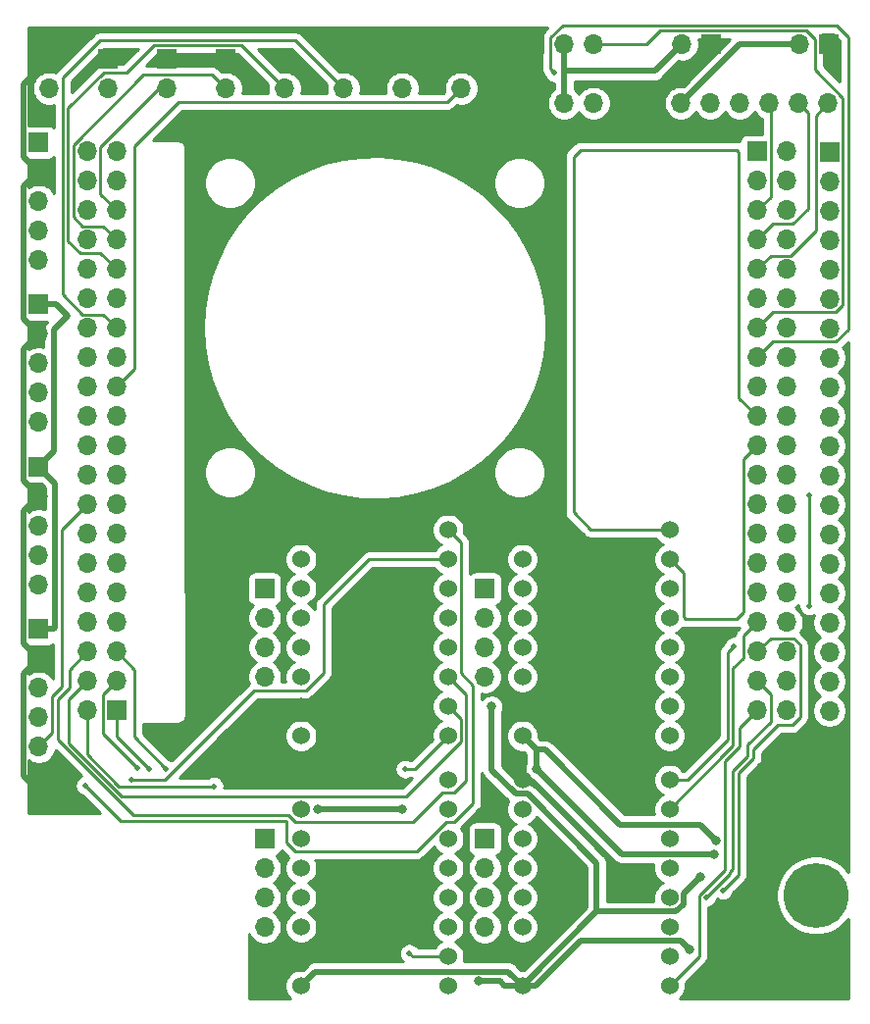
<source format=gbr>
G04 #@! TF.GenerationSoftware,KiCad,Pcbnew,5.1.9-73d0e3b20d~88~ubuntu20.04.1*
G04 #@! TF.CreationDate,2021-03-18T21:34:13+01:00*
G04 #@! TF.ProjectId,de10-shield,64653130-2d73-4686-9965-6c642e6b6963,rev?*
G04 #@! TF.SameCoordinates,Original*
G04 #@! TF.FileFunction,Copper,L2,Bot*
G04 #@! TF.FilePolarity,Positive*
%FSLAX46Y46*%
G04 Gerber Fmt 4.6, Leading zero omitted, Abs format (unit mm)*
G04 Created by KiCad (PCBNEW 5.1.9-73d0e3b20d~88~ubuntu20.04.1) date 2021-03-18 21:34:13*
%MOMM*%
%LPD*%
G01*
G04 APERTURE LIST*
G04 #@! TA.AperFunction,ComponentPad*
%ADD10O,1.700000X1.700000*%
G04 #@! TD*
G04 #@! TA.AperFunction,ComponentPad*
%ADD11R,1.700000X1.700000*%
G04 #@! TD*
G04 #@! TA.AperFunction,ComponentPad*
%ADD12C,1.524000*%
G04 #@! TD*
G04 #@! TA.AperFunction,ComponentPad*
%ADD13C,5.600000*%
G04 #@! TD*
G04 #@! TA.AperFunction,ViaPad*
%ADD14C,0.500000*%
G04 #@! TD*
G04 #@! TA.AperFunction,ViaPad*
%ADD15C,0.800000*%
G04 #@! TD*
G04 #@! TA.AperFunction,Conductor*
%ADD16C,0.500000*%
G04 #@! TD*
G04 #@! TA.AperFunction,Conductor*
%ADD17C,0.250000*%
G04 #@! TD*
G04 #@! TA.AperFunction,Conductor*
%ADD18C,0.254000*%
G04 #@! TD*
G04 #@! TA.AperFunction,Conductor*
%ADD19C,0.100000*%
G04 #@! TD*
G04 APERTURE END LIST*
D10*
X152540000Y-107050000D03*
X150000000Y-107050000D03*
X152540000Y-104510000D03*
X150000000Y-104510000D03*
X152540000Y-101970000D03*
X150000000Y-101970000D03*
X152540000Y-99430000D03*
X150000000Y-99430000D03*
X152540000Y-96890000D03*
X150000000Y-96890000D03*
X152540000Y-94350000D03*
X150000000Y-94350000D03*
X152540000Y-91810000D03*
X150000000Y-91810000D03*
X152540000Y-89270000D03*
X150000000Y-89270000D03*
X152540000Y-86730000D03*
X150000000Y-86730000D03*
X152540000Y-84190000D03*
X150000000Y-84190000D03*
X152540000Y-81650000D03*
X150000000Y-81650000D03*
X152540000Y-79110000D03*
X150000000Y-79110000D03*
X152540000Y-76570000D03*
X150000000Y-76570000D03*
X152540000Y-74030000D03*
X150000000Y-74030000D03*
X152540000Y-71490000D03*
X150000000Y-71490000D03*
X152540000Y-68950000D03*
X150000000Y-68950000D03*
X152540000Y-66410000D03*
X150000000Y-66410000D03*
X152540000Y-63870000D03*
X150000000Y-63870000D03*
X152540000Y-61330000D03*
X150000000Y-61330000D03*
X152540000Y-58790000D03*
D11*
X150000000Y-58790000D03*
X94700000Y-107050000D03*
D10*
X92160000Y-107050000D03*
X94700000Y-104510000D03*
X92160000Y-104510000D03*
X94700000Y-101970000D03*
X92160000Y-101970000D03*
X94700000Y-99430000D03*
X92160000Y-99430000D03*
X94700000Y-96890000D03*
X92160000Y-96890000D03*
X94700000Y-94350000D03*
X92160000Y-94350000D03*
X94700000Y-91810000D03*
X92160000Y-91810000D03*
X94700000Y-89270000D03*
X92160000Y-89270000D03*
X94700000Y-86730000D03*
X92160000Y-86730000D03*
X94700000Y-84190000D03*
X92160000Y-84190000D03*
X94700000Y-81650000D03*
X92160000Y-81650000D03*
X94700000Y-79110000D03*
X92160000Y-79110000D03*
X94700000Y-76570000D03*
X92160000Y-76570000D03*
X94700000Y-74030000D03*
X92160000Y-74030000D03*
X94700000Y-71490000D03*
X92160000Y-71490000D03*
X94700000Y-68950000D03*
X92160000Y-68950000D03*
X94700000Y-66410000D03*
X92160000Y-66410000D03*
X94700000Y-63870000D03*
X92160000Y-63870000D03*
X94700000Y-61330000D03*
X92160000Y-61330000D03*
X94700000Y-58790000D03*
X92160000Y-58790000D03*
D11*
X107500000Y-96520000D03*
D10*
X107500000Y-99060000D03*
X107500000Y-101600000D03*
X107500000Y-104140000D03*
X107500000Y-125730000D03*
X107500000Y-123190000D03*
X107500000Y-120650000D03*
D11*
X107500000Y-118110000D03*
X126500000Y-96520000D03*
D10*
X126500000Y-99060000D03*
X126500000Y-101600000D03*
X126500000Y-104140000D03*
X126500000Y-125730000D03*
X126500000Y-123190000D03*
X126500000Y-120650000D03*
D11*
X126500000Y-118110000D03*
D10*
X88900000Y-53340000D03*
D11*
X88900000Y-50800000D03*
X93980000Y-50800000D03*
D10*
X93980000Y-53340000D03*
X99060000Y-53340000D03*
D11*
X99060000Y-50800000D03*
X104140000Y-50800000D03*
D10*
X104140000Y-53340000D03*
D11*
X109220000Y-50800000D03*
D10*
X109220000Y-53340000D03*
X114300000Y-53340000D03*
D11*
X114300000Y-50800000D03*
X119380000Y-50800000D03*
D10*
X119380000Y-53340000D03*
X124460000Y-53340000D03*
D11*
X124460000Y-50800000D03*
X156250000Y-58800000D03*
D10*
X156250000Y-61340000D03*
X156250000Y-63880000D03*
X156250000Y-66420000D03*
X156250000Y-68960000D03*
X156250000Y-71500000D03*
X156250000Y-74040000D03*
X156250000Y-76580000D03*
X156250000Y-79120000D03*
X156250000Y-81660000D03*
X156250000Y-84200000D03*
X156250000Y-86740000D03*
X156250000Y-89280000D03*
X156250000Y-91820000D03*
X156250000Y-94360000D03*
X156250000Y-96900000D03*
X156250000Y-99440000D03*
X156250000Y-101980000D03*
X156250000Y-104520000D03*
X156250000Y-107060000D03*
D11*
X140890000Y-54610000D03*
D10*
X143430000Y-54610000D03*
X145970000Y-54610000D03*
X148510000Y-54610000D03*
X151050000Y-54610000D03*
X153590000Y-54610000D03*
X156130000Y-54610000D03*
X135890000Y-49530000D03*
X133350000Y-49530000D03*
D11*
X130810000Y-49530000D03*
X130810000Y-54610000D03*
D10*
X133350000Y-54610000D03*
X135890000Y-54610000D03*
D12*
X110650000Y-91440000D03*
X110650000Y-93980000D03*
X110650000Y-96520000D03*
X110650000Y-99060000D03*
X110650000Y-101600000D03*
X110650000Y-104140000D03*
X110650000Y-106680000D03*
X110650000Y-109220000D03*
X123350000Y-109220000D03*
X123350000Y-106680000D03*
X123350000Y-104140000D03*
X123350000Y-101600000D03*
X123350000Y-99060000D03*
X123350000Y-96520000D03*
X123350000Y-93980000D03*
X123350000Y-91440000D03*
X110650000Y-113030000D03*
X110650000Y-115570000D03*
X110650000Y-118110000D03*
X110650000Y-120650000D03*
X110650000Y-123190000D03*
X110650000Y-125730000D03*
X110650000Y-128270000D03*
X110650000Y-130810000D03*
X123350000Y-130810000D03*
X123350000Y-128270000D03*
X123350000Y-125730000D03*
X123350000Y-123190000D03*
X123350000Y-120650000D03*
X123350000Y-118110000D03*
X123350000Y-115570000D03*
X123350000Y-113030000D03*
X142450000Y-91440000D03*
X142450000Y-93980000D03*
X142450000Y-96520000D03*
X142450000Y-99060000D03*
X142450000Y-101600000D03*
X142450000Y-104140000D03*
X142450000Y-106680000D03*
X142450000Y-109220000D03*
X129750000Y-109220000D03*
X129750000Y-106680000D03*
X129750000Y-104140000D03*
X129750000Y-101600000D03*
X129750000Y-99060000D03*
X129750000Y-96520000D03*
X129750000Y-93980000D03*
X129750000Y-91440000D03*
X142450000Y-113030000D03*
X142450000Y-115570000D03*
X142450000Y-118110000D03*
X142450000Y-120650000D03*
X142450000Y-123190000D03*
X142450000Y-125730000D03*
X142450000Y-128270000D03*
X142450000Y-130810000D03*
X129750000Y-130810000D03*
X129750000Y-128270000D03*
X129750000Y-125730000D03*
X129750000Y-123190000D03*
X129750000Y-120650000D03*
X129750000Y-118110000D03*
X129750000Y-115570000D03*
X129750000Y-113030000D03*
D13*
X149000000Y-128000000D03*
X155100000Y-123000000D03*
D10*
X143510000Y-49530000D03*
D11*
X146050000Y-49530000D03*
X156210000Y-49530000D03*
D10*
X153670000Y-49530000D03*
D11*
X88000000Y-58000000D03*
D10*
X88000000Y-60540000D03*
X88000000Y-63080000D03*
X88000000Y-65620000D03*
X88000000Y-68160000D03*
D11*
X88000000Y-72000000D03*
D10*
X88000000Y-74540000D03*
X88000000Y-77080000D03*
X88000000Y-79620000D03*
X88000000Y-82160000D03*
X88000000Y-96160000D03*
X88000000Y-93620000D03*
X88000000Y-91080000D03*
X88000000Y-88540000D03*
D11*
X88000000Y-86000000D03*
D10*
X88000000Y-110160000D03*
X88000000Y-107620000D03*
X88000000Y-105080000D03*
X88000000Y-102540000D03*
D11*
X88000000Y-100000000D03*
D13*
X118100000Y-100200000D03*
D14*
X132200000Y-123200000D03*
X133600000Y-123200000D03*
X132200000Y-123900000D03*
X133600000Y-122500000D03*
X133600000Y-123900000D03*
X132900000Y-123200000D03*
X132200000Y-122500000D03*
X132900000Y-122500000D03*
X132900000Y-123900000D03*
X120700000Y-121100000D03*
X113200000Y-125500000D03*
X113200000Y-124800000D03*
X113200000Y-124100000D03*
X113900000Y-124100000D03*
X113900000Y-124800000D03*
X113900000Y-125500000D03*
X114600000Y-125500000D03*
X114600000Y-124800000D03*
X114600000Y-124100000D03*
X144300000Y-108900000D03*
X144900000Y-108900000D03*
X144300000Y-109500000D03*
X145800000Y-108400000D03*
X146100000Y-108900000D03*
X145500000Y-108900000D03*
X151300000Y-117900000D03*
X151300000Y-118500000D03*
X151300000Y-119100000D03*
X151300000Y-119700000D03*
X150700000Y-119900000D03*
X150000000Y-119900000D03*
X151900000Y-117900000D03*
X151900000Y-118500000D03*
X151900000Y-119100000D03*
X151900000Y-119700000D03*
X155800000Y-115800000D03*
X156400000Y-115800000D03*
X157000000Y-115800000D03*
X157600000Y-115800000D03*
X157300000Y-116300000D03*
X156700000Y-116300000D03*
X156100000Y-116300000D03*
X155600000Y-108500000D03*
X155000000Y-108500000D03*
X154400000Y-108500000D03*
X154700000Y-108000000D03*
X154100000Y-109000000D03*
X154700000Y-109000000D03*
X155300000Y-109000000D03*
X154400000Y-109500000D03*
X155000000Y-109500000D03*
X145200000Y-108400000D03*
X144600000Y-108400000D03*
X143800000Y-111200000D03*
X143800000Y-111900000D03*
X143200000Y-111500000D03*
X142500000Y-111500000D03*
X141900000Y-111500000D03*
X141300000Y-111900000D03*
X141300000Y-111100000D03*
X141300000Y-110400000D03*
X141900000Y-110900000D03*
X142500000Y-110900000D03*
X143100000Y-110800000D03*
X143700000Y-110500000D03*
X144300000Y-110100000D03*
X90500000Y-73000000D03*
D15*
X112100000Y-115600000D03*
X119400000Y-115600000D03*
X146300000Y-119500000D03*
X145100000Y-121400000D03*
X130962001Y-112062001D03*
X126000000Y-130400000D03*
X146475000Y-118300000D03*
X144200000Y-127700000D03*
X127100000Y-106700000D03*
D14*
X92000000Y-113500000D03*
X96000000Y-113000000D03*
X103124999Y-113575001D03*
X119600000Y-112100000D03*
X99000000Y-112075000D03*
X96500000Y-112000000D03*
X120000000Y-128000000D03*
X97500000Y-112075000D03*
X132500000Y-52000000D03*
X154500000Y-98000000D03*
X154500000Y-88500000D03*
X148000000Y-101500000D03*
X147063174Y-122563174D03*
X145656587Y-123156587D03*
D16*
X86699999Y-89840001D02*
X88000000Y-88540000D01*
X86699999Y-101239999D02*
X86699999Y-89840001D01*
X88000000Y-102540000D02*
X86699999Y-101239999D01*
X86699999Y-75840001D02*
X88000000Y-74540000D01*
X86699999Y-87239999D02*
X86699999Y-75840001D01*
X88000000Y-88540000D02*
X86699999Y-87239999D01*
X86699999Y-61840001D02*
X88000000Y-60540000D01*
X86699999Y-73239999D02*
X86699999Y-61840001D01*
X88000000Y-74540000D02*
X86699999Y-73239999D01*
X86699999Y-103840001D02*
X86699999Y-112699999D01*
X88000000Y-102540000D02*
X86699999Y-103840001D01*
X86699999Y-112699999D02*
X88500000Y-114500000D01*
X86699999Y-59239999D02*
X86699999Y-53000001D01*
X86699999Y-53000001D02*
X88900000Y-50800000D01*
X88000000Y-60540000D02*
X86699999Y-59239999D01*
X141190000Y-51850000D02*
X143510000Y-49530000D01*
X133350000Y-51850000D02*
X141190000Y-51850000D01*
X133350000Y-54610000D02*
X133350000Y-51850000D01*
X133350000Y-51850000D02*
X133350000Y-49530000D01*
X89500000Y-72000000D02*
X88000000Y-72000000D01*
X90500000Y-73000000D02*
X89500000Y-72000000D01*
X89424990Y-87424990D02*
X88000000Y-86000000D01*
X89424990Y-99925010D02*
X89424990Y-87424990D01*
X89350000Y-100000000D02*
X89424990Y-99925010D01*
X88000000Y-100000000D02*
X89350000Y-100000000D01*
X89300001Y-74199999D02*
X90500000Y-73000000D01*
X89300001Y-84699999D02*
X89300001Y-74199999D01*
X88000000Y-86000000D02*
X89300001Y-84699999D01*
X148510000Y-49530000D02*
X153670000Y-49530000D01*
X143430000Y-54610000D02*
X148510000Y-49530000D01*
X112100000Y-115600000D02*
X119400000Y-115600000D01*
X128537999Y-129597999D02*
X129750000Y-130810000D01*
X111862001Y-129597999D02*
X128537999Y-129597999D01*
X110650000Y-130810000D02*
X111862001Y-129597999D01*
X143662001Y-122837999D02*
X145100000Y-121400000D01*
X143662001Y-123771761D02*
X143662001Y-122837999D01*
X143031761Y-124402001D02*
X143662001Y-123771761D01*
X136157999Y-124402001D02*
X143031761Y-124402001D01*
X129750000Y-130810000D02*
X136157999Y-124402001D01*
X130962001Y-110432001D02*
X130962001Y-112062001D01*
X129750000Y-109220000D02*
X130962001Y-110432001D01*
X146237999Y-119437999D02*
X146300000Y-119500000D01*
X138337999Y-119437999D02*
X146237999Y-119437999D01*
X130962001Y-112062001D02*
X138337999Y-119437999D01*
X126000000Y-130400000D02*
X127800000Y-130400000D01*
X128210000Y-130810000D02*
X129750000Y-130810000D01*
X127800000Y-130400000D02*
X128210000Y-130810000D01*
X130962001Y-110432001D02*
X131732001Y-110432001D01*
X131732001Y-110432001D02*
X138197999Y-116897999D01*
X145072999Y-116897999D02*
X146475000Y-118300000D01*
X138197999Y-116897999D02*
X145072999Y-116897999D01*
X136157999Y-124402001D02*
X136157999Y-120457999D01*
X127100000Y-112173762D02*
X127100000Y-106700000D01*
X129168239Y-114242001D02*
X127100000Y-112173762D01*
X136157999Y-120184237D02*
X130215763Y-114242001D01*
X130215763Y-114242001D02*
X129168239Y-114242001D01*
X136157999Y-120457999D02*
X136157999Y-120184237D01*
X134757999Y-126942001D02*
X143442001Y-126942001D01*
X143442001Y-126942001D02*
X144200000Y-127700000D01*
X130890000Y-130810000D02*
X134757999Y-126942001D01*
X129750000Y-130810000D02*
X130890000Y-130810000D01*
D17*
X98410998Y-53340000D02*
X99060000Y-53340000D01*
X93335001Y-58415997D02*
X98410998Y-53340000D01*
X93335001Y-62505001D02*
X93335001Y-58415997D01*
X94700000Y-63870000D02*
X93335001Y-62505001D01*
X102964999Y-52164999D02*
X104140000Y-53340000D01*
X97045999Y-52164999D02*
X102964999Y-52164999D01*
X90984999Y-58225999D02*
X97045999Y-52164999D01*
X90984999Y-64434001D02*
X90984999Y-58225999D01*
X91785997Y-65234999D02*
X90984999Y-64434001D01*
X93524999Y-65234999D02*
X91785997Y-65234999D01*
X94700000Y-66410000D02*
X93524999Y-65234999D01*
X105504999Y-49624999D02*
X109220000Y-53340000D01*
X95599997Y-51975001D02*
X97949999Y-49624999D01*
X93605997Y-51975001D02*
X95599997Y-51975001D01*
X90534990Y-55046008D02*
X93605997Y-51975001D01*
X90534990Y-66523992D02*
X90534990Y-55046008D01*
X91595999Y-67585001D02*
X90534990Y-66523992D01*
X93335001Y-67585001D02*
X91595999Y-67585001D01*
X97949999Y-49624999D02*
X105504999Y-49624999D01*
X94700000Y-68950000D02*
X93335001Y-67585001D01*
X110134990Y-49174990D02*
X114300000Y-53340000D01*
X93320008Y-49174990D02*
X110134990Y-49174990D01*
X90084981Y-52410017D02*
X93320008Y-49174990D01*
X91785997Y-72854999D02*
X90084981Y-71153983D01*
X93524999Y-72854999D02*
X91785997Y-72854999D01*
X90084981Y-71153983D02*
X90084981Y-52410017D01*
X94700000Y-74030000D02*
X93524999Y-72854999D01*
X100090011Y-54515001D02*
X123284999Y-54515001D01*
X96249990Y-58355022D02*
X100090011Y-54515001D01*
X123284999Y-54515001D02*
X124460000Y-53340000D01*
X96249990Y-77560010D02*
X96249990Y-58355022D01*
X94700000Y-79110000D02*
X96249990Y-77560010D01*
X125500000Y-115028762D02*
X125500000Y-104879002D01*
X123194237Y-116657001D02*
X123871761Y-116657001D01*
X120654237Y-119197001D02*
X123194237Y-116657001D01*
X110128239Y-119197001D02*
X120654237Y-119197001D01*
X109376599Y-118445361D02*
X110128239Y-119197001D01*
X124437001Y-92527001D02*
X123350000Y-91440000D01*
X125500000Y-104879002D02*
X124437001Y-103816003D01*
X109376599Y-116541771D02*
X109376599Y-118445361D01*
X95041771Y-116541771D02*
X109376599Y-116541771D01*
X124437001Y-103816003D02*
X124437001Y-92527001D01*
X123871761Y-116657001D02*
X125500000Y-115028762D01*
X92000000Y-113500000D02*
X95041771Y-116541771D01*
X98926002Y-113000000D02*
X106611001Y-105315001D01*
X106611001Y-105315001D02*
X111083761Y-105315001D01*
X96000000Y-113000000D02*
X98926002Y-113000000D01*
X112599381Y-103799381D02*
X112599381Y-97900619D01*
X111083761Y-105315001D02*
X112599381Y-103799381D01*
X116520000Y-93980000D02*
X123350000Y-93980000D01*
X112599381Y-97900619D02*
X116520000Y-93980000D01*
X92160000Y-101970000D02*
X90630000Y-103500000D01*
X90630000Y-103500000D02*
X90630000Y-105063216D01*
X90630000Y-105063216D02*
X89625011Y-106068205D01*
X124887010Y-105677010D02*
X123350000Y-104140000D01*
X124887010Y-113101752D02*
X124887010Y-105677010D01*
X123871761Y-114117001D02*
X124887010Y-113101752D01*
X122882999Y-114117001D02*
X123871761Y-114117001D01*
X120342999Y-116657001D02*
X122882999Y-114117001D01*
X110128239Y-116657001D02*
X120342999Y-116657001D01*
X109562999Y-116091761D02*
X110128239Y-116657001D01*
X96138941Y-116091761D02*
X109562999Y-116091761D01*
X89625011Y-109577831D02*
X96138941Y-116091761D01*
X89625011Y-106068205D02*
X89625011Y-109577831D01*
X124437001Y-109741761D02*
X124437001Y-107767001D01*
X119695763Y-114482999D02*
X124437001Y-109741761D01*
X95166589Y-114482999D02*
X119695763Y-114482999D01*
X90585000Y-109901410D02*
X95166589Y-114482999D01*
X90585000Y-106085000D02*
X90585000Y-109901410D01*
X124437001Y-107767001D02*
X123350000Y-106680000D01*
X92160000Y-104510000D02*
X90585000Y-106085000D01*
X94895001Y-113575001D02*
X103124999Y-113575001D01*
X92160000Y-110840000D02*
X94895001Y-113575001D01*
X92160000Y-107050000D02*
X92160000Y-110840000D01*
X120470000Y-112100000D02*
X123350000Y-109220000D01*
X119600000Y-112100000D02*
X120470000Y-112100000D01*
X96249990Y-103519990D02*
X96249990Y-107644978D01*
X94700000Y-101970000D02*
X96249990Y-103519990D01*
X96249990Y-109324990D02*
X99000000Y-112075000D01*
X96249990Y-107644978D02*
X96249990Y-109324990D01*
X94700000Y-104510000D02*
X93524999Y-105685001D01*
X93524999Y-105685001D02*
X93524999Y-107975001D01*
X93524999Y-107975001D02*
X93524999Y-108160001D01*
X93524999Y-109024999D02*
X96500000Y-112000000D01*
X93524999Y-108160001D02*
X93524999Y-109024999D01*
X120270000Y-128270000D02*
X123350000Y-128270000D01*
X120000000Y-128000000D02*
X120270000Y-128270000D01*
X94700000Y-107050000D02*
X94700000Y-107700000D01*
X94700000Y-109275000D02*
X97500000Y-112075000D01*
X94700000Y-107050000D02*
X94700000Y-109275000D01*
X151175001Y-54735001D02*
X151050000Y-54610000D01*
X151175001Y-62694999D02*
X151175001Y-54735001D01*
X150000000Y-63870000D02*
X151175001Y-62694999D01*
X151364999Y-65045001D02*
X150000000Y-66410000D01*
X153104001Y-65045001D02*
X151364999Y-65045001D01*
X154439999Y-63709003D02*
X153104001Y-65045001D01*
X154439999Y-55459999D02*
X154439999Y-63709003D01*
X153590000Y-54610000D02*
X154439999Y-55459999D01*
X155074999Y-55665001D02*
X156130000Y-54610000D01*
X155074999Y-65614003D02*
X155074999Y-55665001D01*
X152914003Y-67774999D02*
X155074999Y-65614003D01*
X151175001Y-67774999D02*
X152914003Y-67774999D01*
X150000000Y-68950000D02*
X151175001Y-67774999D01*
X156814001Y-72675001D02*
X151354999Y-72675001D01*
X157425001Y-72064001D02*
X156814001Y-72675001D01*
X157425001Y-54165999D02*
X157425001Y-72064001D01*
X155000000Y-51740998D02*
X157425001Y-54165999D01*
X155000000Y-49120998D02*
X155000000Y-51740998D01*
X154234001Y-48354999D02*
X155000000Y-49120998D01*
X141645001Y-48354999D02*
X154234001Y-48354999D01*
X140470000Y-49530000D02*
X141645001Y-48354999D01*
X151354999Y-72675001D02*
X150000000Y-74030000D01*
X135890000Y-49530000D02*
X140470000Y-49530000D01*
X133236009Y-47904989D02*
X132174999Y-48965999D01*
X157875011Y-48910009D02*
X156869991Y-47904989D01*
X157875011Y-74153991D02*
X157875011Y-48910009D01*
X132174999Y-51674999D02*
X132500000Y-52000000D01*
X132174999Y-48965999D02*
X132174999Y-51674999D01*
X156814001Y-75215001D02*
X157875011Y-74153991D01*
X151354999Y-75215001D02*
X156814001Y-75215001D01*
X156869991Y-47904989D02*
X133236009Y-47904989D01*
X150000000Y-76570000D02*
X151354999Y-75215001D01*
X148450010Y-80100010D02*
X150000000Y-81650000D01*
X148450010Y-58855022D02*
X148450010Y-80100010D01*
X148244978Y-58649990D02*
X148450010Y-58855022D01*
X134755022Y-58649990D02*
X148244978Y-58649990D01*
X134149990Y-59255022D02*
X134755022Y-58649990D01*
X134149990Y-89944978D02*
X134149990Y-59255022D01*
X135645012Y-91440000D02*
X134149990Y-89944978D01*
X142450000Y-91440000D02*
X135645012Y-91440000D01*
X148824999Y-85365001D02*
X150000000Y-84190000D01*
X148824999Y-98569989D02*
X148824999Y-85365001D01*
X148244978Y-99150010D02*
X148824999Y-98569989D01*
X143855022Y-99150010D02*
X148244978Y-99150010D01*
X143649990Y-95179990D02*
X143649990Y-98944978D01*
X143649990Y-98944978D02*
X143855022Y-99150010D01*
X142450000Y-93980000D02*
X143649990Y-95179990D01*
X154500000Y-98000000D02*
X154500000Y-88500000D01*
X150000000Y-97394988D02*
X150000000Y-96890000D01*
X147474969Y-102025031D02*
X148000000Y-101500000D01*
X147474969Y-109525031D02*
X147474969Y-102025031D01*
X143970000Y-113030000D02*
X147474969Y-109525031D01*
X142450000Y-113030000D02*
X143970000Y-113030000D01*
X147924979Y-110095021D02*
X147500000Y-110520000D01*
X147924979Y-103408611D02*
X147924979Y-110095021D01*
X148824999Y-102508591D02*
X147924979Y-103408611D01*
X147500000Y-110520000D02*
X142450000Y-115570000D01*
X148824999Y-100605001D02*
X148824999Y-102508591D01*
X150000000Y-99430000D02*
X148824999Y-100605001D01*
X153715001Y-101374001D02*
X153135999Y-100794999D01*
X153715001Y-107614001D02*
X153715001Y-101374001D01*
X153029002Y-108300000D02*
X153715001Y-107614001D01*
X153135999Y-100794999D02*
X151175001Y-100794999D01*
X149700000Y-110400000D02*
X151800000Y-108300000D01*
X148400000Y-112436410D02*
X149700000Y-111136410D01*
X151800000Y-108300000D02*
X153029002Y-108300000D01*
X148400000Y-121226348D02*
X148400000Y-112436410D01*
X151175001Y-100794999D02*
X150000000Y-101970000D01*
X149700000Y-111136410D02*
X149700000Y-110400000D01*
X147063174Y-122563174D02*
X148400000Y-121226348D01*
X151175001Y-105685001D02*
X150000000Y-104510000D01*
X151175001Y-108024999D02*
X151175001Y-105685001D01*
X147900000Y-120713174D02*
X147900000Y-112300000D01*
X149200000Y-111000000D02*
X149200000Y-110000000D01*
X147656587Y-120956587D02*
X147900000Y-120713174D01*
X149200000Y-110000000D02*
X151175001Y-108024999D01*
X147900000Y-112300000D02*
X149200000Y-111000000D01*
X147656587Y-121156587D02*
X147656587Y-120956587D01*
X145656587Y-123156587D02*
X147656587Y-121156587D01*
X148500000Y-110156410D02*
X148500000Y-108550000D01*
X147200000Y-111456410D02*
X148500000Y-110156410D01*
X147200000Y-120800000D02*
X147200000Y-111456410D01*
X148500000Y-108550000D02*
X150000000Y-107050000D01*
X145000000Y-123000000D02*
X147200000Y-120800000D01*
X145000000Y-128260000D02*
X145000000Y-123000000D01*
X142450000Y-130810000D02*
X145000000Y-128260000D01*
X89175001Y-108984999D02*
X88000000Y-110160000D01*
X89175001Y-108984999D02*
X89175001Y-105824999D01*
X89175001Y-105824999D02*
X90000000Y-105000000D01*
X90000000Y-91430000D02*
X92160000Y-89270000D01*
X90000000Y-105000000D02*
X90000000Y-91430000D01*
D18*
X122264880Y-119000535D02*
X122459465Y-119195120D01*
X122688273Y-119348005D01*
X122765515Y-119380000D01*
X122688273Y-119411995D01*
X122459465Y-119564880D01*
X122264880Y-119759465D01*
X122111995Y-119988273D01*
X122006686Y-120242510D01*
X121953000Y-120512408D01*
X121953000Y-120787592D01*
X122006686Y-121057490D01*
X122111995Y-121311727D01*
X122264880Y-121540535D01*
X122459465Y-121735120D01*
X122688273Y-121888005D01*
X122765515Y-121920000D01*
X122688273Y-121951995D01*
X122459465Y-122104880D01*
X122264880Y-122299465D01*
X122111995Y-122528273D01*
X122006686Y-122782510D01*
X121953000Y-123052408D01*
X121953000Y-123327592D01*
X122006686Y-123597490D01*
X122111995Y-123851727D01*
X122264880Y-124080535D01*
X122459465Y-124275120D01*
X122688273Y-124428005D01*
X122765515Y-124460000D01*
X122688273Y-124491995D01*
X122459465Y-124644880D01*
X122264880Y-124839465D01*
X122111995Y-125068273D01*
X122006686Y-125322510D01*
X121953000Y-125592408D01*
X121953000Y-125867592D01*
X122006686Y-126137490D01*
X122111995Y-126391727D01*
X122264880Y-126620535D01*
X122459465Y-126815120D01*
X122688273Y-126968005D01*
X122765515Y-127000000D01*
X122688273Y-127031995D01*
X122459465Y-127184880D01*
X122264880Y-127379465D01*
X122177659Y-127510000D01*
X120736973Y-127510000D01*
X120687424Y-127435845D01*
X120564155Y-127312576D01*
X120419205Y-127215723D01*
X120258145Y-127149010D01*
X120087165Y-127115000D01*
X119912835Y-127115000D01*
X119741855Y-127149010D01*
X119580795Y-127215723D01*
X119435845Y-127312576D01*
X119312576Y-127435845D01*
X119215723Y-127580795D01*
X119149010Y-127741855D01*
X119115000Y-127912835D01*
X119115000Y-128087165D01*
X119149010Y-128258145D01*
X119215723Y-128419205D01*
X119312576Y-128564155D01*
X119435845Y-128687424D01*
X119474120Y-128712999D01*
X111905466Y-128712999D01*
X111862000Y-128708718D01*
X111818534Y-128712999D01*
X111818524Y-128712999D01*
X111688511Y-128725804D01*
X111521688Y-128776410D01*
X111367942Y-128858588D01*
X111367940Y-128858589D01*
X111367941Y-128858589D01*
X111266954Y-128941467D01*
X111266952Y-128941469D01*
X111233184Y-128969182D01*
X111205471Y-129002950D01*
X110794122Y-129414299D01*
X110787592Y-129413000D01*
X110512408Y-129413000D01*
X110242510Y-129466686D01*
X109988273Y-129571995D01*
X109759465Y-129724880D01*
X109564880Y-129919465D01*
X109411995Y-130148273D01*
X109306686Y-130402510D01*
X109253000Y-130672408D01*
X109253000Y-130947592D01*
X109306686Y-131217490D01*
X109411995Y-131471727D01*
X109564880Y-131700535D01*
X109737345Y-131873000D01*
X106127000Y-131873000D01*
X106127000Y-126295776D01*
X106184010Y-126433411D01*
X106346525Y-126676632D01*
X106553368Y-126883475D01*
X106796589Y-127045990D01*
X107066842Y-127157932D01*
X107353740Y-127215000D01*
X107646260Y-127215000D01*
X107933158Y-127157932D01*
X108203411Y-127045990D01*
X108446632Y-126883475D01*
X108653475Y-126676632D01*
X108815990Y-126433411D01*
X108927932Y-126163158D01*
X108985000Y-125876260D01*
X108985000Y-125583740D01*
X108927932Y-125296842D01*
X108815990Y-125026589D01*
X108653475Y-124783368D01*
X108446632Y-124576525D01*
X108272240Y-124460000D01*
X108446632Y-124343475D01*
X108653475Y-124136632D01*
X108815990Y-123893411D01*
X108927932Y-123623158D01*
X108985000Y-123336260D01*
X108985000Y-123043740D01*
X108927932Y-122756842D01*
X108815990Y-122486589D01*
X108653475Y-122243368D01*
X108446632Y-122036525D01*
X108272240Y-121920000D01*
X108446632Y-121803475D01*
X108653475Y-121596632D01*
X108815990Y-121353411D01*
X108927932Y-121083158D01*
X108985000Y-120796260D01*
X108985000Y-120503740D01*
X108927932Y-120216842D01*
X108815990Y-119946589D01*
X108653475Y-119703368D01*
X108521620Y-119571513D01*
X108594180Y-119549502D01*
X108704494Y-119490537D01*
X108801185Y-119411185D01*
X108880537Y-119314494D01*
X108939502Y-119204180D01*
X108967691Y-119111254D01*
X109564444Y-119708009D01*
X109587835Y-119736510D01*
X109564880Y-119759465D01*
X109411995Y-119988273D01*
X109306686Y-120242510D01*
X109253000Y-120512408D01*
X109253000Y-120787592D01*
X109306686Y-121057490D01*
X109411995Y-121311727D01*
X109564880Y-121540535D01*
X109759465Y-121735120D01*
X109988273Y-121888005D01*
X110065515Y-121920000D01*
X109988273Y-121951995D01*
X109759465Y-122104880D01*
X109564880Y-122299465D01*
X109411995Y-122528273D01*
X109306686Y-122782510D01*
X109253000Y-123052408D01*
X109253000Y-123327592D01*
X109306686Y-123597490D01*
X109411995Y-123851727D01*
X109564880Y-124080535D01*
X109759465Y-124275120D01*
X109988273Y-124428005D01*
X110065515Y-124460000D01*
X109988273Y-124491995D01*
X109759465Y-124644880D01*
X109564880Y-124839465D01*
X109411995Y-125068273D01*
X109306686Y-125322510D01*
X109253000Y-125592408D01*
X109253000Y-125867592D01*
X109306686Y-126137490D01*
X109411995Y-126391727D01*
X109564880Y-126620535D01*
X109759465Y-126815120D01*
X109988273Y-126968005D01*
X110242510Y-127073314D01*
X110512408Y-127127000D01*
X110787592Y-127127000D01*
X111057490Y-127073314D01*
X111311727Y-126968005D01*
X111540535Y-126815120D01*
X111735120Y-126620535D01*
X111888005Y-126391727D01*
X111993314Y-126137490D01*
X112047000Y-125867592D01*
X112047000Y-125592408D01*
X111993314Y-125322510D01*
X111888005Y-125068273D01*
X111735120Y-124839465D01*
X111540535Y-124644880D01*
X111311727Y-124491995D01*
X111234485Y-124460000D01*
X111311727Y-124428005D01*
X111540535Y-124275120D01*
X111735120Y-124080535D01*
X111888005Y-123851727D01*
X111993314Y-123597490D01*
X112047000Y-123327592D01*
X112047000Y-123052408D01*
X111993314Y-122782510D01*
X111888005Y-122528273D01*
X111735120Y-122299465D01*
X111540535Y-122104880D01*
X111311727Y-121951995D01*
X111234485Y-121920000D01*
X111311727Y-121888005D01*
X111540535Y-121735120D01*
X111735120Y-121540535D01*
X111888005Y-121311727D01*
X111993314Y-121057490D01*
X112047000Y-120787592D01*
X112047000Y-120512408D01*
X111993314Y-120242510D01*
X111888005Y-119988273D01*
X111867110Y-119957001D01*
X120616915Y-119957001D01*
X120654237Y-119960677D01*
X120691559Y-119957001D01*
X120691570Y-119957001D01*
X120803223Y-119946004D01*
X120946484Y-119902547D01*
X121078513Y-119831975D01*
X121194238Y-119737002D01*
X121218041Y-119707998D01*
X122128945Y-118797095D01*
X122264880Y-119000535D01*
G04 #@! TA.AperFunction,Conductor*
D19*
G36*
X122264880Y-119000535D02*
G01*
X122459465Y-119195120D01*
X122688273Y-119348005D01*
X122765515Y-119380000D01*
X122688273Y-119411995D01*
X122459465Y-119564880D01*
X122264880Y-119759465D01*
X122111995Y-119988273D01*
X122006686Y-120242510D01*
X121953000Y-120512408D01*
X121953000Y-120787592D01*
X122006686Y-121057490D01*
X122111995Y-121311727D01*
X122264880Y-121540535D01*
X122459465Y-121735120D01*
X122688273Y-121888005D01*
X122765515Y-121920000D01*
X122688273Y-121951995D01*
X122459465Y-122104880D01*
X122264880Y-122299465D01*
X122111995Y-122528273D01*
X122006686Y-122782510D01*
X121953000Y-123052408D01*
X121953000Y-123327592D01*
X122006686Y-123597490D01*
X122111995Y-123851727D01*
X122264880Y-124080535D01*
X122459465Y-124275120D01*
X122688273Y-124428005D01*
X122765515Y-124460000D01*
X122688273Y-124491995D01*
X122459465Y-124644880D01*
X122264880Y-124839465D01*
X122111995Y-125068273D01*
X122006686Y-125322510D01*
X121953000Y-125592408D01*
X121953000Y-125867592D01*
X122006686Y-126137490D01*
X122111995Y-126391727D01*
X122264880Y-126620535D01*
X122459465Y-126815120D01*
X122688273Y-126968005D01*
X122765515Y-127000000D01*
X122688273Y-127031995D01*
X122459465Y-127184880D01*
X122264880Y-127379465D01*
X122177659Y-127510000D01*
X120736973Y-127510000D01*
X120687424Y-127435845D01*
X120564155Y-127312576D01*
X120419205Y-127215723D01*
X120258145Y-127149010D01*
X120087165Y-127115000D01*
X119912835Y-127115000D01*
X119741855Y-127149010D01*
X119580795Y-127215723D01*
X119435845Y-127312576D01*
X119312576Y-127435845D01*
X119215723Y-127580795D01*
X119149010Y-127741855D01*
X119115000Y-127912835D01*
X119115000Y-128087165D01*
X119149010Y-128258145D01*
X119215723Y-128419205D01*
X119312576Y-128564155D01*
X119435845Y-128687424D01*
X119474120Y-128712999D01*
X111905466Y-128712999D01*
X111862000Y-128708718D01*
X111818534Y-128712999D01*
X111818524Y-128712999D01*
X111688511Y-128725804D01*
X111521688Y-128776410D01*
X111367942Y-128858588D01*
X111367940Y-128858589D01*
X111367941Y-128858589D01*
X111266954Y-128941467D01*
X111266952Y-128941469D01*
X111233184Y-128969182D01*
X111205471Y-129002950D01*
X110794122Y-129414299D01*
X110787592Y-129413000D01*
X110512408Y-129413000D01*
X110242510Y-129466686D01*
X109988273Y-129571995D01*
X109759465Y-129724880D01*
X109564880Y-129919465D01*
X109411995Y-130148273D01*
X109306686Y-130402510D01*
X109253000Y-130672408D01*
X109253000Y-130947592D01*
X109306686Y-131217490D01*
X109411995Y-131471727D01*
X109564880Y-131700535D01*
X109737345Y-131873000D01*
X106127000Y-131873000D01*
X106127000Y-126295776D01*
X106184010Y-126433411D01*
X106346525Y-126676632D01*
X106553368Y-126883475D01*
X106796589Y-127045990D01*
X107066842Y-127157932D01*
X107353740Y-127215000D01*
X107646260Y-127215000D01*
X107933158Y-127157932D01*
X108203411Y-127045990D01*
X108446632Y-126883475D01*
X108653475Y-126676632D01*
X108815990Y-126433411D01*
X108927932Y-126163158D01*
X108985000Y-125876260D01*
X108985000Y-125583740D01*
X108927932Y-125296842D01*
X108815990Y-125026589D01*
X108653475Y-124783368D01*
X108446632Y-124576525D01*
X108272240Y-124460000D01*
X108446632Y-124343475D01*
X108653475Y-124136632D01*
X108815990Y-123893411D01*
X108927932Y-123623158D01*
X108985000Y-123336260D01*
X108985000Y-123043740D01*
X108927932Y-122756842D01*
X108815990Y-122486589D01*
X108653475Y-122243368D01*
X108446632Y-122036525D01*
X108272240Y-121920000D01*
X108446632Y-121803475D01*
X108653475Y-121596632D01*
X108815990Y-121353411D01*
X108927932Y-121083158D01*
X108985000Y-120796260D01*
X108985000Y-120503740D01*
X108927932Y-120216842D01*
X108815990Y-119946589D01*
X108653475Y-119703368D01*
X108521620Y-119571513D01*
X108594180Y-119549502D01*
X108704494Y-119490537D01*
X108801185Y-119411185D01*
X108880537Y-119314494D01*
X108939502Y-119204180D01*
X108967691Y-119111254D01*
X109564444Y-119708009D01*
X109587835Y-119736510D01*
X109564880Y-119759465D01*
X109411995Y-119988273D01*
X109306686Y-120242510D01*
X109253000Y-120512408D01*
X109253000Y-120787592D01*
X109306686Y-121057490D01*
X109411995Y-121311727D01*
X109564880Y-121540535D01*
X109759465Y-121735120D01*
X109988273Y-121888005D01*
X110065515Y-121920000D01*
X109988273Y-121951995D01*
X109759465Y-122104880D01*
X109564880Y-122299465D01*
X109411995Y-122528273D01*
X109306686Y-122782510D01*
X109253000Y-123052408D01*
X109253000Y-123327592D01*
X109306686Y-123597490D01*
X109411995Y-123851727D01*
X109564880Y-124080535D01*
X109759465Y-124275120D01*
X109988273Y-124428005D01*
X110065515Y-124460000D01*
X109988273Y-124491995D01*
X109759465Y-124644880D01*
X109564880Y-124839465D01*
X109411995Y-125068273D01*
X109306686Y-125322510D01*
X109253000Y-125592408D01*
X109253000Y-125867592D01*
X109306686Y-126137490D01*
X109411995Y-126391727D01*
X109564880Y-126620535D01*
X109759465Y-126815120D01*
X109988273Y-126968005D01*
X110242510Y-127073314D01*
X110512408Y-127127000D01*
X110787592Y-127127000D01*
X111057490Y-127073314D01*
X111311727Y-126968005D01*
X111540535Y-126815120D01*
X111735120Y-126620535D01*
X111888005Y-126391727D01*
X111993314Y-126137490D01*
X112047000Y-125867592D01*
X112047000Y-125592408D01*
X111993314Y-125322510D01*
X111888005Y-125068273D01*
X111735120Y-124839465D01*
X111540535Y-124644880D01*
X111311727Y-124491995D01*
X111234485Y-124460000D01*
X111311727Y-124428005D01*
X111540535Y-124275120D01*
X111735120Y-124080535D01*
X111888005Y-123851727D01*
X111993314Y-123597490D01*
X112047000Y-123327592D01*
X112047000Y-123052408D01*
X111993314Y-122782510D01*
X111888005Y-122528273D01*
X111735120Y-122299465D01*
X111540535Y-122104880D01*
X111311727Y-121951995D01*
X111234485Y-121920000D01*
X111311727Y-121888005D01*
X111540535Y-121735120D01*
X111735120Y-121540535D01*
X111888005Y-121311727D01*
X111993314Y-121057490D01*
X112047000Y-120787592D01*
X112047000Y-120512408D01*
X111993314Y-120242510D01*
X111888005Y-119988273D01*
X111867110Y-119957001D01*
X120616915Y-119957001D01*
X120654237Y-119960677D01*
X120691559Y-119957001D01*
X120691570Y-119957001D01*
X120803223Y-119946004D01*
X120946484Y-119902547D01*
X121078513Y-119831975D01*
X121194238Y-119737002D01*
X121218041Y-119707998D01*
X122128945Y-118797095D01*
X122264880Y-119000535D01*
G37*
G04 #@! TD.AperFunction*
D18*
X157873000Y-120967252D02*
X157768138Y-120810315D01*
X157289685Y-120331862D01*
X156727082Y-119955943D01*
X156101952Y-119697006D01*
X155438318Y-119565000D01*
X154761682Y-119565000D01*
X154098048Y-119697006D01*
X153472918Y-119955943D01*
X152910315Y-120331862D01*
X152431862Y-120810315D01*
X152055943Y-121372918D01*
X151797006Y-121998048D01*
X151665000Y-122661682D01*
X151665000Y-123338318D01*
X151797006Y-124001952D01*
X152055943Y-124627082D01*
X152431862Y-125189685D01*
X152910315Y-125668138D01*
X153472918Y-126044057D01*
X154098048Y-126302994D01*
X154761682Y-126435000D01*
X155438318Y-126435000D01*
X156101952Y-126302994D01*
X156727082Y-126044057D01*
X157289685Y-125668138D01*
X157768138Y-125189685D01*
X157873000Y-125032748D01*
X157873000Y-131873000D01*
X143362655Y-131873000D01*
X143535120Y-131700535D01*
X143688005Y-131471727D01*
X143793314Y-131217490D01*
X143847000Y-130947592D01*
X143847000Y-130672408D01*
X143816372Y-130518430D01*
X145511004Y-128823798D01*
X145540001Y-128800001D01*
X145634974Y-128684276D01*
X145705546Y-128552247D01*
X145749003Y-128408986D01*
X145760000Y-128297333D01*
X145760000Y-128297332D01*
X145763677Y-128260000D01*
X145760000Y-128222667D01*
X145760000Y-124038355D01*
X145914732Y-124007577D01*
X146075792Y-123940864D01*
X146220742Y-123844011D01*
X146344011Y-123720742D01*
X146440864Y-123575792D01*
X146507577Y-123414732D01*
X146516102Y-123371873D01*
X146581959Y-123306017D01*
X146643969Y-123347451D01*
X146805029Y-123414164D01*
X146976009Y-123448174D01*
X147150339Y-123448174D01*
X147321319Y-123414164D01*
X147482379Y-123347451D01*
X147627329Y-123250598D01*
X147750598Y-123127329D01*
X147847451Y-122982379D01*
X147914164Y-122821319D01*
X147922689Y-122778460D01*
X148911009Y-121790142D01*
X148940001Y-121766349D01*
X148963795Y-121737356D01*
X148963799Y-121737352D01*
X149034973Y-121650625D01*
X149034974Y-121650624D01*
X149105546Y-121518595D01*
X149149003Y-121375334D01*
X149160000Y-121263681D01*
X149160000Y-121263672D01*
X149163676Y-121226349D01*
X149160000Y-121189026D01*
X149160000Y-112751211D01*
X150211004Y-111700208D01*
X150240001Y-111676411D01*
X150334974Y-111560686D01*
X150405546Y-111428657D01*
X150449003Y-111285396D01*
X150460000Y-111173743D01*
X150460000Y-111173735D01*
X150463676Y-111136410D01*
X150460000Y-111099085D01*
X150460000Y-110714801D01*
X152114803Y-109060000D01*
X152991680Y-109060000D01*
X153029002Y-109063676D01*
X153066324Y-109060000D01*
X153066335Y-109060000D01*
X153177988Y-109049003D01*
X153321249Y-109005546D01*
X153453278Y-108934974D01*
X153569003Y-108840001D01*
X153592805Y-108810998D01*
X154226005Y-108177799D01*
X154255002Y-108154002D01*
X154288677Y-108112969D01*
X154349975Y-108038278D01*
X154420547Y-107906248D01*
X154432183Y-107867887D01*
X154464004Y-107762987D01*
X154475001Y-107651334D01*
X154475001Y-107651325D01*
X154478677Y-107614002D01*
X154475001Y-107576679D01*
X154475001Y-101411323D01*
X154478677Y-101374000D01*
X154475001Y-101336677D01*
X154475001Y-101336668D01*
X154464004Y-101225015D01*
X154420547Y-101081754D01*
X154349975Y-100949725D01*
X154321477Y-100915000D01*
X154278800Y-100862997D01*
X154278796Y-100862993D01*
X154255002Y-100834000D01*
X154226008Y-100810206D01*
X153733112Y-100317311D01*
X153855990Y-100133411D01*
X153967932Y-99863158D01*
X154025000Y-99576260D01*
X154025000Y-99283740D01*
X153967932Y-98996842D01*
X153855990Y-98726589D01*
X153693475Y-98483368D01*
X153486632Y-98276525D01*
X153312240Y-98160000D01*
X153486632Y-98043475D01*
X153615000Y-97915107D01*
X153615000Y-98087165D01*
X153649010Y-98258145D01*
X153715723Y-98419205D01*
X153812576Y-98564155D01*
X153935845Y-98687424D01*
X154080795Y-98784277D01*
X154241855Y-98850990D01*
X154412835Y-98885000D01*
X154587165Y-98885000D01*
X154758145Y-98850990D01*
X154913232Y-98786751D01*
X154822068Y-99006842D01*
X154765000Y-99293740D01*
X154765000Y-99586260D01*
X154822068Y-99873158D01*
X154934010Y-100143411D01*
X155096525Y-100386632D01*
X155303368Y-100593475D01*
X155477760Y-100710000D01*
X155303368Y-100826525D01*
X155096525Y-101033368D01*
X154934010Y-101276589D01*
X154822068Y-101546842D01*
X154765000Y-101833740D01*
X154765000Y-102126260D01*
X154822068Y-102413158D01*
X154934010Y-102683411D01*
X155096525Y-102926632D01*
X155303368Y-103133475D01*
X155477760Y-103250000D01*
X155303368Y-103366525D01*
X155096525Y-103573368D01*
X154934010Y-103816589D01*
X154822068Y-104086842D01*
X154765000Y-104373740D01*
X154765000Y-104666260D01*
X154822068Y-104953158D01*
X154934010Y-105223411D01*
X155096525Y-105466632D01*
X155303368Y-105673475D01*
X155477760Y-105790000D01*
X155303368Y-105906525D01*
X155096525Y-106113368D01*
X154934010Y-106356589D01*
X154822068Y-106626842D01*
X154765000Y-106913740D01*
X154765000Y-107206260D01*
X154822068Y-107493158D01*
X154934010Y-107763411D01*
X155096525Y-108006632D01*
X155303368Y-108213475D01*
X155546589Y-108375990D01*
X155816842Y-108487932D01*
X156103740Y-108545000D01*
X156396260Y-108545000D01*
X156683158Y-108487932D01*
X156953411Y-108375990D01*
X157196632Y-108213475D01*
X157403475Y-108006632D01*
X157565990Y-107763411D01*
X157677932Y-107493158D01*
X157735000Y-107206260D01*
X157735000Y-106913740D01*
X157677932Y-106626842D01*
X157565990Y-106356589D01*
X157403475Y-106113368D01*
X157196632Y-105906525D01*
X157022240Y-105790000D01*
X157196632Y-105673475D01*
X157403475Y-105466632D01*
X157565990Y-105223411D01*
X157677932Y-104953158D01*
X157735000Y-104666260D01*
X157735000Y-104373740D01*
X157677932Y-104086842D01*
X157565990Y-103816589D01*
X157403475Y-103573368D01*
X157196632Y-103366525D01*
X157022240Y-103250000D01*
X157196632Y-103133475D01*
X157403475Y-102926632D01*
X157565990Y-102683411D01*
X157677932Y-102413158D01*
X157735000Y-102126260D01*
X157735000Y-101833740D01*
X157677932Y-101546842D01*
X157565990Y-101276589D01*
X157403475Y-101033368D01*
X157196632Y-100826525D01*
X157022240Y-100710000D01*
X157196632Y-100593475D01*
X157403475Y-100386632D01*
X157565990Y-100143411D01*
X157677932Y-99873158D01*
X157735000Y-99586260D01*
X157735000Y-99293740D01*
X157677932Y-99006842D01*
X157565990Y-98736589D01*
X157403475Y-98493368D01*
X157196632Y-98286525D01*
X157022240Y-98170000D01*
X157196632Y-98053475D01*
X157403475Y-97846632D01*
X157565990Y-97603411D01*
X157677932Y-97333158D01*
X157735000Y-97046260D01*
X157735000Y-96753740D01*
X157677932Y-96466842D01*
X157565990Y-96196589D01*
X157403475Y-95953368D01*
X157196632Y-95746525D01*
X157022240Y-95630000D01*
X157196632Y-95513475D01*
X157403475Y-95306632D01*
X157565990Y-95063411D01*
X157677932Y-94793158D01*
X157735000Y-94506260D01*
X157735000Y-94213740D01*
X157677932Y-93926842D01*
X157565990Y-93656589D01*
X157403475Y-93413368D01*
X157196632Y-93206525D01*
X157022240Y-93090000D01*
X157196632Y-92973475D01*
X157403475Y-92766632D01*
X157565990Y-92523411D01*
X157677932Y-92253158D01*
X157735000Y-91966260D01*
X157735000Y-91673740D01*
X157677932Y-91386842D01*
X157565990Y-91116589D01*
X157403475Y-90873368D01*
X157196632Y-90666525D01*
X157022240Y-90550000D01*
X157196632Y-90433475D01*
X157403475Y-90226632D01*
X157565990Y-89983411D01*
X157677932Y-89713158D01*
X157735000Y-89426260D01*
X157735000Y-89133740D01*
X157677932Y-88846842D01*
X157565990Y-88576589D01*
X157403475Y-88333368D01*
X157196632Y-88126525D01*
X157022240Y-88010000D01*
X157196632Y-87893475D01*
X157403475Y-87686632D01*
X157565990Y-87443411D01*
X157677932Y-87173158D01*
X157735000Y-86886260D01*
X157735000Y-86593740D01*
X157677932Y-86306842D01*
X157565990Y-86036589D01*
X157403475Y-85793368D01*
X157196632Y-85586525D01*
X157022240Y-85470000D01*
X157196632Y-85353475D01*
X157403475Y-85146632D01*
X157565990Y-84903411D01*
X157677932Y-84633158D01*
X157735000Y-84346260D01*
X157735000Y-84053740D01*
X157677932Y-83766842D01*
X157565990Y-83496589D01*
X157403475Y-83253368D01*
X157196632Y-83046525D01*
X157022240Y-82930000D01*
X157196632Y-82813475D01*
X157403475Y-82606632D01*
X157565990Y-82363411D01*
X157677932Y-82093158D01*
X157735000Y-81806260D01*
X157735000Y-81513740D01*
X157677932Y-81226842D01*
X157565990Y-80956589D01*
X157403475Y-80713368D01*
X157196632Y-80506525D01*
X157022240Y-80390000D01*
X157196632Y-80273475D01*
X157403475Y-80066632D01*
X157565990Y-79823411D01*
X157677932Y-79553158D01*
X157735000Y-79266260D01*
X157735000Y-78973740D01*
X157677932Y-78686842D01*
X157565990Y-78416589D01*
X157403475Y-78173368D01*
X157196632Y-77966525D01*
X157022240Y-77850000D01*
X157196632Y-77733475D01*
X157403475Y-77526632D01*
X157565990Y-77283411D01*
X157677932Y-77013158D01*
X157735000Y-76726260D01*
X157735000Y-76433740D01*
X157677932Y-76146842D01*
X157565990Y-75876589D01*
X157430295Y-75673508D01*
X157873000Y-75230803D01*
X157873000Y-120967252D01*
G04 #@! TA.AperFunction,Conductor*
D19*
G36*
X157873000Y-120967252D02*
G01*
X157768138Y-120810315D01*
X157289685Y-120331862D01*
X156727082Y-119955943D01*
X156101952Y-119697006D01*
X155438318Y-119565000D01*
X154761682Y-119565000D01*
X154098048Y-119697006D01*
X153472918Y-119955943D01*
X152910315Y-120331862D01*
X152431862Y-120810315D01*
X152055943Y-121372918D01*
X151797006Y-121998048D01*
X151665000Y-122661682D01*
X151665000Y-123338318D01*
X151797006Y-124001952D01*
X152055943Y-124627082D01*
X152431862Y-125189685D01*
X152910315Y-125668138D01*
X153472918Y-126044057D01*
X154098048Y-126302994D01*
X154761682Y-126435000D01*
X155438318Y-126435000D01*
X156101952Y-126302994D01*
X156727082Y-126044057D01*
X157289685Y-125668138D01*
X157768138Y-125189685D01*
X157873000Y-125032748D01*
X157873000Y-131873000D01*
X143362655Y-131873000D01*
X143535120Y-131700535D01*
X143688005Y-131471727D01*
X143793314Y-131217490D01*
X143847000Y-130947592D01*
X143847000Y-130672408D01*
X143816372Y-130518430D01*
X145511004Y-128823798D01*
X145540001Y-128800001D01*
X145634974Y-128684276D01*
X145705546Y-128552247D01*
X145749003Y-128408986D01*
X145760000Y-128297333D01*
X145760000Y-128297332D01*
X145763677Y-128260000D01*
X145760000Y-128222667D01*
X145760000Y-124038355D01*
X145914732Y-124007577D01*
X146075792Y-123940864D01*
X146220742Y-123844011D01*
X146344011Y-123720742D01*
X146440864Y-123575792D01*
X146507577Y-123414732D01*
X146516102Y-123371873D01*
X146581959Y-123306017D01*
X146643969Y-123347451D01*
X146805029Y-123414164D01*
X146976009Y-123448174D01*
X147150339Y-123448174D01*
X147321319Y-123414164D01*
X147482379Y-123347451D01*
X147627329Y-123250598D01*
X147750598Y-123127329D01*
X147847451Y-122982379D01*
X147914164Y-122821319D01*
X147922689Y-122778460D01*
X148911009Y-121790142D01*
X148940001Y-121766349D01*
X148963795Y-121737356D01*
X148963799Y-121737352D01*
X149034973Y-121650625D01*
X149034974Y-121650624D01*
X149105546Y-121518595D01*
X149149003Y-121375334D01*
X149160000Y-121263681D01*
X149160000Y-121263672D01*
X149163676Y-121226349D01*
X149160000Y-121189026D01*
X149160000Y-112751211D01*
X150211004Y-111700208D01*
X150240001Y-111676411D01*
X150334974Y-111560686D01*
X150405546Y-111428657D01*
X150449003Y-111285396D01*
X150460000Y-111173743D01*
X150460000Y-111173735D01*
X150463676Y-111136410D01*
X150460000Y-111099085D01*
X150460000Y-110714801D01*
X152114803Y-109060000D01*
X152991680Y-109060000D01*
X153029002Y-109063676D01*
X153066324Y-109060000D01*
X153066335Y-109060000D01*
X153177988Y-109049003D01*
X153321249Y-109005546D01*
X153453278Y-108934974D01*
X153569003Y-108840001D01*
X153592805Y-108810998D01*
X154226005Y-108177799D01*
X154255002Y-108154002D01*
X154288677Y-108112969D01*
X154349975Y-108038278D01*
X154420547Y-107906248D01*
X154432183Y-107867887D01*
X154464004Y-107762987D01*
X154475001Y-107651334D01*
X154475001Y-107651325D01*
X154478677Y-107614002D01*
X154475001Y-107576679D01*
X154475001Y-101411323D01*
X154478677Y-101374000D01*
X154475001Y-101336677D01*
X154475001Y-101336668D01*
X154464004Y-101225015D01*
X154420547Y-101081754D01*
X154349975Y-100949725D01*
X154321477Y-100915000D01*
X154278800Y-100862997D01*
X154278796Y-100862993D01*
X154255002Y-100834000D01*
X154226008Y-100810206D01*
X153733112Y-100317311D01*
X153855990Y-100133411D01*
X153967932Y-99863158D01*
X154025000Y-99576260D01*
X154025000Y-99283740D01*
X153967932Y-98996842D01*
X153855990Y-98726589D01*
X153693475Y-98483368D01*
X153486632Y-98276525D01*
X153312240Y-98160000D01*
X153486632Y-98043475D01*
X153615000Y-97915107D01*
X153615000Y-98087165D01*
X153649010Y-98258145D01*
X153715723Y-98419205D01*
X153812576Y-98564155D01*
X153935845Y-98687424D01*
X154080795Y-98784277D01*
X154241855Y-98850990D01*
X154412835Y-98885000D01*
X154587165Y-98885000D01*
X154758145Y-98850990D01*
X154913232Y-98786751D01*
X154822068Y-99006842D01*
X154765000Y-99293740D01*
X154765000Y-99586260D01*
X154822068Y-99873158D01*
X154934010Y-100143411D01*
X155096525Y-100386632D01*
X155303368Y-100593475D01*
X155477760Y-100710000D01*
X155303368Y-100826525D01*
X155096525Y-101033368D01*
X154934010Y-101276589D01*
X154822068Y-101546842D01*
X154765000Y-101833740D01*
X154765000Y-102126260D01*
X154822068Y-102413158D01*
X154934010Y-102683411D01*
X155096525Y-102926632D01*
X155303368Y-103133475D01*
X155477760Y-103250000D01*
X155303368Y-103366525D01*
X155096525Y-103573368D01*
X154934010Y-103816589D01*
X154822068Y-104086842D01*
X154765000Y-104373740D01*
X154765000Y-104666260D01*
X154822068Y-104953158D01*
X154934010Y-105223411D01*
X155096525Y-105466632D01*
X155303368Y-105673475D01*
X155477760Y-105790000D01*
X155303368Y-105906525D01*
X155096525Y-106113368D01*
X154934010Y-106356589D01*
X154822068Y-106626842D01*
X154765000Y-106913740D01*
X154765000Y-107206260D01*
X154822068Y-107493158D01*
X154934010Y-107763411D01*
X155096525Y-108006632D01*
X155303368Y-108213475D01*
X155546589Y-108375990D01*
X155816842Y-108487932D01*
X156103740Y-108545000D01*
X156396260Y-108545000D01*
X156683158Y-108487932D01*
X156953411Y-108375990D01*
X157196632Y-108213475D01*
X157403475Y-108006632D01*
X157565990Y-107763411D01*
X157677932Y-107493158D01*
X157735000Y-107206260D01*
X157735000Y-106913740D01*
X157677932Y-106626842D01*
X157565990Y-106356589D01*
X157403475Y-106113368D01*
X157196632Y-105906525D01*
X157022240Y-105790000D01*
X157196632Y-105673475D01*
X157403475Y-105466632D01*
X157565990Y-105223411D01*
X157677932Y-104953158D01*
X157735000Y-104666260D01*
X157735000Y-104373740D01*
X157677932Y-104086842D01*
X157565990Y-103816589D01*
X157403475Y-103573368D01*
X157196632Y-103366525D01*
X157022240Y-103250000D01*
X157196632Y-103133475D01*
X157403475Y-102926632D01*
X157565990Y-102683411D01*
X157677932Y-102413158D01*
X157735000Y-102126260D01*
X157735000Y-101833740D01*
X157677932Y-101546842D01*
X157565990Y-101276589D01*
X157403475Y-101033368D01*
X157196632Y-100826525D01*
X157022240Y-100710000D01*
X157196632Y-100593475D01*
X157403475Y-100386632D01*
X157565990Y-100143411D01*
X157677932Y-99873158D01*
X157735000Y-99586260D01*
X157735000Y-99293740D01*
X157677932Y-99006842D01*
X157565990Y-98736589D01*
X157403475Y-98493368D01*
X157196632Y-98286525D01*
X157022240Y-98170000D01*
X157196632Y-98053475D01*
X157403475Y-97846632D01*
X157565990Y-97603411D01*
X157677932Y-97333158D01*
X157735000Y-97046260D01*
X157735000Y-96753740D01*
X157677932Y-96466842D01*
X157565990Y-96196589D01*
X157403475Y-95953368D01*
X157196632Y-95746525D01*
X157022240Y-95630000D01*
X157196632Y-95513475D01*
X157403475Y-95306632D01*
X157565990Y-95063411D01*
X157677932Y-94793158D01*
X157735000Y-94506260D01*
X157735000Y-94213740D01*
X157677932Y-93926842D01*
X157565990Y-93656589D01*
X157403475Y-93413368D01*
X157196632Y-93206525D01*
X157022240Y-93090000D01*
X157196632Y-92973475D01*
X157403475Y-92766632D01*
X157565990Y-92523411D01*
X157677932Y-92253158D01*
X157735000Y-91966260D01*
X157735000Y-91673740D01*
X157677932Y-91386842D01*
X157565990Y-91116589D01*
X157403475Y-90873368D01*
X157196632Y-90666525D01*
X157022240Y-90550000D01*
X157196632Y-90433475D01*
X157403475Y-90226632D01*
X157565990Y-89983411D01*
X157677932Y-89713158D01*
X157735000Y-89426260D01*
X157735000Y-89133740D01*
X157677932Y-88846842D01*
X157565990Y-88576589D01*
X157403475Y-88333368D01*
X157196632Y-88126525D01*
X157022240Y-88010000D01*
X157196632Y-87893475D01*
X157403475Y-87686632D01*
X157565990Y-87443411D01*
X157677932Y-87173158D01*
X157735000Y-86886260D01*
X157735000Y-86593740D01*
X157677932Y-86306842D01*
X157565990Y-86036589D01*
X157403475Y-85793368D01*
X157196632Y-85586525D01*
X157022240Y-85470000D01*
X157196632Y-85353475D01*
X157403475Y-85146632D01*
X157565990Y-84903411D01*
X157677932Y-84633158D01*
X157735000Y-84346260D01*
X157735000Y-84053740D01*
X157677932Y-83766842D01*
X157565990Y-83496589D01*
X157403475Y-83253368D01*
X157196632Y-83046525D01*
X157022240Y-82930000D01*
X157196632Y-82813475D01*
X157403475Y-82606632D01*
X157565990Y-82363411D01*
X157677932Y-82093158D01*
X157735000Y-81806260D01*
X157735000Y-81513740D01*
X157677932Y-81226842D01*
X157565990Y-80956589D01*
X157403475Y-80713368D01*
X157196632Y-80506525D01*
X157022240Y-80390000D01*
X157196632Y-80273475D01*
X157403475Y-80066632D01*
X157565990Y-79823411D01*
X157677932Y-79553158D01*
X157735000Y-79266260D01*
X157735000Y-78973740D01*
X157677932Y-78686842D01*
X157565990Y-78416589D01*
X157403475Y-78173368D01*
X157196632Y-77966525D01*
X157022240Y-77850000D01*
X157196632Y-77733475D01*
X157403475Y-77526632D01*
X157565990Y-77283411D01*
X157677932Y-77013158D01*
X157735000Y-76726260D01*
X157735000Y-76433740D01*
X157677932Y-76146842D01*
X157565990Y-75876589D01*
X157430295Y-75673508D01*
X157873000Y-75230803D01*
X157873000Y-120967252D01*
G37*
G04 #@! TD.AperFunction*
D18*
X126278411Y-112514074D02*
X126360589Y-112667820D01*
X126471183Y-112802579D01*
X126504956Y-112830296D01*
X128511709Y-114837050D01*
X128538099Y-114869206D01*
X128511995Y-114908273D01*
X128406686Y-115162510D01*
X128353000Y-115432408D01*
X128353000Y-115707592D01*
X128406686Y-115977490D01*
X128511995Y-116231727D01*
X128664880Y-116460535D01*
X128859465Y-116655120D01*
X129088273Y-116808005D01*
X129165515Y-116840000D01*
X129088273Y-116871995D01*
X128859465Y-117024880D01*
X128664880Y-117219465D01*
X128511995Y-117448273D01*
X128406686Y-117702510D01*
X128353000Y-117972408D01*
X128353000Y-118247592D01*
X128406686Y-118517490D01*
X128511995Y-118771727D01*
X128664880Y-119000535D01*
X128859465Y-119195120D01*
X129088273Y-119348005D01*
X129165515Y-119380000D01*
X129088273Y-119411995D01*
X128859465Y-119564880D01*
X128664880Y-119759465D01*
X128511995Y-119988273D01*
X128406686Y-120242510D01*
X128353000Y-120512408D01*
X128353000Y-120787592D01*
X128406686Y-121057490D01*
X128511995Y-121311727D01*
X128664880Y-121540535D01*
X128859465Y-121735120D01*
X129088273Y-121888005D01*
X129165515Y-121920000D01*
X129088273Y-121951995D01*
X128859465Y-122104880D01*
X128664880Y-122299465D01*
X128511995Y-122528273D01*
X128406686Y-122782510D01*
X128353000Y-123052408D01*
X128353000Y-123327592D01*
X128406686Y-123597490D01*
X128511995Y-123851727D01*
X128664880Y-124080535D01*
X128859465Y-124275120D01*
X129088273Y-124428005D01*
X129165515Y-124460000D01*
X129088273Y-124491995D01*
X128859465Y-124644880D01*
X128664880Y-124839465D01*
X128511995Y-125068273D01*
X128406686Y-125322510D01*
X128353000Y-125592408D01*
X128353000Y-125867592D01*
X128406686Y-126137490D01*
X128511995Y-126391727D01*
X128664880Y-126620535D01*
X128859465Y-126815120D01*
X129088273Y-126968005D01*
X129342510Y-127073314D01*
X129612408Y-127127000D01*
X129887592Y-127127000D01*
X130157490Y-127073314D01*
X130411727Y-126968005D01*
X130640535Y-126815120D01*
X130835120Y-126620535D01*
X130988005Y-126391727D01*
X131093314Y-126137490D01*
X131147000Y-125867592D01*
X131147000Y-125592408D01*
X131093314Y-125322510D01*
X130988005Y-125068273D01*
X130835120Y-124839465D01*
X130640535Y-124644880D01*
X130411727Y-124491995D01*
X130334485Y-124460000D01*
X130411727Y-124428005D01*
X130640535Y-124275120D01*
X130835120Y-124080535D01*
X130988005Y-123851727D01*
X131093314Y-123597490D01*
X131147000Y-123327592D01*
X131147000Y-123052408D01*
X131093314Y-122782510D01*
X130988005Y-122528273D01*
X130835120Y-122299465D01*
X130640535Y-122104880D01*
X130411727Y-121951995D01*
X130334485Y-121920000D01*
X130411727Y-121888005D01*
X130640535Y-121735120D01*
X130835120Y-121540535D01*
X130988005Y-121311727D01*
X131093314Y-121057490D01*
X131147000Y-120787592D01*
X131147000Y-120512408D01*
X131093314Y-120242510D01*
X130988005Y-119988273D01*
X130835120Y-119759465D01*
X130640535Y-119564880D01*
X130411727Y-119411995D01*
X130334485Y-119380000D01*
X130411727Y-119348005D01*
X130640535Y-119195120D01*
X130835120Y-119000535D01*
X130988005Y-118771727D01*
X131093314Y-118517490D01*
X131147000Y-118247592D01*
X131147000Y-117972408D01*
X131093314Y-117702510D01*
X130988005Y-117448273D01*
X130835120Y-117219465D01*
X130640535Y-117024880D01*
X130411727Y-116871995D01*
X130334485Y-116840000D01*
X130411727Y-116808005D01*
X130640535Y-116655120D01*
X130835120Y-116460535D01*
X130974349Y-116252165D01*
X135273000Y-120550817D01*
X135272999Y-124035422D01*
X129894123Y-129414299D01*
X129887592Y-129413000D01*
X129612408Y-129413000D01*
X129605877Y-129414299D01*
X129194533Y-129002955D01*
X129166816Y-128969182D01*
X129032058Y-128858588D01*
X128878312Y-128776410D01*
X128711489Y-128725804D01*
X128581476Y-128712999D01*
X128581468Y-128712999D01*
X128537999Y-128708718D01*
X128494530Y-128712999D01*
X124678606Y-128712999D01*
X124693314Y-128677490D01*
X124747000Y-128407592D01*
X124747000Y-128132408D01*
X124693314Y-127862510D01*
X124588005Y-127608273D01*
X124435120Y-127379465D01*
X124240535Y-127184880D01*
X124011727Y-127031995D01*
X123934485Y-127000000D01*
X124011727Y-126968005D01*
X124240535Y-126815120D01*
X124435120Y-126620535D01*
X124588005Y-126391727D01*
X124693314Y-126137490D01*
X124747000Y-125867592D01*
X124747000Y-125592408D01*
X124693314Y-125322510D01*
X124588005Y-125068273D01*
X124435120Y-124839465D01*
X124240535Y-124644880D01*
X124011727Y-124491995D01*
X123934485Y-124460000D01*
X124011727Y-124428005D01*
X124240535Y-124275120D01*
X124435120Y-124080535D01*
X124588005Y-123851727D01*
X124693314Y-123597490D01*
X124747000Y-123327592D01*
X124747000Y-123052408D01*
X124693314Y-122782510D01*
X124588005Y-122528273D01*
X124435120Y-122299465D01*
X124240535Y-122104880D01*
X124011727Y-121951995D01*
X123934485Y-121920000D01*
X124011727Y-121888005D01*
X124240535Y-121735120D01*
X124435120Y-121540535D01*
X124588005Y-121311727D01*
X124693314Y-121057490D01*
X124747000Y-120787592D01*
X124747000Y-120512408D01*
X124693314Y-120242510D01*
X124588005Y-119988273D01*
X124435120Y-119759465D01*
X124240535Y-119564880D01*
X124011727Y-119411995D01*
X123934485Y-119380000D01*
X124011727Y-119348005D01*
X124240535Y-119195120D01*
X124435120Y-119000535D01*
X124588005Y-118771727D01*
X124693314Y-118517490D01*
X124747000Y-118247592D01*
X124747000Y-117972408D01*
X124693314Y-117702510D01*
X124588005Y-117448273D01*
X124462205Y-117260000D01*
X125011928Y-117260000D01*
X125011928Y-118960000D01*
X125024188Y-119084482D01*
X125060498Y-119204180D01*
X125119463Y-119314494D01*
X125198815Y-119411185D01*
X125295506Y-119490537D01*
X125405820Y-119549502D01*
X125478380Y-119571513D01*
X125346525Y-119703368D01*
X125184010Y-119946589D01*
X125072068Y-120216842D01*
X125015000Y-120503740D01*
X125015000Y-120796260D01*
X125072068Y-121083158D01*
X125184010Y-121353411D01*
X125346525Y-121596632D01*
X125553368Y-121803475D01*
X125727760Y-121920000D01*
X125553368Y-122036525D01*
X125346525Y-122243368D01*
X125184010Y-122486589D01*
X125072068Y-122756842D01*
X125015000Y-123043740D01*
X125015000Y-123336260D01*
X125072068Y-123623158D01*
X125184010Y-123893411D01*
X125346525Y-124136632D01*
X125553368Y-124343475D01*
X125727760Y-124460000D01*
X125553368Y-124576525D01*
X125346525Y-124783368D01*
X125184010Y-125026589D01*
X125072068Y-125296842D01*
X125015000Y-125583740D01*
X125015000Y-125876260D01*
X125072068Y-126163158D01*
X125184010Y-126433411D01*
X125346525Y-126676632D01*
X125553368Y-126883475D01*
X125796589Y-127045990D01*
X126066842Y-127157932D01*
X126353740Y-127215000D01*
X126646260Y-127215000D01*
X126933158Y-127157932D01*
X127203411Y-127045990D01*
X127446632Y-126883475D01*
X127653475Y-126676632D01*
X127815990Y-126433411D01*
X127927932Y-126163158D01*
X127985000Y-125876260D01*
X127985000Y-125583740D01*
X127927932Y-125296842D01*
X127815990Y-125026589D01*
X127653475Y-124783368D01*
X127446632Y-124576525D01*
X127272240Y-124460000D01*
X127446632Y-124343475D01*
X127653475Y-124136632D01*
X127815990Y-123893411D01*
X127927932Y-123623158D01*
X127985000Y-123336260D01*
X127985000Y-123043740D01*
X127927932Y-122756842D01*
X127815990Y-122486589D01*
X127653475Y-122243368D01*
X127446632Y-122036525D01*
X127272240Y-121920000D01*
X127446632Y-121803475D01*
X127653475Y-121596632D01*
X127815990Y-121353411D01*
X127927932Y-121083158D01*
X127985000Y-120796260D01*
X127985000Y-120503740D01*
X127927932Y-120216842D01*
X127815990Y-119946589D01*
X127653475Y-119703368D01*
X127521620Y-119571513D01*
X127594180Y-119549502D01*
X127704494Y-119490537D01*
X127801185Y-119411185D01*
X127880537Y-119314494D01*
X127939502Y-119204180D01*
X127975812Y-119084482D01*
X127988072Y-118960000D01*
X127988072Y-117260000D01*
X127975812Y-117135518D01*
X127939502Y-117015820D01*
X127880537Y-116905506D01*
X127801185Y-116808815D01*
X127704494Y-116729463D01*
X127594180Y-116670498D01*
X127474482Y-116634188D01*
X127350000Y-116621928D01*
X125650000Y-116621928D01*
X125525518Y-116634188D01*
X125405820Y-116670498D01*
X125295506Y-116729463D01*
X125198815Y-116808815D01*
X125119463Y-116905506D01*
X125060498Y-117015820D01*
X125024188Y-117135518D01*
X125011928Y-117260000D01*
X124462205Y-117260000D01*
X124435120Y-117219465D01*
X124412165Y-117196510D01*
X124435565Y-117167998D01*
X126011004Y-115592560D01*
X126040001Y-115568763D01*
X126134974Y-115453038D01*
X126205546Y-115321009D01*
X126249003Y-115177748D01*
X126260000Y-115066095D01*
X126260000Y-115066087D01*
X126263676Y-115028762D01*
X126260000Y-114991437D01*
X126260000Y-112453382D01*
X126278411Y-112514074D01*
G04 #@! TA.AperFunction,Conductor*
D19*
G36*
X126278411Y-112514074D02*
G01*
X126360589Y-112667820D01*
X126471183Y-112802579D01*
X126504956Y-112830296D01*
X128511709Y-114837050D01*
X128538099Y-114869206D01*
X128511995Y-114908273D01*
X128406686Y-115162510D01*
X128353000Y-115432408D01*
X128353000Y-115707592D01*
X128406686Y-115977490D01*
X128511995Y-116231727D01*
X128664880Y-116460535D01*
X128859465Y-116655120D01*
X129088273Y-116808005D01*
X129165515Y-116840000D01*
X129088273Y-116871995D01*
X128859465Y-117024880D01*
X128664880Y-117219465D01*
X128511995Y-117448273D01*
X128406686Y-117702510D01*
X128353000Y-117972408D01*
X128353000Y-118247592D01*
X128406686Y-118517490D01*
X128511995Y-118771727D01*
X128664880Y-119000535D01*
X128859465Y-119195120D01*
X129088273Y-119348005D01*
X129165515Y-119380000D01*
X129088273Y-119411995D01*
X128859465Y-119564880D01*
X128664880Y-119759465D01*
X128511995Y-119988273D01*
X128406686Y-120242510D01*
X128353000Y-120512408D01*
X128353000Y-120787592D01*
X128406686Y-121057490D01*
X128511995Y-121311727D01*
X128664880Y-121540535D01*
X128859465Y-121735120D01*
X129088273Y-121888005D01*
X129165515Y-121920000D01*
X129088273Y-121951995D01*
X128859465Y-122104880D01*
X128664880Y-122299465D01*
X128511995Y-122528273D01*
X128406686Y-122782510D01*
X128353000Y-123052408D01*
X128353000Y-123327592D01*
X128406686Y-123597490D01*
X128511995Y-123851727D01*
X128664880Y-124080535D01*
X128859465Y-124275120D01*
X129088273Y-124428005D01*
X129165515Y-124460000D01*
X129088273Y-124491995D01*
X128859465Y-124644880D01*
X128664880Y-124839465D01*
X128511995Y-125068273D01*
X128406686Y-125322510D01*
X128353000Y-125592408D01*
X128353000Y-125867592D01*
X128406686Y-126137490D01*
X128511995Y-126391727D01*
X128664880Y-126620535D01*
X128859465Y-126815120D01*
X129088273Y-126968005D01*
X129342510Y-127073314D01*
X129612408Y-127127000D01*
X129887592Y-127127000D01*
X130157490Y-127073314D01*
X130411727Y-126968005D01*
X130640535Y-126815120D01*
X130835120Y-126620535D01*
X130988005Y-126391727D01*
X131093314Y-126137490D01*
X131147000Y-125867592D01*
X131147000Y-125592408D01*
X131093314Y-125322510D01*
X130988005Y-125068273D01*
X130835120Y-124839465D01*
X130640535Y-124644880D01*
X130411727Y-124491995D01*
X130334485Y-124460000D01*
X130411727Y-124428005D01*
X130640535Y-124275120D01*
X130835120Y-124080535D01*
X130988005Y-123851727D01*
X131093314Y-123597490D01*
X131147000Y-123327592D01*
X131147000Y-123052408D01*
X131093314Y-122782510D01*
X130988005Y-122528273D01*
X130835120Y-122299465D01*
X130640535Y-122104880D01*
X130411727Y-121951995D01*
X130334485Y-121920000D01*
X130411727Y-121888005D01*
X130640535Y-121735120D01*
X130835120Y-121540535D01*
X130988005Y-121311727D01*
X131093314Y-121057490D01*
X131147000Y-120787592D01*
X131147000Y-120512408D01*
X131093314Y-120242510D01*
X130988005Y-119988273D01*
X130835120Y-119759465D01*
X130640535Y-119564880D01*
X130411727Y-119411995D01*
X130334485Y-119380000D01*
X130411727Y-119348005D01*
X130640535Y-119195120D01*
X130835120Y-119000535D01*
X130988005Y-118771727D01*
X131093314Y-118517490D01*
X131147000Y-118247592D01*
X131147000Y-117972408D01*
X131093314Y-117702510D01*
X130988005Y-117448273D01*
X130835120Y-117219465D01*
X130640535Y-117024880D01*
X130411727Y-116871995D01*
X130334485Y-116840000D01*
X130411727Y-116808005D01*
X130640535Y-116655120D01*
X130835120Y-116460535D01*
X130974349Y-116252165D01*
X135273000Y-120550817D01*
X135272999Y-124035422D01*
X129894123Y-129414299D01*
X129887592Y-129413000D01*
X129612408Y-129413000D01*
X129605877Y-129414299D01*
X129194533Y-129002955D01*
X129166816Y-128969182D01*
X129032058Y-128858588D01*
X128878312Y-128776410D01*
X128711489Y-128725804D01*
X128581476Y-128712999D01*
X128581468Y-128712999D01*
X128537999Y-128708718D01*
X128494530Y-128712999D01*
X124678606Y-128712999D01*
X124693314Y-128677490D01*
X124747000Y-128407592D01*
X124747000Y-128132408D01*
X124693314Y-127862510D01*
X124588005Y-127608273D01*
X124435120Y-127379465D01*
X124240535Y-127184880D01*
X124011727Y-127031995D01*
X123934485Y-127000000D01*
X124011727Y-126968005D01*
X124240535Y-126815120D01*
X124435120Y-126620535D01*
X124588005Y-126391727D01*
X124693314Y-126137490D01*
X124747000Y-125867592D01*
X124747000Y-125592408D01*
X124693314Y-125322510D01*
X124588005Y-125068273D01*
X124435120Y-124839465D01*
X124240535Y-124644880D01*
X124011727Y-124491995D01*
X123934485Y-124460000D01*
X124011727Y-124428005D01*
X124240535Y-124275120D01*
X124435120Y-124080535D01*
X124588005Y-123851727D01*
X124693314Y-123597490D01*
X124747000Y-123327592D01*
X124747000Y-123052408D01*
X124693314Y-122782510D01*
X124588005Y-122528273D01*
X124435120Y-122299465D01*
X124240535Y-122104880D01*
X124011727Y-121951995D01*
X123934485Y-121920000D01*
X124011727Y-121888005D01*
X124240535Y-121735120D01*
X124435120Y-121540535D01*
X124588005Y-121311727D01*
X124693314Y-121057490D01*
X124747000Y-120787592D01*
X124747000Y-120512408D01*
X124693314Y-120242510D01*
X124588005Y-119988273D01*
X124435120Y-119759465D01*
X124240535Y-119564880D01*
X124011727Y-119411995D01*
X123934485Y-119380000D01*
X124011727Y-119348005D01*
X124240535Y-119195120D01*
X124435120Y-119000535D01*
X124588005Y-118771727D01*
X124693314Y-118517490D01*
X124747000Y-118247592D01*
X124747000Y-117972408D01*
X124693314Y-117702510D01*
X124588005Y-117448273D01*
X124462205Y-117260000D01*
X125011928Y-117260000D01*
X125011928Y-118960000D01*
X125024188Y-119084482D01*
X125060498Y-119204180D01*
X125119463Y-119314494D01*
X125198815Y-119411185D01*
X125295506Y-119490537D01*
X125405820Y-119549502D01*
X125478380Y-119571513D01*
X125346525Y-119703368D01*
X125184010Y-119946589D01*
X125072068Y-120216842D01*
X125015000Y-120503740D01*
X125015000Y-120796260D01*
X125072068Y-121083158D01*
X125184010Y-121353411D01*
X125346525Y-121596632D01*
X125553368Y-121803475D01*
X125727760Y-121920000D01*
X125553368Y-122036525D01*
X125346525Y-122243368D01*
X125184010Y-122486589D01*
X125072068Y-122756842D01*
X125015000Y-123043740D01*
X125015000Y-123336260D01*
X125072068Y-123623158D01*
X125184010Y-123893411D01*
X125346525Y-124136632D01*
X125553368Y-124343475D01*
X125727760Y-124460000D01*
X125553368Y-124576525D01*
X125346525Y-124783368D01*
X125184010Y-125026589D01*
X125072068Y-125296842D01*
X125015000Y-125583740D01*
X125015000Y-125876260D01*
X125072068Y-126163158D01*
X125184010Y-126433411D01*
X125346525Y-126676632D01*
X125553368Y-126883475D01*
X125796589Y-127045990D01*
X126066842Y-127157932D01*
X126353740Y-127215000D01*
X126646260Y-127215000D01*
X126933158Y-127157932D01*
X127203411Y-127045990D01*
X127446632Y-126883475D01*
X127653475Y-126676632D01*
X127815990Y-126433411D01*
X127927932Y-126163158D01*
X127985000Y-125876260D01*
X127985000Y-125583740D01*
X127927932Y-125296842D01*
X127815990Y-125026589D01*
X127653475Y-124783368D01*
X127446632Y-124576525D01*
X127272240Y-124460000D01*
X127446632Y-124343475D01*
X127653475Y-124136632D01*
X127815990Y-123893411D01*
X127927932Y-123623158D01*
X127985000Y-123336260D01*
X127985000Y-123043740D01*
X127927932Y-122756842D01*
X127815990Y-122486589D01*
X127653475Y-122243368D01*
X127446632Y-122036525D01*
X127272240Y-121920000D01*
X127446632Y-121803475D01*
X127653475Y-121596632D01*
X127815990Y-121353411D01*
X127927932Y-121083158D01*
X127985000Y-120796260D01*
X127985000Y-120503740D01*
X127927932Y-120216842D01*
X127815990Y-119946589D01*
X127653475Y-119703368D01*
X127521620Y-119571513D01*
X127594180Y-119549502D01*
X127704494Y-119490537D01*
X127801185Y-119411185D01*
X127880537Y-119314494D01*
X127939502Y-119204180D01*
X127975812Y-119084482D01*
X127988072Y-118960000D01*
X127988072Y-117260000D01*
X127975812Y-117135518D01*
X127939502Y-117015820D01*
X127880537Y-116905506D01*
X127801185Y-116808815D01*
X127704494Y-116729463D01*
X127594180Y-116670498D01*
X127474482Y-116634188D01*
X127350000Y-116621928D01*
X125650000Y-116621928D01*
X125525518Y-116634188D01*
X125405820Y-116670498D01*
X125295506Y-116729463D01*
X125198815Y-116808815D01*
X125119463Y-116905506D01*
X125060498Y-117015820D01*
X125024188Y-117135518D01*
X125011928Y-117260000D01*
X124462205Y-117260000D01*
X124435120Y-117219465D01*
X124412165Y-117196510D01*
X124435565Y-117167998D01*
X126011004Y-115592560D01*
X126040001Y-115568763D01*
X126134974Y-115453038D01*
X126205546Y-115321009D01*
X126249003Y-115177748D01*
X126260000Y-115066095D01*
X126260000Y-115066087D01*
X126263676Y-115028762D01*
X126260000Y-114991437D01*
X126260000Y-112453382D01*
X126278411Y-112514074D01*
G37*
G04 #@! TD.AperFunction*
D18*
X131664001Y-48402195D02*
X131634998Y-48425998D01*
X131579870Y-48493173D01*
X131540025Y-48541723D01*
X131469454Y-48673752D01*
X131469453Y-48673753D01*
X131425996Y-48817014D01*
X131414999Y-48928667D01*
X131414999Y-48928677D01*
X131411323Y-48965999D01*
X131414999Y-49003322D01*
X131415000Y-51637667D01*
X131411323Y-51674999D01*
X131415000Y-51712332D01*
X131425997Y-51823985D01*
X131434196Y-51851014D01*
X131469453Y-51967245D01*
X131540025Y-52099275D01*
X131593964Y-52164999D01*
X131634999Y-52215000D01*
X131641487Y-52220325D01*
X131649010Y-52258145D01*
X131715723Y-52419205D01*
X131812576Y-52564155D01*
X131935845Y-52687424D01*
X132080795Y-52784277D01*
X132241855Y-52850990D01*
X132412835Y-52885000D01*
X132465001Y-52885000D01*
X132465000Y-53415344D01*
X132403368Y-53456525D01*
X132196525Y-53663368D01*
X132034010Y-53906589D01*
X131922068Y-54176842D01*
X131865000Y-54463740D01*
X131865000Y-54756260D01*
X131922068Y-55043158D01*
X132034010Y-55313411D01*
X132196525Y-55556632D01*
X132403368Y-55763475D01*
X132646589Y-55925990D01*
X132916842Y-56037932D01*
X133203740Y-56095000D01*
X133496260Y-56095000D01*
X133783158Y-56037932D01*
X134053411Y-55925990D01*
X134296632Y-55763475D01*
X134503475Y-55556632D01*
X134620000Y-55382240D01*
X134736525Y-55556632D01*
X134943368Y-55763475D01*
X135186589Y-55925990D01*
X135456842Y-56037932D01*
X135743740Y-56095000D01*
X136036260Y-56095000D01*
X136323158Y-56037932D01*
X136593411Y-55925990D01*
X136836632Y-55763475D01*
X137043475Y-55556632D01*
X137205990Y-55313411D01*
X137317932Y-55043158D01*
X137375000Y-54756260D01*
X137375000Y-54463740D01*
X137317932Y-54176842D01*
X137205990Y-53906589D01*
X137043475Y-53663368D01*
X136836632Y-53456525D01*
X136593411Y-53294010D01*
X136323158Y-53182068D01*
X136036260Y-53125000D01*
X135743740Y-53125000D01*
X135456842Y-53182068D01*
X135186589Y-53294010D01*
X134943368Y-53456525D01*
X134736525Y-53663368D01*
X134620000Y-53837760D01*
X134503475Y-53663368D01*
X134296632Y-53456525D01*
X134235000Y-53415344D01*
X134235000Y-52735000D01*
X141146531Y-52735000D01*
X141190000Y-52739281D01*
X141233469Y-52735000D01*
X141233477Y-52735000D01*
X141363490Y-52722195D01*
X141530313Y-52671589D01*
X141684059Y-52589411D01*
X141818817Y-52478817D01*
X141846534Y-52445044D01*
X143291040Y-51000539D01*
X143363740Y-51015000D01*
X143656260Y-51015000D01*
X143943158Y-50957932D01*
X144213411Y-50845990D01*
X144456632Y-50683475D01*
X144663475Y-50476632D01*
X144825990Y-50233411D01*
X144937932Y-49963158D01*
X144995000Y-49676260D01*
X144995000Y-49383740D01*
X144941544Y-49114999D01*
X147673422Y-49114999D01*
X143648961Y-53139461D01*
X143576260Y-53125000D01*
X143283740Y-53125000D01*
X142996842Y-53182068D01*
X142726589Y-53294010D01*
X142483368Y-53456525D01*
X142276525Y-53663368D01*
X142114010Y-53906589D01*
X142002068Y-54176842D01*
X141945000Y-54463740D01*
X141945000Y-54756260D01*
X142002068Y-55043158D01*
X142114010Y-55313411D01*
X142276525Y-55556632D01*
X142483368Y-55763475D01*
X142726589Y-55925990D01*
X142996842Y-56037932D01*
X143283740Y-56095000D01*
X143576260Y-56095000D01*
X143863158Y-56037932D01*
X144133411Y-55925990D01*
X144376632Y-55763475D01*
X144583475Y-55556632D01*
X144700000Y-55382240D01*
X144816525Y-55556632D01*
X145023368Y-55763475D01*
X145266589Y-55925990D01*
X145536842Y-56037932D01*
X145823740Y-56095000D01*
X146116260Y-56095000D01*
X146403158Y-56037932D01*
X146673411Y-55925990D01*
X146916632Y-55763475D01*
X147123475Y-55556632D01*
X147240000Y-55382240D01*
X147356525Y-55556632D01*
X147563368Y-55763475D01*
X147806589Y-55925990D01*
X148076842Y-56037932D01*
X148363740Y-56095000D01*
X148656260Y-56095000D01*
X148943158Y-56037932D01*
X149213411Y-55925990D01*
X149456632Y-55763475D01*
X149663475Y-55556632D01*
X149780000Y-55382240D01*
X149896525Y-55556632D01*
X150103368Y-55763475D01*
X150346589Y-55925990D01*
X150415002Y-55954327D01*
X150415002Y-57301928D01*
X149150000Y-57301928D01*
X149025518Y-57314188D01*
X148905820Y-57350498D01*
X148795506Y-57409463D01*
X148698815Y-57488815D01*
X148619463Y-57585506D01*
X148560498Y-57695820D01*
X148524188Y-57815518D01*
X148512237Y-57936864D01*
X148393964Y-57900987D01*
X148282311Y-57889990D01*
X148282300Y-57889990D01*
X148244978Y-57886314D01*
X148207656Y-57889990D01*
X134792344Y-57889990D01*
X134755021Y-57886314D01*
X134717698Y-57889990D01*
X134717689Y-57889990D01*
X134606036Y-57900987D01*
X134462775Y-57944444D01*
X134330746Y-58015016D01*
X134330744Y-58015017D01*
X134330745Y-58015017D01*
X134244018Y-58086191D01*
X134244014Y-58086195D01*
X134215021Y-58109989D01*
X134191227Y-58138982D01*
X133638987Y-58691224D01*
X133609990Y-58715021D01*
X133586192Y-58744019D01*
X133586191Y-58744020D01*
X133515016Y-58830746D01*
X133444444Y-58962776D01*
X133423582Y-59031551D01*
X133400988Y-59106036D01*
X133397031Y-59146208D01*
X133386314Y-59255022D01*
X133389991Y-59292355D01*
X133389990Y-89907656D01*
X133386314Y-89944978D01*
X133389990Y-89982300D01*
X133389990Y-89982310D01*
X133400987Y-90093963D01*
X133423582Y-90168450D01*
X133444444Y-90237224D01*
X133515016Y-90369254D01*
X133550680Y-90412710D01*
X133609989Y-90484979D01*
X133638992Y-90508781D01*
X135081217Y-91951008D01*
X135105011Y-91980001D01*
X135134004Y-92003795D01*
X135134008Y-92003799D01*
X135204697Y-92061811D01*
X135220736Y-92074974D01*
X135352765Y-92145546D01*
X135496026Y-92189003D01*
X135607679Y-92200000D01*
X135607688Y-92200000D01*
X135645011Y-92203676D01*
X135682334Y-92200000D01*
X141277659Y-92200000D01*
X141364880Y-92330535D01*
X141559465Y-92525120D01*
X141788273Y-92678005D01*
X141865515Y-92710000D01*
X141788273Y-92741995D01*
X141559465Y-92894880D01*
X141364880Y-93089465D01*
X141211995Y-93318273D01*
X141106686Y-93572510D01*
X141053000Y-93842408D01*
X141053000Y-94117592D01*
X141106686Y-94387490D01*
X141211995Y-94641727D01*
X141364880Y-94870535D01*
X141559465Y-95065120D01*
X141788273Y-95218005D01*
X141865515Y-95250000D01*
X141788273Y-95281995D01*
X141559465Y-95434880D01*
X141364880Y-95629465D01*
X141211995Y-95858273D01*
X141106686Y-96112510D01*
X141053000Y-96382408D01*
X141053000Y-96657592D01*
X141106686Y-96927490D01*
X141211995Y-97181727D01*
X141364880Y-97410535D01*
X141559465Y-97605120D01*
X141788273Y-97758005D01*
X141865515Y-97790000D01*
X141788273Y-97821995D01*
X141559465Y-97974880D01*
X141364880Y-98169465D01*
X141211995Y-98398273D01*
X141106686Y-98652510D01*
X141053000Y-98922408D01*
X141053000Y-99197592D01*
X141106686Y-99467490D01*
X141211995Y-99721727D01*
X141364880Y-99950535D01*
X141559465Y-100145120D01*
X141788273Y-100298005D01*
X141865515Y-100330000D01*
X141788273Y-100361995D01*
X141559465Y-100514880D01*
X141364880Y-100709465D01*
X141211995Y-100938273D01*
X141106686Y-101192510D01*
X141053000Y-101462408D01*
X141053000Y-101737592D01*
X141106686Y-102007490D01*
X141211995Y-102261727D01*
X141364880Y-102490535D01*
X141559465Y-102685120D01*
X141788273Y-102838005D01*
X141865515Y-102870000D01*
X141788273Y-102901995D01*
X141559465Y-103054880D01*
X141364880Y-103249465D01*
X141211995Y-103478273D01*
X141106686Y-103732510D01*
X141053000Y-104002408D01*
X141053000Y-104277592D01*
X141106686Y-104547490D01*
X141211995Y-104801727D01*
X141364880Y-105030535D01*
X141559465Y-105225120D01*
X141788273Y-105378005D01*
X141865515Y-105410000D01*
X141788273Y-105441995D01*
X141559465Y-105594880D01*
X141364880Y-105789465D01*
X141211995Y-106018273D01*
X141106686Y-106272510D01*
X141053000Y-106542408D01*
X141053000Y-106817592D01*
X141106686Y-107087490D01*
X141211995Y-107341727D01*
X141364880Y-107570535D01*
X141559465Y-107765120D01*
X141788273Y-107918005D01*
X141865515Y-107950000D01*
X141788273Y-107981995D01*
X141559465Y-108134880D01*
X141364880Y-108329465D01*
X141211995Y-108558273D01*
X141106686Y-108812510D01*
X141053000Y-109082408D01*
X141053000Y-109357592D01*
X141106686Y-109627490D01*
X141211995Y-109881727D01*
X141364880Y-110110535D01*
X141559465Y-110305120D01*
X141788273Y-110458005D01*
X142042510Y-110563314D01*
X142312408Y-110617000D01*
X142587592Y-110617000D01*
X142857490Y-110563314D01*
X143111727Y-110458005D01*
X143340535Y-110305120D01*
X143535120Y-110110535D01*
X143688005Y-109881727D01*
X143793314Y-109627490D01*
X143847000Y-109357592D01*
X143847000Y-109082408D01*
X143793314Y-108812510D01*
X143688005Y-108558273D01*
X143535120Y-108329465D01*
X143340535Y-108134880D01*
X143111727Y-107981995D01*
X143034485Y-107950000D01*
X143111727Y-107918005D01*
X143340535Y-107765120D01*
X143535120Y-107570535D01*
X143688005Y-107341727D01*
X143793314Y-107087490D01*
X143847000Y-106817592D01*
X143847000Y-106542408D01*
X143793314Y-106272510D01*
X143688005Y-106018273D01*
X143535120Y-105789465D01*
X143340535Y-105594880D01*
X143111727Y-105441995D01*
X143034485Y-105410000D01*
X143111727Y-105378005D01*
X143340535Y-105225120D01*
X143535120Y-105030535D01*
X143688005Y-104801727D01*
X143793314Y-104547490D01*
X143847000Y-104277592D01*
X143847000Y-104002408D01*
X143793314Y-103732510D01*
X143688005Y-103478273D01*
X143535120Y-103249465D01*
X143340535Y-103054880D01*
X143111727Y-102901995D01*
X143034485Y-102870000D01*
X143111727Y-102838005D01*
X143340535Y-102685120D01*
X143535120Y-102490535D01*
X143688005Y-102261727D01*
X143793314Y-102007490D01*
X143847000Y-101737592D01*
X143847000Y-101462408D01*
X143793314Y-101192510D01*
X143688005Y-100938273D01*
X143535120Y-100709465D01*
X143340535Y-100514880D01*
X143111727Y-100361995D01*
X143034485Y-100330000D01*
X143111727Y-100298005D01*
X143340535Y-100145120D01*
X143535120Y-99950535D01*
X143592548Y-99864588D01*
X143706036Y-99899013D01*
X143817689Y-99910010D01*
X143817698Y-99910010D01*
X143855021Y-99913686D01*
X143892344Y-99910010D01*
X148207656Y-99910010D01*
X148244978Y-99913686D01*
X148282300Y-99910010D01*
X148282311Y-99910010D01*
X148393964Y-99899013D01*
X148483279Y-99871920D01*
X148314002Y-100041197D01*
X148284998Y-100065000D01*
X148229870Y-100132175D01*
X148190025Y-100180725D01*
X148149423Y-100256686D01*
X148119453Y-100312755D01*
X148075996Y-100456016D01*
X148064999Y-100567669D01*
X148064999Y-100567679D01*
X148061323Y-100605001D01*
X148062308Y-100615000D01*
X147912835Y-100615000D01*
X147741855Y-100649010D01*
X147580795Y-100715723D01*
X147435845Y-100812576D01*
X147312576Y-100935845D01*
X147215723Y-101080795D01*
X147149010Y-101241855D01*
X147140485Y-101284714D01*
X146963967Y-101461232D01*
X146934969Y-101485030D01*
X146911171Y-101514028D01*
X146911170Y-101514029D01*
X146839995Y-101600755D01*
X146769423Y-101732785D01*
X146725967Y-101876046D01*
X146711293Y-102025031D01*
X146714970Y-102062363D01*
X146714969Y-109210229D01*
X143655199Y-112270000D01*
X143622341Y-112270000D01*
X143535120Y-112139465D01*
X143340535Y-111944880D01*
X143111727Y-111791995D01*
X142857490Y-111686686D01*
X142587592Y-111633000D01*
X142312408Y-111633000D01*
X142042510Y-111686686D01*
X141788273Y-111791995D01*
X141559465Y-111944880D01*
X141364880Y-112139465D01*
X141211995Y-112368273D01*
X141106686Y-112622510D01*
X141053000Y-112892408D01*
X141053000Y-113167592D01*
X141106686Y-113437490D01*
X141211995Y-113691727D01*
X141364880Y-113920535D01*
X141559465Y-114115120D01*
X141788273Y-114268005D01*
X141865515Y-114300000D01*
X141788273Y-114331995D01*
X141559465Y-114484880D01*
X141364880Y-114679465D01*
X141211995Y-114908273D01*
X141106686Y-115162510D01*
X141053000Y-115432408D01*
X141053000Y-115707592D01*
X141106686Y-115977490D01*
X141121394Y-116012999D01*
X138564578Y-116012999D01*
X132388535Y-109836957D01*
X132360818Y-109803184D01*
X132226060Y-109692590D01*
X132072314Y-109610412D01*
X131905491Y-109559806D01*
X131775478Y-109547001D01*
X131775470Y-109547001D01*
X131732001Y-109542720D01*
X131688532Y-109547001D01*
X131328580Y-109547001D01*
X131145701Y-109364122D01*
X131147000Y-109357592D01*
X131147000Y-109082408D01*
X131093314Y-108812510D01*
X130988005Y-108558273D01*
X130835120Y-108329465D01*
X130640535Y-108134880D01*
X130411727Y-107981995D01*
X130157490Y-107876686D01*
X129887592Y-107823000D01*
X129612408Y-107823000D01*
X129342510Y-107876686D01*
X129088273Y-107981995D01*
X128859465Y-108134880D01*
X128664880Y-108329465D01*
X128511995Y-108558273D01*
X128406686Y-108812510D01*
X128353000Y-109082408D01*
X128353000Y-109357592D01*
X128406686Y-109627490D01*
X128511995Y-109881727D01*
X128664880Y-110110535D01*
X128859465Y-110305120D01*
X129088273Y-110458005D01*
X129342510Y-110563314D01*
X129612408Y-110617000D01*
X129887592Y-110617000D01*
X129894122Y-110615701D01*
X130077001Y-110798580D01*
X130077002Y-111523546D01*
X130044796Y-111571745D01*
X129966775Y-111760103D01*
X129927001Y-111960062D01*
X129927001Y-112163940D01*
X129966775Y-112363899D01*
X130044796Y-112552257D01*
X130158064Y-112721775D01*
X130302227Y-112865938D01*
X130471745Y-112979206D01*
X130660103Y-113057227D01*
X130716958Y-113068536D01*
X137681469Y-120033048D01*
X137709182Y-120066816D01*
X137742950Y-120094529D01*
X137742952Y-120094531D01*
X137784730Y-120128817D01*
X137843940Y-120177410D01*
X137997686Y-120259588D01*
X138164509Y-120310194D01*
X138294522Y-120322999D01*
X138294532Y-120322999D01*
X138337998Y-120327280D01*
X138381464Y-120322999D01*
X141090676Y-120322999D01*
X141053000Y-120512408D01*
X141053000Y-120787592D01*
X141106686Y-121057490D01*
X141211995Y-121311727D01*
X141364880Y-121540535D01*
X141559465Y-121735120D01*
X141788273Y-121888005D01*
X141865515Y-121920000D01*
X141788273Y-121951995D01*
X141559465Y-122104880D01*
X141364880Y-122299465D01*
X141211995Y-122528273D01*
X141106686Y-122782510D01*
X141053000Y-123052408D01*
X141053000Y-123327592D01*
X141090676Y-123517001D01*
X137042999Y-123517001D01*
X137042999Y-120227706D01*
X137047280Y-120184237D01*
X137042999Y-120140768D01*
X137042999Y-120140761D01*
X137030194Y-120010748D01*
X137025132Y-119994059D01*
X136997371Y-119902546D01*
X136979588Y-119843924D01*
X136897410Y-119690178D01*
X136883714Y-119673490D01*
X136814531Y-119589190D01*
X136814529Y-119589188D01*
X136786816Y-119555420D01*
X136753048Y-119527707D01*
X130872297Y-113646957D01*
X130844580Y-113613184D01*
X130709822Y-113502590D01*
X130556076Y-113420412D01*
X130389253Y-113369806D01*
X130259240Y-113357001D01*
X130259232Y-113357001D01*
X130215763Y-113352720D01*
X130172294Y-113357001D01*
X129534818Y-113357001D01*
X127985000Y-111807184D01*
X127985000Y-107238454D01*
X128017205Y-107190256D01*
X128095226Y-107001898D01*
X128135000Y-106801939D01*
X128135000Y-106598061D01*
X128095226Y-106398102D01*
X128017205Y-106209744D01*
X127903937Y-106040226D01*
X127759774Y-105896063D01*
X127590256Y-105782795D01*
X127401898Y-105704774D01*
X127201939Y-105665000D01*
X126998061Y-105665000D01*
X126798102Y-105704774D01*
X126609744Y-105782795D01*
X126440226Y-105896063D01*
X126296063Y-106040226D01*
X126260000Y-106094198D01*
X126260000Y-105606354D01*
X126353740Y-105625000D01*
X126646260Y-105625000D01*
X126933158Y-105567932D01*
X127203411Y-105455990D01*
X127446632Y-105293475D01*
X127653475Y-105086632D01*
X127815990Y-104843411D01*
X127927932Y-104573158D01*
X127985000Y-104286260D01*
X127985000Y-103993740D01*
X127927932Y-103706842D01*
X127815990Y-103436589D01*
X127653475Y-103193368D01*
X127446632Y-102986525D01*
X127272240Y-102870000D01*
X127446632Y-102753475D01*
X127653475Y-102546632D01*
X127815990Y-102303411D01*
X127927932Y-102033158D01*
X127985000Y-101746260D01*
X127985000Y-101453740D01*
X127927932Y-101166842D01*
X127815990Y-100896589D01*
X127653475Y-100653368D01*
X127446632Y-100446525D01*
X127272240Y-100330000D01*
X127446632Y-100213475D01*
X127653475Y-100006632D01*
X127815990Y-99763411D01*
X127927932Y-99493158D01*
X127985000Y-99206260D01*
X127985000Y-98913740D01*
X127927932Y-98626842D01*
X127815990Y-98356589D01*
X127653475Y-98113368D01*
X127521620Y-97981513D01*
X127594180Y-97959502D01*
X127704494Y-97900537D01*
X127801185Y-97821185D01*
X127880537Y-97724494D01*
X127939502Y-97614180D01*
X127975812Y-97494482D01*
X127988072Y-97370000D01*
X127988072Y-95670000D01*
X127975812Y-95545518D01*
X127939502Y-95425820D01*
X127880537Y-95315506D01*
X127801185Y-95218815D01*
X127704494Y-95139463D01*
X127594180Y-95080498D01*
X127474482Y-95044188D01*
X127350000Y-95031928D01*
X125650000Y-95031928D01*
X125525518Y-95044188D01*
X125405820Y-95080498D01*
X125295506Y-95139463D01*
X125198815Y-95218815D01*
X125197001Y-95221025D01*
X125197001Y-93842408D01*
X128353000Y-93842408D01*
X128353000Y-94117592D01*
X128406686Y-94387490D01*
X128511995Y-94641727D01*
X128664880Y-94870535D01*
X128859465Y-95065120D01*
X129088273Y-95218005D01*
X129165515Y-95250000D01*
X129088273Y-95281995D01*
X128859465Y-95434880D01*
X128664880Y-95629465D01*
X128511995Y-95858273D01*
X128406686Y-96112510D01*
X128353000Y-96382408D01*
X128353000Y-96657592D01*
X128406686Y-96927490D01*
X128511995Y-97181727D01*
X128664880Y-97410535D01*
X128859465Y-97605120D01*
X129088273Y-97758005D01*
X129165515Y-97790000D01*
X129088273Y-97821995D01*
X128859465Y-97974880D01*
X128664880Y-98169465D01*
X128511995Y-98398273D01*
X128406686Y-98652510D01*
X128353000Y-98922408D01*
X128353000Y-99197592D01*
X128406686Y-99467490D01*
X128511995Y-99721727D01*
X128664880Y-99950535D01*
X128859465Y-100145120D01*
X129088273Y-100298005D01*
X129165515Y-100330000D01*
X129088273Y-100361995D01*
X128859465Y-100514880D01*
X128664880Y-100709465D01*
X128511995Y-100938273D01*
X128406686Y-101192510D01*
X128353000Y-101462408D01*
X128353000Y-101737592D01*
X128406686Y-102007490D01*
X128511995Y-102261727D01*
X128664880Y-102490535D01*
X128859465Y-102685120D01*
X129088273Y-102838005D01*
X129165515Y-102870000D01*
X129088273Y-102901995D01*
X128859465Y-103054880D01*
X128664880Y-103249465D01*
X128511995Y-103478273D01*
X128406686Y-103732510D01*
X128353000Y-104002408D01*
X128353000Y-104277592D01*
X128406686Y-104547490D01*
X128511995Y-104801727D01*
X128664880Y-105030535D01*
X128859465Y-105225120D01*
X129088273Y-105378005D01*
X129342510Y-105483314D01*
X129612408Y-105537000D01*
X129887592Y-105537000D01*
X130157490Y-105483314D01*
X130411727Y-105378005D01*
X130640535Y-105225120D01*
X130835120Y-105030535D01*
X130988005Y-104801727D01*
X131093314Y-104547490D01*
X131147000Y-104277592D01*
X131147000Y-104002408D01*
X131093314Y-103732510D01*
X130988005Y-103478273D01*
X130835120Y-103249465D01*
X130640535Y-103054880D01*
X130411727Y-102901995D01*
X130334485Y-102870000D01*
X130411727Y-102838005D01*
X130640535Y-102685120D01*
X130835120Y-102490535D01*
X130988005Y-102261727D01*
X131093314Y-102007490D01*
X131147000Y-101737592D01*
X131147000Y-101462408D01*
X131093314Y-101192510D01*
X130988005Y-100938273D01*
X130835120Y-100709465D01*
X130640535Y-100514880D01*
X130411727Y-100361995D01*
X130334485Y-100330000D01*
X130411727Y-100298005D01*
X130640535Y-100145120D01*
X130835120Y-99950535D01*
X130988005Y-99721727D01*
X131093314Y-99467490D01*
X131147000Y-99197592D01*
X131147000Y-98922408D01*
X131093314Y-98652510D01*
X130988005Y-98398273D01*
X130835120Y-98169465D01*
X130640535Y-97974880D01*
X130411727Y-97821995D01*
X130334485Y-97790000D01*
X130411727Y-97758005D01*
X130640535Y-97605120D01*
X130835120Y-97410535D01*
X130988005Y-97181727D01*
X131093314Y-96927490D01*
X131147000Y-96657592D01*
X131147000Y-96382408D01*
X131093314Y-96112510D01*
X130988005Y-95858273D01*
X130835120Y-95629465D01*
X130640535Y-95434880D01*
X130411727Y-95281995D01*
X130334485Y-95250000D01*
X130411727Y-95218005D01*
X130640535Y-95065120D01*
X130835120Y-94870535D01*
X130988005Y-94641727D01*
X131093314Y-94387490D01*
X131147000Y-94117592D01*
X131147000Y-93842408D01*
X131093314Y-93572510D01*
X130988005Y-93318273D01*
X130835120Y-93089465D01*
X130640535Y-92894880D01*
X130411727Y-92741995D01*
X130157490Y-92636686D01*
X129887592Y-92583000D01*
X129612408Y-92583000D01*
X129342510Y-92636686D01*
X129088273Y-92741995D01*
X128859465Y-92894880D01*
X128664880Y-93089465D01*
X128511995Y-93318273D01*
X128406686Y-93572510D01*
X128353000Y-93842408D01*
X125197001Y-93842408D01*
X125197001Y-92564334D01*
X125200678Y-92527001D01*
X125186004Y-92378015D01*
X125142547Y-92234754D01*
X125071975Y-92102725D01*
X125000800Y-92015998D01*
X124977002Y-91987000D01*
X124948004Y-91963202D01*
X124716372Y-91731570D01*
X124747000Y-91577592D01*
X124747000Y-91302408D01*
X124693314Y-91032510D01*
X124588005Y-90778273D01*
X124435120Y-90549465D01*
X124240535Y-90354880D01*
X124011727Y-90201995D01*
X123757490Y-90096686D01*
X123487592Y-90043000D01*
X123212408Y-90043000D01*
X122942510Y-90096686D01*
X122688273Y-90201995D01*
X122459465Y-90354880D01*
X122264880Y-90549465D01*
X122111995Y-90778273D01*
X122006686Y-91032510D01*
X121953000Y-91302408D01*
X121953000Y-91577592D01*
X122006686Y-91847490D01*
X122111995Y-92101727D01*
X122264880Y-92330535D01*
X122459465Y-92525120D01*
X122688273Y-92678005D01*
X122765515Y-92710000D01*
X122688273Y-92741995D01*
X122459465Y-92894880D01*
X122264880Y-93089465D01*
X122177659Y-93220000D01*
X116557333Y-93220000D01*
X116520000Y-93216323D01*
X116482667Y-93220000D01*
X116371014Y-93230997D01*
X116227753Y-93274454D01*
X116095724Y-93345026D01*
X115979999Y-93439999D01*
X115956201Y-93468997D01*
X112088379Y-97336820D01*
X112059381Y-97360618D01*
X112035583Y-97389616D01*
X112035582Y-97389617D01*
X111964407Y-97476343D01*
X111893835Y-97608373D01*
X111863561Y-97708177D01*
X111850379Y-97751633D01*
X111844994Y-97806312D01*
X111835705Y-97900619D01*
X111839382Y-97937951D01*
X111839382Y-98325504D01*
X111735120Y-98169465D01*
X111540535Y-97974880D01*
X111311727Y-97821995D01*
X111234485Y-97790000D01*
X111311727Y-97758005D01*
X111540535Y-97605120D01*
X111735120Y-97410535D01*
X111888005Y-97181727D01*
X111993314Y-96927490D01*
X112047000Y-96657592D01*
X112047000Y-96382408D01*
X111993314Y-96112510D01*
X111888005Y-95858273D01*
X111735120Y-95629465D01*
X111540535Y-95434880D01*
X111311727Y-95281995D01*
X111234485Y-95250000D01*
X111311727Y-95218005D01*
X111540535Y-95065120D01*
X111735120Y-94870535D01*
X111888005Y-94641727D01*
X111993314Y-94387490D01*
X112047000Y-94117592D01*
X112047000Y-93842408D01*
X111993314Y-93572510D01*
X111888005Y-93318273D01*
X111735120Y-93089465D01*
X111540535Y-92894880D01*
X111311727Y-92741995D01*
X111057490Y-92636686D01*
X110787592Y-92583000D01*
X110512408Y-92583000D01*
X110242510Y-92636686D01*
X109988273Y-92741995D01*
X109759465Y-92894880D01*
X109564880Y-93089465D01*
X109411995Y-93318273D01*
X109306686Y-93572510D01*
X109253000Y-93842408D01*
X109253000Y-94117592D01*
X109306686Y-94387490D01*
X109411995Y-94641727D01*
X109564880Y-94870535D01*
X109759465Y-95065120D01*
X109988273Y-95218005D01*
X110065515Y-95250000D01*
X109988273Y-95281995D01*
X109759465Y-95434880D01*
X109564880Y-95629465D01*
X109411995Y-95858273D01*
X109306686Y-96112510D01*
X109253000Y-96382408D01*
X109253000Y-96657592D01*
X109306686Y-96927490D01*
X109411995Y-97181727D01*
X109564880Y-97410535D01*
X109759465Y-97605120D01*
X109988273Y-97758005D01*
X110065515Y-97790000D01*
X109988273Y-97821995D01*
X109759465Y-97974880D01*
X109564880Y-98169465D01*
X109411995Y-98398273D01*
X109306686Y-98652510D01*
X109253000Y-98922408D01*
X109253000Y-99197592D01*
X109306686Y-99467490D01*
X109411995Y-99721727D01*
X109564880Y-99950535D01*
X109759465Y-100145120D01*
X109988273Y-100298005D01*
X110065515Y-100330000D01*
X109988273Y-100361995D01*
X109759465Y-100514880D01*
X109564880Y-100709465D01*
X109411995Y-100938273D01*
X109306686Y-101192510D01*
X109253000Y-101462408D01*
X109253000Y-101737592D01*
X109306686Y-102007490D01*
X109411995Y-102261727D01*
X109564880Y-102490535D01*
X109759465Y-102685120D01*
X109988273Y-102838005D01*
X110065515Y-102870000D01*
X109988273Y-102901995D01*
X109759465Y-103054880D01*
X109564880Y-103249465D01*
X109411995Y-103478273D01*
X109306686Y-103732510D01*
X109253000Y-104002408D01*
X109253000Y-104277592D01*
X109306686Y-104547490D01*
X109309797Y-104555001D01*
X108931544Y-104555001D01*
X108985000Y-104286260D01*
X108985000Y-103993740D01*
X108927932Y-103706842D01*
X108815990Y-103436589D01*
X108653475Y-103193368D01*
X108446632Y-102986525D01*
X108272240Y-102870000D01*
X108446632Y-102753475D01*
X108653475Y-102546632D01*
X108815990Y-102303411D01*
X108927932Y-102033158D01*
X108985000Y-101746260D01*
X108985000Y-101453740D01*
X108927932Y-101166842D01*
X108815990Y-100896589D01*
X108653475Y-100653368D01*
X108446632Y-100446525D01*
X108272240Y-100330000D01*
X108446632Y-100213475D01*
X108653475Y-100006632D01*
X108815990Y-99763411D01*
X108927932Y-99493158D01*
X108985000Y-99206260D01*
X108985000Y-98913740D01*
X108927932Y-98626842D01*
X108815990Y-98356589D01*
X108653475Y-98113368D01*
X108521620Y-97981513D01*
X108594180Y-97959502D01*
X108704494Y-97900537D01*
X108801185Y-97821185D01*
X108880537Y-97724494D01*
X108939502Y-97614180D01*
X108975812Y-97494482D01*
X108988072Y-97370000D01*
X108988072Y-95670000D01*
X108975812Y-95545518D01*
X108939502Y-95425820D01*
X108880537Y-95315506D01*
X108801185Y-95218815D01*
X108704494Y-95139463D01*
X108594180Y-95080498D01*
X108474482Y-95044188D01*
X108350000Y-95031928D01*
X106650000Y-95031928D01*
X106525518Y-95044188D01*
X106405820Y-95080498D01*
X106295506Y-95139463D01*
X106198815Y-95218815D01*
X106119463Y-95315506D01*
X106060498Y-95425820D01*
X106024188Y-95545518D01*
X106011928Y-95670000D01*
X106011928Y-97370000D01*
X106024188Y-97494482D01*
X106060498Y-97614180D01*
X106119463Y-97724494D01*
X106198815Y-97821185D01*
X106295506Y-97900537D01*
X106405820Y-97959502D01*
X106478380Y-97981513D01*
X106346525Y-98113368D01*
X106184010Y-98356589D01*
X106072068Y-98626842D01*
X106015000Y-98913740D01*
X106015000Y-99206260D01*
X106072068Y-99493158D01*
X106184010Y-99763411D01*
X106346525Y-100006632D01*
X106553368Y-100213475D01*
X106727760Y-100330000D01*
X106553368Y-100446525D01*
X106346525Y-100653368D01*
X106184010Y-100896589D01*
X106072068Y-101166842D01*
X106015000Y-101453740D01*
X106015000Y-101746260D01*
X106072068Y-102033158D01*
X106184010Y-102303411D01*
X106346525Y-102546632D01*
X106553368Y-102753475D01*
X106727760Y-102870000D01*
X106553368Y-102986525D01*
X106346525Y-103193368D01*
X106184010Y-103436589D01*
X106072068Y-103706842D01*
X106015000Y-103993740D01*
X106015000Y-104286260D01*
X106072068Y-104573158D01*
X106134192Y-104723140D01*
X106071000Y-104775000D01*
X106047202Y-104803998D01*
X99503892Y-111347309D01*
X99419205Y-111290723D01*
X99258145Y-111224010D01*
X99215288Y-111215485D01*
X97009990Y-109010189D01*
X97009990Y-108160000D01*
X100017914Y-108160000D01*
X100050676Y-108163193D01*
X100115325Y-108156759D01*
X100179383Y-108150450D01*
X100179707Y-108150352D01*
X100180046Y-108150318D01*
X100242105Y-108131423D01*
X100303793Y-108112710D01*
X100304092Y-108112550D01*
X100304418Y-108112451D01*
X100361510Y-108081860D01*
X100418450Y-108051425D01*
X100418713Y-108051209D01*
X100419012Y-108051049D01*
X100468927Y-108009999D01*
X100518948Y-107968948D01*
X100519165Y-107968684D01*
X100519426Y-107968469D01*
X100560098Y-107918807D01*
X100601425Y-107868450D01*
X100601587Y-107868147D01*
X100601800Y-107867887D01*
X100631978Y-107811290D01*
X100662710Y-107753793D01*
X100662809Y-107753466D01*
X100662968Y-107753168D01*
X100681501Y-107691849D01*
X100700450Y-107629383D01*
X100700484Y-107629041D01*
X100700581Y-107628719D01*
X100706786Y-107565053D01*
X100713193Y-107500000D01*
X100709966Y-107467237D01*
X100688348Y-86279872D01*
X102265000Y-86279872D01*
X102265000Y-86720128D01*
X102350890Y-87151925D01*
X102519369Y-87558669D01*
X102763962Y-87924729D01*
X103075271Y-88236038D01*
X103441331Y-88480631D01*
X103848075Y-88649110D01*
X104279872Y-88735000D01*
X104720128Y-88735000D01*
X105151925Y-88649110D01*
X105558669Y-88480631D01*
X105924729Y-88236038D01*
X106236038Y-87924729D01*
X106480631Y-87558669D01*
X106649110Y-87151925D01*
X106735000Y-86720128D01*
X106735000Y-86279872D01*
X106649110Y-85848075D01*
X106480631Y-85441331D01*
X106236038Y-85075271D01*
X105924729Y-84763962D01*
X105558669Y-84519369D01*
X105151925Y-84350890D01*
X104720128Y-84265000D01*
X104279872Y-84265000D01*
X103848075Y-84350890D01*
X103441331Y-84519369D01*
X103075271Y-84763962D01*
X102763962Y-85075271D01*
X102519369Y-85441331D01*
X102350890Y-85848075D01*
X102265000Y-86279872D01*
X100688348Y-86279872D01*
X100675817Y-74000000D01*
X102177821Y-74000000D01*
X102261792Y-75575501D01*
X102512752Y-77133151D01*
X102927859Y-78655301D01*
X103502408Y-80124705D01*
X104229891Y-81524713D01*
X105102064Y-82839464D01*
X106109046Y-84054059D01*
X107239426Y-85154739D01*
X108480398Y-86129030D01*
X109817900Y-86965895D01*
X111236778Y-87655851D01*
X112720956Y-88191081D01*
X114253617Y-88565520D01*
X115817396Y-88774926D01*
X117394574Y-88816926D01*
X118967282Y-88691045D01*
X120517699Y-88398708D01*
X122028259Y-87943228D01*
X123481847Y-87329765D01*
X124861994Y-86565271D01*
X125268305Y-86279872D01*
X127265000Y-86279872D01*
X127265000Y-86720128D01*
X127350890Y-87151925D01*
X127519369Y-87558669D01*
X127763962Y-87924729D01*
X128075271Y-88236038D01*
X128441331Y-88480631D01*
X128848075Y-88649110D01*
X129279872Y-88735000D01*
X129720128Y-88735000D01*
X130151925Y-88649110D01*
X130558669Y-88480631D01*
X130924729Y-88236038D01*
X131236038Y-87924729D01*
X131480631Y-87558669D01*
X131649110Y-87151925D01*
X131735000Y-86720128D01*
X131735000Y-86279872D01*
X131649110Y-85848075D01*
X131480631Y-85441331D01*
X131236038Y-85075271D01*
X130924729Y-84763962D01*
X130558669Y-84519369D01*
X130151925Y-84350890D01*
X129720128Y-84265000D01*
X129279872Y-84265000D01*
X128848075Y-84350890D01*
X128441331Y-84519369D01*
X128075271Y-84763962D01*
X127763962Y-85075271D01*
X127519369Y-85441331D01*
X127350890Y-85848075D01*
X127265000Y-86279872D01*
X125268305Y-86279872D01*
X126153060Y-85658408D01*
X127340419Y-84619450D01*
X128410617Y-83460170D01*
X129351528Y-82193702D01*
X130152491Y-80834396D01*
X130804432Y-79397653D01*
X131299962Y-77899753D01*
X131633468Y-76357668D01*
X131801171Y-74788869D01*
X131801171Y-73211131D01*
X131633468Y-71642332D01*
X131299962Y-70100247D01*
X130804432Y-68602347D01*
X130152491Y-67165604D01*
X129351528Y-65806298D01*
X128410617Y-64539830D01*
X127340419Y-63380550D01*
X126153060Y-62341592D01*
X124861994Y-61434729D01*
X124582430Y-61279872D01*
X127265000Y-61279872D01*
X127265000Y-61720128D01*
X127350890Y-62151925D01*
X127519369Y-62558669D01*
X127763962Y-62924729D01*
X128075271Y-63236038D01*
X128441331Y-63480631D01*
X128848075Y-63649110D01*
X129279872Y-63735000D01*
X129720128Y-63735000D01*
X130151925Y-63649110D01*
X130558669Y-63480631D01*
X130924729Y-63236038D01*
X131236038Y-62924729D01*
X131480631Y-62558669D01*
X131649110Y-62151925D01*
X131735000Y-61720128D01*
X131735000Y-61279872D01*
X131649110Y-60848075D01*
X131480631Y-60441331D01*
X131236038Y-60075271D01*
X130924729Y-59763962D01*
X130558669Y-59519369D01*
X130151925Y-59350890D01*
X129720128Y-59265000D01*
X129279872Y-59265000D01*
X128848075Y-59350890D01*
X128441331Y-59519369D01*
X128075271Y-59763962D01*
X127763962Y-60075271D01*
X127519369Y-60441331D01*
X127350890Y-60848075D01*
X127265000Y-61279872D01*
X124582430Y-61279872D01*
X123481847Y-60670235D01*
X122028259Y-60056772D01*
X120517699Y-59601292D01*
X118967282Y-59308955D01*
X117394574Y-59183074D01*
X115817396Y-59225074D01*
X114253617Y-59434480D01*
X112720956Y-59808919D01*
X111236778Y-60344149D01*
X109817900Y-61034105D01*
X108480398Y-61870970D01*
X107239426Y-62845261D01*
X106109046Y-63945941D01*
X105102064Y-65160536D01*
X104229891Y-66475287D01*
X103502408Y-67875295D01*
X102927859Y-69344699D01*
X102512752Y-70866849D01*
X102261792Y-72424499D01*
X102177821Y-74000000D01*
X100675817Y-74000000D01*
X100662837Y-61279872D01*
X102265000Y-61279872D01*
X102265000Y-61720128D01*
X102350890Y-62151925D01*
X102519369Y-62558669D01*
X102763962Y-62924729D01*
X103075271Y-63236038D01*
X103441331Y-63480631D01*
X103848075Y-63649110D01*
X104279872Y-63735000D01*
X104720128Y-63735000D01*
X105151925Y-63649110D01*
X105558669Y-63480631D01*
X105924729Y-63236038D01*
X106236038Y-62924729D01*
X106480631Y-62558669D01*
X106649110Y-62151925D01*
X106735000Y-61720128D01*
X106735000Y-61279872D01*
X106649110Y-60848075D01*
X106480631Y-60441331D01*
X106236038Y-60075271D01*
X105924729Y-59763962D01*
X105558669Y-59519369D01*
X105151925Y-59350890D01*
X104720128Y-59265000D01*
X104279872Y-59265000D01*
X103848075Y-59350890D01*
X103441331Y-59519369D01*
X103075271Y-59763962D01*
X102763962Y-60075271D01*
X102519369Y-60441331D01*
X102350890Y-60848075D01*
X102265000Y-61279872D01*
X100662837Y-61279872D01*
X100660033Y-58532089D01*
X100663193Y-58500000D01*
X100659966Y-58467239D01*
X100659966Y-58466908D01*
X100656853Y-58435626D01*
X100650450Y-58370617D01*
X100650350Y-58370288D01*
X100650317Y-58369954D01*
X100631696Y-58308793D01*
X100612710Y-58246207D01*
X100612548Y-58245904D01*
X100612450Y-58245582D01*
X100582267Y-58189251D01*
X100551425Y-58131550D01*
X100551206Y-58131284D01*
X100551048Y-58130988D01*
X100510360Y-58081512D01*
X100468948Y-58031052D01*
X100468684Y-58030835D01*
X100468469Y-58030574D01*
X100418807Y-57989902D01*
X100368450Y-57948575D01*
X100368147Y-57948413D01*
X100367887Y-57948200D01*
X100311490Y-57918129D01*
X100253793Y-57887290D01*
X100253463Y-57887190D01*
X100253167Y-57887032D01*
X100191987Y-57868541D01*
X100129383Y-57849550D01*
X100129041Y-57849516D01*
X100128719Y-57849419D01*
X100064959Y-57843205D01*
X100032419Y-57840000D01*
X100032075Y-57840000D01*
X99999324Y-57836808D01*
X99967250Y-57840000D01*
X97839813Y-57840000D01*
X100404813Y-55275001D01*
X123247677Y-55275001D01*
X123284999Y-55278677D01*
X123322321Y-55275001D01*
X123322332Y-55275001D01*
X123433985Y-55264004D01*
X123577246Y-55220547D01*
X123709275Y-55149975D01*
X123825000Y-55055002D01*
X123848803Y-55025998D01*
X124093592Y-54781209D01*
X124313740Y-54825000D01*
X124606260Y-54825000D01*
X124893158Y-54767932D01*
X125163411Y-54655990D01*
X125406632Y-54493475D01*
X125613475Y-54286632D01*
X125775990Y-54043411D01*
X125887932Y-53773158D01*
X125945000Y-53486260D01*
X125945000Y-53193740D01*
X125887932Y-52906842D01*
X125775990Y-52636589D01*
X125613475Y-52393368D01*
X125406632Y-52186525D01*
X125163411Y-52024010D01*
X124893158Y-51912068D01*
X124606260Y-51855000D01*
X124313740Y-51855000D01*
X124026842Y-51912068D01*
X123756589Y-52024010D01*
X123513368Y-52186525D01*
X123306525Y-52393368D01*
X123144010Y-52636589D01*
X123032068Y-52906842D01*
X122975000Y-53193740D01*
X122975000Y-53486260D01*
X123018791Y-53706408D01*
X122970198Y-53755001D01*
X120811544Y-53755001D01*
X120865000Y-53486260D01*
X120865000Y-53193740D01*
X120807932Y-52906842D01*
X120695990Y-52636589D01*
X120533475Y-52393368D01*
X120326632Y-52186525D01*
X120083411Y-52024010D01*
X119813158Y-51912068D01*
X119526260Y-51855000D01*
X119233740Y-51855000D01*
X118946842Y-51912068D01*
X118676589Y-52024010D01*
X118433368Y-52186525D01*
X118226525Y-52393368D01*
X118064010Y-52636589D01*
X117952068Y-52906842D01*
X117895000Y-53193740D01*
X117895000Y-53486260D01*
X117948456Y-53755001D01*
X115731544Y-53755001D01*
X115785000Y-53486260D01*
X115785000Y-53193740D01*
X115727932Y-52906842D01*
X115615990Y-52636589D01*
X115453475Y-52393368D01*
X115246632Y-52186525D01*
X115003411Y-52024010D01*
X114733158Y-51912068D01*
X114446260Y-51855000D01*
X114153740Y-51855000D01*
X113933592Y-51898790D01*
X110698794Y-48663993D01*
X110674991Y-48634989D01*
X110559266Y-48540016D01*
X110427237Y-48469444D01*
X110283976Y-48425987D01*
X110172323Y-48414990D01*
X110172312Y-48414990D01*
X110134990Y-48411314D01*
X110097668Y-48414990D01*
X93357330Y-48414990D01*
X93320007Y-48411314D01*
X93282684Y-48414990D01*
X93282675Y-48414990D01*
X93171022Y-48425987D01*
X93027761Y-48469444D01*
X92895731Y-48540016D01*
X92845796Y-48580997D01*
X92780007Y-48634989D01*
X92756209Y-48663987D01*
X89573979Y-51846218D01*
X89544981Y-51870016D01*
X89521183Y-51899014D01*
X89521182Y-51899015D01*
X89465486Y-51966880D01*
X89333158Y-51912068D01*
X89046260Y-51855000D01*
X88753740Y-51855000D01*
X88466842Y-51912068D01*
X88196589Y-52024010D01*
X87953368Y-52186525D01*
X87746525Y-52393368D01*
X87584010Y-52636589D01*
X87472068Y-52906842D01*
X87415000Y-53193740D01*
X87415000Y-53486260D01*
X87472068Y-53773158D01*
X87584010Y-54043411D01*
X87746525Y-54286632D01*
X87953368Y-54493475D01*
X88196589Y-54655990D01*
X88466842Y-54767932D01*
X88753740Y-54825000D01*
X89046260Y-54825000D01*
X89324982Y-54769558D01*
X89324982Y-56727812D01*
X89301185Y-56698815D01*
X89204494Y-56619463D01*
X89094180Y-56560498D01*
X88974482Y-56524188D01*
X88850000Y-56511928D01*
X87150000Y-56511928D01*
X87127000Y-56514193D01*
X87127000Y-48127000D01*
X131939196Y-48127000D01*
X131664001Y-48402195D01*
G04 #@! TA.AperFunction,Conductor*
D19*
G36*
X131664001Y-48402195D02*
G01*
X131634998Y-48425998D01*
X131579870Y-48493173D01*
X131540025Y-48541723D01*
X131469454Y-48673752D01*
X131469453Y-48673753D01*
X131425996Y-48817014D01*
X131414999Y-48928667D01*
X131414999Y-48928677D01*
X131411323Y-48965999D01*
X131414999Y-49003322D01*
X131415000Y-51637667D01*
X131411323Y-51674999D01*
X131415000Y-51712332D01*
X131425997Y-51823985D01*
X131434196Y-51851014D01*
X131469453Y-51967245D01*
X131540025Y-52099275D01*
X131593964Y-52164999D01*
X131634999Y-52215000D01*
X131641487Y-52220325D01*
X131649010Y-52258145D01*
X131715723Y-52419205D01*
X131812576Y-52564155D01*
X131935845Y-52687424D01*
X132080795Y-52784277D01*
X132241855Y-52850990D01*
X132412835Y-52885000D01*
X132465001Y-52885000D01*
X132465000Y-53415344D01*
X132403368Y-53456525D01*
X132196525Y-53663368D01*
X132034010Y-53906589D01*
X131922068Y-54176842D01*
X131865000Y-54463740D01*
X131865000Y-54756260D01*
X131922068Y-55043158D01*
X132034010Y-55313411D01*
X132196525Y-55556632D01*
X132403368Y-55763475D01*
X132646589Y-55925990D01*
X132916842Y-56037932D01*
X133203740Y-56095000D01*
X133496260Y-56095000D01*
X133783158Y-56037932D01*
X134053411Y-55925990D01*
X134296632Y-55763475D01*
X134503475Y-55556632D01*
X134620000Y-55382240D01*
X134736525Y-55556632D01*
X134943368Y-55763475D01*
X135186589Y-55925990D01*
X135456842Y-56037932D01*
X135743740Y-56095000D01*
X136036260Y-56095000D01*
X136323158Y-56037932D01*
X136593411Y-55925990D01*
X136836632Y-55763475D01*
X137043475Y-55556632D01*
X137205990Y-55313411D01*
X137317932Y-55043158D01*
X137375000Y-54756260D01*
X137375000Y-54463740D01*
X137317932Y-54176842D01*
X137205990Y-53906589D01*
X137043475Y-53663368D01*
X136836632Y-53456525D01*
X136593411Y-53294010D01*
X136323158Y-53182068D01*
X136036260Y-53125000D01*
X135743740Y-53125000D01*
X135456842Y-53182068D01*
X135186589Y-53294010D01*
X134943368Y-53456525D01*
X134736525Y-53663368D01*
X134620000Y-53837760D01*
X134503475Y-53663368D01*
X134296632Y-53456525D01*
X134235000Y-53415344D01*
X134235000Y-52735000D01*
X141146531Y-52735000D01*
X141190000Y-52739281D01*
X141233469Y-52735000D01*
X141233477Y-52735000D01*
X141363490Y-52722195D01*
X141530313Y-52671589D01*
X141684059Y-52589411D01*
X141818817Y-52478817D01*
X141846534Y-52445044D01*
X143291040Y-51000539D01*
X143363740Y-51015000D01*
X143656260Y-51015000D01*
X143943158Y-50957932D01*
X144213411Y-50845990D01*
X144456632Y-50683475D01*
X144663475Y-50476632D01*
X144825990Y-50233411D01*
X144937932Y-49963158D01*
X144995000Y-49676260D01*
X144995000Y-49383740D01*
X144941544Y-49114999D01*
X147673422Y-49114999D01*
X143648961Y-53139461D01*
X143576260Y-53125000D01*
X143283740Y-53125000D01*
X142996842Y-53182068D01*
X142726589Y-53294010D01*
X142483368Y-53456525D01*
X142276525Y-53663368D01*
X142114010Y-53906589D01*
X142002068Y-54176842D01*
X141945000Y-54463740D01*
X141945000Y-54756260D01*
X142002068Y-55043158D01*
X142114010Y-55313411D01*
X142276525Y-55556632D01*
X142483368Y-55763475D01*
X142726589Y-55925990D01*
X142996842Y-56037932D01*
X143283740Y-56095000D01*
X143576260Y-56095000D01*
X143863158Y-56037932D01*
X144133411Y-55925990D01*
X144376632Y-55763475D01*
X144583475Y-55556632D01*
X144700000Y-55382240D01*
X144816525Y-55556632D01*
X145023368Y-55763475D01*
X145266589Y-55925990D01*
X145536842Y-56037932D01*
X145823740Y-56095000D01*
X146116260Y-56095000D01*
X146403158Y-56037932D01*
X146673411Y-55925990D01*
X146916632Y-55763475D01*
X147123475Y-55556632D01*
X147240000Y-55382240D01*
X147356525Y-55556632D01*
X147563368Y-55763475D01*
X147806589Y-55925990D01*
X148076842Y-56037932D01*
X148363740Y-56095000D01*
X148656260Y-56095000D01*
X148943158Y-56037932D01*
X149213411Y-55925990D01*
X149456632Y-55763475D01*
X149663475Y-55556632D01*
X149780000Y-55382240D01*
X149896525Y-55556632D01*
X150103368Y-55763475D01*
X150346589Y-55925990D01*
X150415002Y-55954327D01*
X150415002Y-57301928D01*
X149150000Y-57301928D01*
X149025518Y-57314188D01*
X148905820Y-57350498D01*
X148795506Y-57409463D01*
X148698815Y-57488815D01*
X148619463Y-57585506D01*
X148560498Y-57695820D01*
X148524188Y-57815518D01*
X148512237Y-57936864D01*
X148393964Y-57900987D01*
X148282311Y-57889990D01*
X148282300Y-57889990D01*
X148244978Y-57886314D01*
X148207656Y-57889990D01*
X134792344Y-57889990D01*
X134755021Y-57886314D01*
X134717698Y-57889990D01*
X134717689Y-57889990D01*
X134606036Y-57900987D01*
X134462775Y-57944444D01*
X134330746Y-58015016D01*
X134330744Y-58015017D01*
X134330745Y-58015017D01*
X134244018Y-58086191D01*
X134244014Y-58086195D01*
X134215021Y-58109989D01*
X134191227Y-58138982D01*
X133638987Y-58691224D01*
X133609990Y-58715021D01*
X133586192Y-58744019D01*
X133586191Y-58744020D01*
X133515016Y-58830746D01*
X133444444Y-58962776D01*
X133423582Y-59031551D01*
X133400988Y-59106036D01*
X133397031Y-59146208D01*
X133386314Y-59255022D01*
X133389991Y-59292355D01*
X133389990Y-89907656D01*
X133386314Y-89944978D01*
X133389990Y-89982300D01*
X133389990Y-89982310D01*
X133400987Y-90093963D01*
X133423582Y-90168450D01*
X133444444Y-90237224D01*
X133515016Y-90369254D01*
X133550680Y-90412710D01*
X133609989Y-90484979D01*
X133638992Y-90508781D01*
X135081217Y-91951008D01*
X135105011Y-91980001D01*
X135134004Y-92003795D01*
X135134008Y-92003799D01*
X135204697Y-92061811D01*
X135220736Y-92074974D01*
X135352765Y-92145546D01*
X135496026Y-92189003D01*
X135607679Y-92200000D01*
X135607688Y-92200000D01*
X135645011Y-92203676D01*
X135682334Y-92200000D01*
X141277659Y-92200000D01*
X141364880Y-92330535D01*
X141559465Y-92525120D01*
X141788273Y-92678005D01*
X141865515Y-92710000D01*
X141788273Y-92741995D01*
X141559465Y-92894880D01*
X141364880Y-93089465D01*
X141211995Y-93318273D01*
X141106686Y-93572510D01*
X141053000Y-93842408D01*
X141053000Y-94117592D01*
X141106686Y-94387490D01*
X141211995Y-94641727D01*
X141364880Y-94870535D01*
X141559465Y-95065120D01*
X141788273Y-95218005D01*
X141865515Y-95250000D01*
X141788273Y-95281995D01*
X141559465Y-95434880D01*
X141364880Y-95629465D01*
X141211995Y-95858273D01*
X141106686Y-96112510D01*
X141053000Y-96382408D01*
X141053000Y-96657592D01*
X141106686Y-96927490D01*
X141211995Y-97181727D01*
X141364880Y-97410535D01*
X141559465Y-97605120D01*
X141788273Y-97758005D01*
X141865515Y-97790000D01*
X141788273Y-97821995D01*
X141559465Y-97974880D01*
X141364880Y-98169465D01*
X141211995Y-98398273D01*
X141106686Y-98652510D01*
X141053000Y-98922408D01*
X141053000Y-99197592D01*
X141106686Y-99467490D01*
X141211995Y-99721727D01*
X141364880Y-99950535D01*
X141559465Y-100145120D01*
X141788273Y-100298005D01*
X141865515Y-100330000D01*
X141788273Y-100361995D01*
X141559465Y-100514880D01*
X141364880Y-100709465D01*
X141211995Y-100938273D01*
X141106686Y-101192510D01*
X141053000Y-101462408D01*
X141053000Y-101737592D01*
X141106686Y-102007490D01*
X141211995Y-102261727D01*
X141364880Y-102490535D01*
X141559465Y-102685120D01*
X141788273Y-102838005D01*
X141865515Y-102870000D01*
X141788273Y-102901995D01*
X141559465Y-103054880D01*
X141364880Y-103249465D01*
X141211995Y-103478273D01*
X141106686Y-103732510D01*
X141053000Y-104002408D01*
X141053000Y-104277592D01*
X141106686Y-104547490D01*
X141211995Y-104801727D01*
X141364880Y-105030535D01*
X141559465Y-105225120D01*
X141788273Y-105378005D01*
X141865515Y-105410000D01*
X141788273Y-105441995D01*
X141559465Y-105594880D01*
X141364880Y-105789465D01*
X141211995Y-106018273D01*
X141106686Y-106272510D01*
X141053000Y-106542408D01*
X141053000Y-106817592D01*
X141106686Y-107087490D01*
X141211995Y-107341727D01*
X141364880Y-107570535D01*
X141559465Y-107765120D01*
X141788273Y-107918005D01*
X141865515Y-107950000D01*
X141788273Y-107981995D01*
X141559465Y-108134880D01*
X141364880Y-108329465D01*
X141211995Y-108558273D01*
X141106686Y-108812510D01*
X141053000Y-109082408D01*
X141053000Y-109357592D01*
X141106686Y-109627490D01*
X141211995Y-109881727D01*
X141364880Y-110110535D01*
X141559465Y-110305120D01*
X141788273Y-110458005D01*
X142042510Y-110563314D01*
X142312408Y-110617000D01*
X142587592Y-110617000D01*
X142857490Y-110563314D01*
X143111727Y-110458005D01*
X143340535Y-110305120D01*
X143535120Y-110110535D01*
X143688005Y-109881727D01*
X143793314Y-109627490D01*
X143847000Y-109357592D01*
X143847000Y-109082408D01*
X143793314Y-108812510D01*
X143688005Y-108558273D01*
X143535120Y-108329465D01*
X143340535Y-108134880D01*
X143111727Y-107981995D01*
X143034485Y-107950000D01*
X143111727Y-107918005D01*
X143340535Y-107765120D01*
X143535120Y-107570535D01*
X143688005Y-107341727D01*
X143793314Y-107087490D01*
X143847000Y-106817592D01*
X143847000Y-106542408D01*
X143793314Y-106272510D01*
X143688005Y-106018273D01*
X143535120Y-105789465D01*
X143340535Y-105594880D01*
X143111727Y-105441995D01*
X143034485Y-105410000D01*
X143111727Y-105378005D01*
X143340535Y-105225120D01*
X143535120Y-105030535D01*
X143688005Y-104801727D01*
X143793314Y-104547490D01*
X143847000Y-104277592D01*
X143847000Y-104002408D01*
X143793314Y-103732510D01*
X143688005Y-103478273D01*
X143535120Y-103249465D01*
X143340535Y-103054880D01*
X143111727Y-102901995D01*
X143034485Y-102870000D01*
X143111727Y-102838005D01*
X143340535Y-102685120D01*
X143535120Y-102490535D01*
X143688005Y-102261727D01*
X143793314Y-102007490D01*
X143847000Y-101737592D01*
X143847000Y-101462408D01*
X143793314Y-101192510D01*
X143688005Y-100938273D01*
X143535120Y-100709465D01*
X143340535Y-100514880D01*
X143111727Y-100361995D01*
X143034485Y-100330000D01*
X143111727Y-100298005D01*
X143340535Y-100145120D01*
X143535120Y-99950535D01*
X143592548Y-99864588D01*
X143706036Y-99899013D01*
X143817689Y-99910010D01*
X143817698Y-99910010D01*
X143855021Y-99913686D01*
X143892344Y-99910010D01*
X148207656Y-99910010D01*
X148244978Y-99913686D01*
X148282300Y-99910010D01*
X148282311Y-99910010D01*
X148393964Y-99899013D01*
X148483279Y-99871920D01*
X148314002Y-100041197D01*
X148284998Y-100065000D01*
X148229870Y-100132175D01*
X148190025Y-100180725D01*
X148149423Y-100256686D01*
X148119453Y-100312755D01*
X148075996Y-100456016D01*
X148064999Y-100567669D01*
X148064999Y-100567679D01*
X148061323Y-100605001D01*
X148062308Y-100615000D01*
X147912835Y-100615000D01*
X147741855Y-100649010D01*
X147580795Y-100715723D01*
X147435845Y-100812576D01*
X147312576Y-100935845D01*
X147215723Y-101080795D01*
X147149010Y-101241855D01*
X147140485Y-101284714D01*
X146963967Y-101461232D01*
X146934969Y-101485030D01*
X146911171Y-101514028D01*
X146911170Y-101514029D01*
X146839995Y-101600755D01*
X146769423Y-101732785D01*
X146725967Y-101876046D01*
X146711293Y-102025031D01*
X146714970Y-102062363D01*
X146714969Y-109210229D01*
X143655199Y-112270000D01*
X143622341Y-112270000D01*
X143535120Y-112139465D01*
X143340535Y-111944880D01*
X143111727Y-111791995D01*
X142857490Y-111686686D01*
X142587592Y-111633000D01*
X142312408Y-111633000D01*
X142042510Y-111686686D01*
X141788273Y-111791995D01*
X141559465Y-111944880D01*
X141364880Y-112139465D01*
X141211995Y-112368273D01*
X141106686Y-112622510D01*
X141053000Y-112892408D01*
X141053000Y-113167592D01*
X141106686Y-113437490D01*
X141211995Y-113691727D01*
X141364880Y-113920535D01*
X141559465Y-114115120D01*
X141788273Y-114268005D01*
X141865515Y-114300000D01*
X141788273Y-114331995D01*
X141559465Y-114484880D01*
X141364880Y-114679465D01*
X141211995Y-114908273D01*
X141106686Y-115162510D01*
X141053000Y-115432408D01*
X141053000Y-115707592D01*
X141106686Y-115977490D01*
X141121394Y-116012999D01*
X138564578Y-116012999D01*
X132388535Y-109836957D01*
X132360818Y-109803184D01*
X132226060Y-109692590D01*
X132072314Y-109610412D01*
X131905491Y-109559806D01*
X131775478Y-109547001D01*
X131775470Y-109547001D01*
X131732001Y-109542720D01*
X131688532Y-109547001D01*
X131328580Y-109547001D01*
X131145701Y-109364122D01*
X131147000Y-109357592D01*
X131147000Y-109082408D01*
X131093314Y-108812510D01*
X130988005Y-108558273D01*
X130835120Y-108329465D01*
X130640535Y-108134880D01*
X130411727Y-107981995D01*
X130157490Y-107876686D01*
X129887592Y-107823000D01*
X129612408Y-107823000D01*
X129342510Y-107876686D01*
X129088273Y-107981995D01*
X128859465Y-108134880D01*
X128664880Y-108329465D01*
X128511995Y-108558273D01*
X128406686Y-108812510D01*
X128353000Y-109082408D01*
X128353000Y-109357592D01*
X128406686Y-109627490D01*
X128511995Y-109881727D01*
X128664880Y-110110535D01*
X128859465Y-110305120D01*
X129088273Y-110458005D01*
X129342510Y-110563314D01*
X129612408Y-110617000D01*
X129887592Y-110617000D01*
X129894122Y-110615701D01*
X130077001Y-110798580D01*
X130077002Y-111523546D01*
X130044796Y-111571745D01*
X129966775Y-111760103D01*
X129927001Y-111960062D01*
X129927001Y-112163940D01*
X129966775Y-112363899D01*
X130044796Y-112552257D01*
X130158064Y-112721775D01*
X130302227Y-112865938D01*
X130471745Y-112979206D01*
X130660103Y-113057227D01*
X130716958Y-113068536D01*
X137681469Y-120033048D01*
X137709182Y-120066816D01*
X137742950Y-120094529D01*
X137742952Y-120094531D01*
X137784730Y-120128817D01*
X137843940Y-120177410D01*
X137997686Y-120259588D01*
X138164509Y-120310194D01*
X138294522Y-120322999D01*
X138294532Y-120322999D01*
X138337998Y-120327280D01*
X138381464Y-120322999D01*
X141090676Y-120322999D01*
X141053000Y-120512408D01*
X141053000Y-120787592D01*
X141106686Y-121057490D01*
X141211995Y-121311727D01*
X141364880Y-121540535D01*
X141559465Y-121735120D01*
X141788273Y-121888005D01*
X141865515Y-121920000D01*
X141788273Y-121951995D01*
X141559465Y-122104880D01*
X141364880Y-122299465D01*
X141211995Y-122528273D01*
X141106686Y-122782510D01*
X141053000Y-123052408D01*
X141053000Y-123327592D01*
X141090676Y-123517001D01*
X137042999Y-123517001D01*
X137042999Y-120227706D01*
X137047280Y-120184237D01*
X137042999Y-120140768D01*
X137042999Y-120140761D01*
X137030194Y-120010748D01*
X137025132Y-119994059D01*
X136997371Y-119902546D01*
X136979588Y-119843924D01*
X136897410Y-119690178D01*
X136883714Y-119673490D01*
X136814531Y-119589190D01*
X136814529Y-119589188D01*
X136786816Y-119555420D01*
X136753048Y-119527707D01*
X130872297Y-113646957D01*
X130844580Y-113613184D01*
X130709822Y-113502590D01*
X130556076Y-113420412D01*
X130389253Y-113369806D01*
X130259240Y-113357001D01*
X130259232Y-113357001D01*
X130215763Y-113352720D01*
X130172294Y-113357001D01*
X129534818Y-113357001D01*
X127985000Y-111807184D01*
X127985000Y-107238454D01*
X128017205Y-107190256D01*
X128095226Y-107001898D01*
X128135000Y-106801939D01*
X128135000Y-106598061D01*
X128095226Y-106398102D01*
X128017205Y-106209744D01*
X127903937Y-106040226D01*
X127759774Y-105896063D01*
X127590256Y-105782795D01*
X127401898Y-105704774D01*
X127201939Y-105665000D01*
X126998061Y-105665000D01*
X126798102Y-105704774D01*
X126609744Y-105782795D01*
X126440226Y-105896063D01*
X126296063Y-106040226D01*
X126260000Y-106094198D01*
X126260000Y-105606354D01*
X126353740Y-105625000D01*
X126646260Y-105625000D01*
X126933158Y-105567932D01*
X127203411Y-105455990D01*
X127446632Y-105293475D01*
X127653475Y-105086632D01*
X127815990Y-104843411D01*
X127927932Y-104573158D01*
X127985000Y-104286260D01*
X127985000Y-103993740D01*
X127927932Y-103706842D01*
X127815990Y-103436589D01*
X127653475Y-103193368D01*
X127446632Y-102986525D01*
X127272240Y-102870000D01*
X127446632Y-102753475D01*
X127653475Y-102546632D01*
X127815990Y-102303411D01*
X127927932Y-102033158D01*
X127985000Y-101746260D01*
X127985000Y-101453740D01*
X127927932Y-101166842D01*
X127815990Y-100896589D01*
X127653475Y-100653368D01*
X127446632Y-100446525D01*
X127272240Y-100330000D01*
X127446632Y-100213475D01*
X127653475Y-100006632D01*
X127815990Y-99763411D01*
X127927932Y-99493158D01*
X127985000Y-99206260D01*
X127985000Y-98913740D01*
X127927932Y-98626842D01*
X127815990Y-98356589D01*
X127653475Y-98113368D01*
X127521620Y-97981513D01*
X127594180Y-97959502D01*
X127704494Y-97900537D01*
X127801185Y-97821185D01*
X127880537Y-97724494D01*
X127939502Y-97614180D01*
X127975812Y-97494482D01*
X127988072Y-97370000D01*
X127988072Y-95670000D01*
X127975812Y-95545518D01*
X127939502Y-95425820D01*
X127880537Y-95315506D01*
X127801185Y-95218815D01*
X127704494Y-95139463D01*
X127594180Y-95080498D01*
X127474482Y-95044188D01*
X127350000Y-95031928D01*
X125650000Y-95031928D01*
X125525518Y-95044188D01*
X125405820Y-95080498D01*
X125295506Y-95139463D01*
X125198815Y-95218815D01*
X125197001Y-95221025D01*
X125197001Y-93842408D01*
X128353000Y-93842408D01*
X128353000Y-94117592D01*
X128406686Y-94387490D01*
X128511995Y-94641727D01*
X128664880Y-94870535D01*
X128859465Y-95065120D01*
X129088273Y-95218005D01*
X129165515Y-95250000D01*
X129088273Y-95281995D01*
X128859465Y-95434880D01*
X128664880Y-95629465D01*
X128511995Y-95858273D01*
X128406686Y-96112510D01*
X128353000Y-96382408D01*
X128353000Y-96657592D01*
X128406686Y-96927490D01*
X128511995Y-97181727D01*
X128664880Y-97410535D01*
X128859465Y-97605120D01*
X129088273Y-97758005D01*
X129165515Y-97790000D01*
X129088273Y-97821995D01*
X128859465Y-97974880D01*
X128664880Y-98169465D01*
X128511995Y-98398273D01*
X128406686Y-98652510D01*
X128353000Y-98922408D01*
X128353000Y-99197592D01*
X128406686Y-99467490D01*
X128511995Y-99721727D01*
X128664880Y-99950535D01*
X128859465Y-100145120D01*
X129088273Y-100298005D01*
X129165515Y-100330000D01*
X129088273Y-100361995D01*
X128859465Y-100514880D01*
X128664880Y-100709465D01*
X128511995Y-100938273D01*
X128406686Y-101192510D01*
X128353000Y-101462408D01*
X128353000Y-101737592D01*
X128406686Y-102007490D01*
X128511995Y-102261727D01*
X128664880Y-102490535D01*
X128859465Y-102685120D01*
X129088273Y-102838005D01*
X129165515Y-102870000D01*
X129088273Y-102901995D01*
X128859465Y-103054880D01*
X128664880Y-103249465D01*
X128511995Y-103478273D01*
X128406686Y-103732510D01*
X128353000Y-104002408D01*
X128353000Y-104277592D01*
X128406686Y-104547490D01*
X128511995Y-104801727D01*
X128664880Y-105030535D01*
X128859465Y-105225120D01*
X129088273Y-105378005D01*
X129342510Y-105483314D01*
X129612408Y-105537000D01*
X129887592Y-105537000D01*
X130157490Y-105483314D01*
X130411727Y-105378005D01*
X130640535Y-105225120D01*
X130835120Y-105030535D01*
X130988005Y-104801727D01*
X131093314Y-104547490D01*
X131147000Y-104277592D01*
X131147000Y-104002408D01*
X131093314Y-103732510D01*
X130988005Y-103478273D01*
X130835120Y-103249465D01*
X130640535Y-103054880D01*
X130411727Y-102901995D01*
X130334485Y-102870000D01*
X130411727Y-102838005D01*
X130640535Y-102685120D01*
X130835120Y-102490535D01*
X130988005Y-102261727D01*
X131093314Y-102007490D01*
X131147000Y-101737592D01*
X131147000Y-101462408D01*
X131093314Y-101192510D01*
X130988005Y-100938273D01*
X130835120Y-100709465D01*
X130640535Y-100514880D01*
X130411727Y-100361995D01*
X130334485Y-100330000D01*
X130411727Y-100298005D01*
X130640535Y-100145120D01*
X130835120Y-99950535D01*
X130988005Y-99721727D01*
X131093314Y-99467490D01*
X131147000Y-99197592D01*
X131147000Y-98922408D01*
X131093314Y-98652510D01*
X130988005Y-98398273D01*
X130835120Y-98169465D01*
X130640535Y-97974880D01*
X130411727Y-97821995D01*
X130334485Y-97790000D01*
X130411727Y-97758005D01*
X130640535Y-97605120D01*
X130835120Y-97410535D01*
X130988005Y-97181727D01*
X131093314Y-96927490D01*
X131147000Y-96657592D01*
X131147000Y-96382408D01*
X131093314Y-96112510D01*
X130988005Y-95858273D01*
X130835120Y-95629465D01*
X130640535Y-95434880D01*
X130411727Y-95281995D01*
X130334485Y-95250000D01*
X130411727Y-95218005D01*
X130640535Y-95065120D01*
X130835120Y-94870535D01*
X130988005Y-94641727D01*
X131093314Y-94387490D01*
X131147000Y-94117592D01*
X131147000Y-93842408D01*
X131093314Y-93572510D01*
X130988005Y-93318273D01*
X130835120Y-93089465D01*
X130640535Y-92894880D01*
X130411727Y-92741995D01*
X130157490Y-92636686D01*
X129887592Y-92583000D01*
X129612408Y-92583000D01*
X129342510Y-92636686D01*
X129088273Y-92741995D01*
X128859465Y-92894880D01*
X128664880Y-93089465D01*
X128511995Y-93318273D01*
X128406686Y-93572510D01*
X128353000Y-93842408D01*
X125197001Y-93842408D01*
X125197001Y-92564334D01*
X125200678Y-92527001D01*
X125186004Y-92378015D01*
X125142547Y-92234754D01*
X125071975Y-92102725D01*
X125000800Y-92015998D01*
X124977002Y-91987000D01*
X124948004Y-91963202D01*
X124716372Y-91731570D01*
X124747000Y-91577592D01*
X124747000Y-91302408D01*
X124693314Y-91032510D01*
X124588005Y-90778273D01*
X124435120Y-90549465D01*
X124240535Y-90354880D01*
X124011727Y-90201995D01*
X123757490Y-90096686D01*
X123487592Y-90043000D01*
X123212408Y-90043000D01*
X122942510Y-90096686D01*
X122688273Y-90201995D01*
X122459465Y-90354880D01*
X122264880Y-90549465D01*
X122111995Y-90778273D01*
X122006686Y-91032510D01*
X121953000Y-91302408D01*
X121953000Y-91577592D01*
X122006686Y-91847490D01*
X122111995Y-92101727D01*
X122264880Y-92330535D01*
X122459465Y-92525120D01*
X122688273Y-92678005D01*
X122765515Y-92710000D01*
X122688273Y-92741995D01*
X122459465Y-92894880D01*
X122264880Y-93089465D01*
X122177659Y-93220000D01*
X116557333Y-93220000D01*
X116520000Y-93216323D01*
X116482667Y-93220000D01*
X116371014Y-93230997D01*
X116227753Y-93274454D01*
X116095724Y-93345026D01*
X115979999Y-93439999D01*
X115956201Y-93468997D01*
X112088379Y-97336820D01*
X112059381Y-97360618D01*
X112035583Y-97389616D01*
X112035582Y-97389617D01*
X111964407Y-97476343D01*
X111893835Y-97608373D01*
X111863561Y-97708177D01*
X111850379Y-97751633D01*
X111844994Y-97806312D01*
X111835705Y-97900619D01*
X111839382Y-97937951D01*
X111839382Y-98325504D01*
X111735120Y-98169465D01*
X111540535Y-97974880D01*
X111311727Y-97821995D01*
X111234485Y-97790000D01*
X111311727Y-97758005D01*
X111540535Y-97605120D01*
X111735120Y-97410535D01*
X111888005Y-97181727D01*
X111993314Y-96927490D01*
X112047000Y-96657592D01*
X112047000Y-96382408D01*
X111993314Y-96112510D01*
X111888005Y-95858273D01*
X111735120Y-95629465D01*
X111540535Y-95434880D01*
X111311727Y-95281995D01*
X111234485Y-95250000D01*
X111311727Y-95218005D01*
X111540535Y-95065120D01*
X111735120Y-94870535D01*
X111888005Y-94641727D01*
X111993314Y-94387490D01*
X112047000Y-94117592D01*
X112047000Y-93842408D01*
X111993314Y-93572510D01*
X111888005Y-93318273D01*
X111735120Y-93089465D01*
X111540535Y-92894880D01*
X111311727Y-92741995D01*
X111057490Y-92636686D01*
X110787592Y-92583000D01*
X110512408Y-92583000D01*
X110242510Y-92636686D01*
X109988273Y-92741995D01*
X109759465Y-92894880D01*
X109564880Y-93089465D01*
X109411995Y-93318273D01*
X109306686Y-93572510D01*
X109253000Y-93842408D01*
X109253000Y-94117592D01*
X109306686Y-94387490D01*
X109411995Y-94641727D01*
X109564880Y-94870535D01*
X109759465Y-95065120D01*
X109988273Y-95218005D01*
X110065515Y-95250000D01*
X109988273Y-95281995D01*
X109759465Y-95434880D01*
X109564880Y-95629465D01*
X109411995Y-95858273D01*
X109306686Y-96112510D01*
X109253000Y-96382408D01*
X109253000Y-96657592D01*
X109306686Y-96927490D01*
X109411995Y-97181727D01*
X109564880Y-97410535D01*
X109759465Y-97605120D01*
X109988273Y-97758005D01*
X110065515Y-97790000D01*
X109988273Y-97821995D01*
X109759465Y-97974880D01*
X109564880Y-98169465D01*
X109411995Y-98398273D01*
X109306686Y-98652510D01*
X109253000Y-98922408D01*
X109253000Y-99197592D01*
X109306686Y-99467490D01*
X109411995Y-99721727D01*
X109564880Y-99950535D01*
X109759465Y-100145120D01*
X109988273Y-100298005D01*
X110065515Y-100330000D01*
X109988273Y-100361995D01*
X109759465Y-100514880D01*
X109564880Y-100709465D01*
X109411995Y-100938273D01*
X109306686Y-101192510D01*
X109253000Y-101462408D01*
X109253000Y-101737592D01*
X109306686Y-102007490D01*
X109411995Y-102261727D01*
X109564880Y-102490535D01*
X109759465Y-102685120D01*
X109988273Y-102838005D01*
X110065515Y-102870000D01*
X109988273Y-102901995D01*
X109759465Y-103054880D01*
X109564880Y-103249465D01*
X109411995Y-103478273D01*
X109306686Y-103732510D01*
X109253000Y-104002408D01*
X109253000Y-104277592D01*
X109306686Y-104547490D01*
X109309797Y-104555001D01*
X108931544Y-104555001D01*
X108985000Y-104286260D01*
X108985000Y-103993740D01*
X108927932Y-103706842D01*
X108815990Y-103436589D01*
X108653475Y-103193368D01*
X108446632Y-102986525D01*
X108272240Y-102870000D01*
X108446632Y-102753475D01*
X108653475Y-102546632D01*
X108815990Y-102303411D01*
X108927932Y-102033158D01*
X108985000Y-101746260D01*
X108985000Y-101453740D01*
X108927932Y-101166842D01*
X108815990Y-100896589D01*
X108653475Y-100653368D01*
X108446632Y-100446525D01*
X108272240Y-100330000D01*
X108446632Y-100213475D01*
X108653475Y-100006632D01*
X108815990Y-99763411D01*
X108927932Y-99493158D01*
X108985000Y-99206260D01*
X108985000Y-98913740D01*
X108927932Y-98626842D01*
X108815990Y-98356589D01*
X108653475Y-98113368D01*
X108521620Y-97981513D01*
X108594180Y-97959502D01*
X108704494Y-97900537D01*
X108801185Y-97821185D01*
X108880537Y-97724494D01*
X108939502Y-97614180D01*
X108975812Y-97494482D01*
X108988072Y-97370000D01*
X108988072Y-95670000D01*
X108975812Y-95545518D01*
X108939502Y-95425820D01*
X108880537Y-95315506D01*
X108801185Y-95218815D01*
X108704494Y-95139463D01*
X108594180Y-95080498D01*
X108474482Y-95044188D01*
X108350000Y-95031928D01*
X106650000Y-95031928D01*
X106525518Y-95044188D01*
X106405820Y-95080498D01*
X106295506Y-95139463D01*
X106198815Y-95218815D01*
X106119463Y-95315506D01*
X106060498Y-95425820D01*
X106024188Y-95545518D01*
X106011928Y-95670000D01*
X106011928Y-97370000D01*
X106024188Y-97494482D01*
X106060498Y-97614180D01*
X106119463Y-97724494D01*
X106198815Y-97821185D01*
X106295506Y-97900537D01*
X106405820Y-97959502D01*
X106478380Y-97981513D01*
X106346525Y-98113368D01*
X106184010Y-98356589D01*
X106072068Y-98626842D01*
X106015000Y-98913740D01*
X106015000Y-99206260D01*
X106072068Y-99493158D01*
X106184010Y-99763411D01*
X106346525Y-100006632D01*
X106553368Y-100213475D01*
X106727760Y-100330000D01*
X106553368Y-100446525D01*
X106346525Y-100653368D01*
X106184010Y-100896589D01*
X106072068Y-101166842D01*
X106015000Y-101453740D01*
X106015000Y-101746260D01*
X106072068Y-102033158D01*
X106184010Y-102303411D01*
X106346525Y-102546632D01*
X106553368Y-102753475D01*
X106727760Y-102870000D01*
X106553368Y-102986525D01*
X106346525Y-103193368D01*
X106184010Y-103436589D01*
X106072068Y-103706842D01*
X106015000Y-103993740D01*
X106015000Y-104286260D01*
X106072068Y-104573158D01*
X106134192Y-104723140D01*
X106071000Y-104775000D01*
X106047202Y-104803998D01*
X99503892Y-111347309D01*
X99419205Y-111290723D01*
X99258145Y-111224010D01*
X99215288Y-111215485D01*
X97009990Y-109010189D01*
X97009990Y-108160000D01*
X100017914Y-108160000D01*
X100050676Y-108163193D01*
X100115325Y-108156759D01*
X100179383Y-108150450D01*
X100179707Y-108150352D01*
X100180046Y-108150318D01*
X100242105Y-108131423D01*
X100303793Y-108112710D01*
X100304092Y-108112550D01*
X100304418Y-108112451D01*
X100361510Y-108081860D01*
X100418450Y-108051425D01*
X100418713Y-108051209D01*
X100419012Y-108051049D01*
X100468927Y-108009999D01*
X100518948Y-107968948D01*
X100519165Y-107968684D01*
X100519426Y-107968469D01*
X100560098Y-107918807D01*
X100601425Y-107868450D01*
X100601587Y-107868147D01*
X100601800Y-107867887D01*
X100631978Y-107811290D01*
X100662710Y-107753793D01*
X100662809Y-107753466D01*
X100662968Y-107753168D01*
X100681501Y-107691849D01*
X100700450Y-107629383D01*
X100700484Y-107629041D01*
X100700581Y-107628719D01*
X100706786Y-107565053D01*
X100713193Y-107500000D01*
X100709966Y-107467237D01*
X100688348Y-86279872D01*
X102265000Y-86279872D01*
X102265000Y-86720128D01*
X102350890Y-87151925D01*
X102519369Y-87558669D01*
X102763962Y-87924729D01*
X103075271Y-88236038D01*
X103441331Y-88480631D01*
X103848075Y-88649110D01*
X104279872Y-88735000D01*
X104720128Y-88735000D01*
X105151925Y-88649110D01*
X105558669Y-88480631D01*
X105924729Y-88236038D01*
X106236038Y-87924729D01*
X106480631Y-87558669D01*
X106649110Y-87151925D01*
X106735000Y-86720128D01*
X106735000Y-86279872D01*
X106649110Y-85848075D01*
X106480631Y-85441331D01*
X106236038Y-85075271D01*
X105924729Y-84763962D01*
X105558669Y-84519369D01*
X105151925Y-84350890D01*
X104720128Y-84265000D01*
X104279872Y-84265000D01*
X103848075Y-84350890D01*
X103441331Y-84519369D01*
X103075271Y-84763962D01*
X102763962Y-85075271D01*
X102519369Y-85441331D01*
X102350890Y-85848075D01*
X102265000Y-86279872D01*
X100688348Y-86279872D01*
X100675817Y-74000000D01*
X102177821Y-74000000D01*
X102261792Y-75575501D01*
X102512752Y-77133151D01*
X102927859Y-78655301D01*
X103502408Y-80124705D01*
X104229891Y-81524713D01*
X105102064Y-82839464D01*
X106109046Y-84054059D01*
X107239426Y-85154739D01*
X108480398Y-86129030D01*
X109817900Y-86965895D01*
X111236778Y-87655851D01*
X112720956Y-88191081D01*
X114253617Y-88565520D01*
X115817396Y-88774926D01*
X117394574Y-88816926D01*
X118967282Y-88691045D01*
X120517699Y-88398708D01*
X122028259Y-87943228D01*
X123481847Y-87329765D01*
X124861994Y-86565271D01*
X125268305Y-86279872D01*
X127265000Y-86279872D01*
X127265000Y-86720128D01*
X127350890Y-87151925D01*
X127519369Y-87558669D01*
X127763962Y-87924729D01*
X128075271Y-88236038D01*
X128441331Y-88480631D01*
X128848075Y-88649110D01*
X129279872Y-88735000D01*
X129720128Y-88735000D01*
X130151925Y-88649110D01*
X130558669Y-88480631D01*
X130924729Y-88236038D01*
X131236038Y-87924729D01*
X131480631Y-87558669D01*
X131649110Y-87151925D01*
X131735000Y-86720128D01*
X131735000Y-86279872D01*
X131649110Y-85848075D01*
X131480631Y-85441331D01*
X131236038Y-85075271D01*
X130924729Y-84763962D01*
X130558669Y-84519369D01*
X130151925Y-84350890D01*
X129720128Y-84265000D01*
X129279872Y-84265000D01*
X128848075Y-84350890D01*
X128441331Y-84519369D01*
X128075271Y-84763962D01*
X127763962Y-85075271D01*
X127519369Y-85441331D01*
X127350890Y-85848075D01*
X127265000Y-86279872D01*
X125268305Y-86279872D01*
X126153060Y-85658408D01*
X127340419Y-84619450D01*
X128410617Y-83460170D01*
X129351528Y-82193702D01*
X130152491Y-80834396D01*
X130804432Y-79397653D01*
X131299962Y-77899753D01*
X131633468Y-76357668D01*
X131801171Y-74788869D01*
X131801171Y-73211131D01*
X131633468Y-71642332D01*
X131299962Y-70100247D01*
X130804432Y-68602347D01*
X130152491Y-67165604D01*
X129351528Y-65806298D01*
X128410617Y-64539830D01*
X127340419Y-63380550D01*
X126153060Y-62341592D01*
X124861994Y-61434729D01*
X124582430Y-61279872D01*
X127265000Y-61279872D01*
X127265000Y-61720128D01*
X127350890Y-62151925D01*
X127519369Y-62558669D01*
X127763962Y-62924729D01*
X128075271Y-63236038D01*
X128441331Y-63480631D01*
X128848075Y-63649110D01*
X129279872Y-63735000D01*
X129720128Y-63735000D01*
X130151925Y-63649110D01*
X130558669Y-63480631D01*
X130924729Y-63236038D01*
X131236038Y-62924729D01*
X131480631Y-62558669D01*
X131649110Y-62151925D01*
X131735000Y-61720128D01*
X131735000Y-61279872D01*
X131649110Y-60848075D01*
X131480631Y-60441331D01*
X131236038Y-60075271D01*
X130924729Y-59763962D01*
X130558669Y-59519369D01*
X130151925Y-59350890D01*
X129720128Y-59265000D01*
X129279872Y-59265000D01*
X128848075Y-59350890D01*
X128441331Y-59519369D01*
X128075271Y-59763962D01*
X127763962Y-60075271D01*
X127519369Y-60441331D01*
X127350890Y-60848075D01*
X127265000Y-61279872D01*
X124582430Y-61279872D01*
X123481847Y-60670235D01*
X122028259Y-60056772D01*
X120517699Y-59601292D01*
X118967282Y-59308955D01*
X117394574Y-59183074D01*
X115817396Y-59225074D01*
X114253617Y-59434480D01*
X112720956Y-59808919D01*
X111236778Y-60344149D01*
X109817900Y-61034105D01*
X108480398Y-61870970D01*
X107239426Y-62845261D01*
X106109046Y-63945941D01*
X105102064Y-65160536D01*
X104229891Y-66475287D01*
X103502408Y-67875295D01*
X102927859Y-69344699D01*
X102512752Y-70866849D01*
X102261792Y-72424499D01*
X102177821Y-74000000D01*
X100675817Y-74000000D01*
X100662837Y-61279872D01*
X102265000Y-61279872D01*
X102265000Y-61720128D01*
X102350890Y-62151925D01*
X102519369Y-62558669D01*
X102763962Y-62924729D01*
X103075271Y-63236038D01*
X103441331Y-63480631D01*
X103848075Y-63649110D01*
X104279872Y-63735000D01*
X104720128Y-63735000D01*
X105151925Y-63649110D01*
X105558669Y-63480631D01*
X105924729Y-63236038D01*
X106236038Y-62924729D01*
X106480631Y-62558669D01*
X106649110Y-62151925D01*
X106735000Y-61720128D01*
X106735000Y-61279872D01*
X106649110Y-60848075D01*
X106480631Y-60441331D01*
X106236038Y-60075271D01*
X105924729Y-59763962D01*
X105558669Y-59519369D01*
X105151925Y-59350890D01*
X104720128Y-59265000D01*
X104279872Y-59265000D01*
X103848075Y-59350890D01*
X103441331Y-59519369D01*
X103075271Y-59763962D01*
X102763962Y-60075271D01*
X102519369Y-60441331D01*
X102350890Y-60848075D01*
X102265000Y-61279872D01*
X100662837Y-61279872D01*
X100660033Y-58532089D01*
X100663193Y-58500000D01*
X100659966Y-58467239D01*
X100659966Y-58466908D01*
X100656853Y-58435626D01*
X100650450Y-58370617D01*
X100650350Y-58370288D01*
X100650317Y-58369954D01*
X100631696Y-58308793D01*
X100612710Y-58246207D01*
X100612548Y-58245904D01*
X100612450Y-58245582D01*
X100582267Y-58189251D01*
X100551425Y-58131550D01*
X100551206Y-58131284D01*
X100551048Y-58130988D01*
X100510360Y-58081512D01*
X100468948Y-58031052D01*
X100468684Y-58030835D01*
X100468469Y-58030574D01*
X100418807Y-57989902D01*
X100368450Y-57948575D01*
X100368147Y-57948413D01*
X100367887Y-57948200D01*
X100311490Y-57918129D01*
X100253793Y-57887290D01*
X100253463Y-57887190D01*
X100253167Y-57887032D01*
X100191987Y-57868541D01*
X100129383Y-57849550D01*
X100129041Y-57849516D01*
X100128719Y-57849419D01*
X100064959Y-57843205D01*
X100032419Y-57840000D01*
X100032075Y-57840000D01*
X99999324Y-57836808D01*
X99967250Y-57840000D01*
X97839813Y-57840000D01*
X100404813Y-55275001D01*
X123247677Y-55275001D01*
X123284999Y-55278677D01*
X123322321Y-55275001D01*
X123322332Y-55275001D01*
X123433985Y-55264004D01*
X123577246Y-55220547D01*
X123709275Y-55149975D01*
X123825000Y-55055002D01*
X123848803Y-55025998D01*
X124093592Y-54781209D01*
X124313740Y-54825000D01*
X124606260Y-54825000D01*
X124893158Y-54767932D01*
X125163411Y-54655990D01*
X125406632Y-54493475D01*
X125613475Y-54286632D01*
X125775990Y-54043411D01*
X125887932Y-53773158D01*
X125945000Y-53486260D01*
X125945000Y-53193740D01*
X125887932Y-52906842D01*
X125775990Y-52636589D01*
X125613475Y-52393368D01*
X125406632Y-52186525D01*
X125163411Y-52024010D01*
X124893158Y-51912068D01*
X124606260Y-51855000D01*
X124313740Y-51855000D01*
X124026842Y-51912068D01*
X123756589Y-52024010D01*
X123513368Y-52186525D01*
X123306525Y-52393368D01*
X123144010Y-52636589D01*
X123032068Y-52906842D01*
X122975000Y-53193740D01*
X122975000Y-53486260D01*
X123018791Y-53706408D01*
X122970198Y-53755001D01*
X120811544Y-53755001D01*
X120865000Y-53486260D01*
X120865000Y-53193740D01*
X120807932Y-52906842D01*
X120695990Y-52636589D01*
X120533475Y-52393368D01*
X120326632Y-52186525D01*
X120083411Y-52024010D01*
X119813158Y-51912068D01*
X119526260Y-51855000D01*
X119233740Y-51855000D01*
X118946842Y-51912068D01*
X118676589Y-52024010D01*
X118433368Y-52186525D01*
X118226525Y-52393368D01*
X118064010Y-52636589D01*
X117952068Y-52906842D01*
X117895000Y-53193740D01*
X117895000Y-53486260D01*
X117948456Y-53755001D01*
X115731544Y-53755001D01*
X115785000Y-53486260D01*
X115785000Y-53193740D01*
X115727932Y-52906842D01*
X115615990Y-52636589D01*
X115453475Y-52393368D01*
X115246632Y-52186525D01*
X115003411Y-52024010D01*
X114733158Y-51912068D01*
X114446260Y-51855000D01*
X114153740Y-51855000D01*
X113933592Y-51898790D01*
X110698794Y-48663993D01*
X110674991Y-48634989D01*
X110559266Y-48540016D01*
X110427237Y-48469444D01*
X110283976Y-48425987D01*
X110172323Y-48414990D01*
X110172312Y-48414990D01*
X110134990Y-48411314D01*
X110097668Y-48414990D01*
X93357330Y-48414990D01*
X93320007Y-48411314D01*
X93282684Y-48414990D01*
X93282675Y-48414990D01*
X93171022Y-48425987D01*
X93027761Y-48469444D01*
X92895731Y-48540016D01*
X92845796Y-48580997D01*
X92780007Y-48634989D01*
X92756209Y-48663987D01*
X89573979Y-51846218D01*
X89544981Y-51870016D01*
X89521183Y-51899014D01*
X89521182Y-51899015D01*
X89465486Y-51966880D01*
X89333158Y-51912068D01*
X89046260Y-51855000D01*
X88753740Y-51855000D01*
X88466842Y-51912068D01*
X88196589Y-52024010D01*
X87953368Y-52186525D01*
X87746525Y-52393368D01*
X87584010Y-52636589D01*
X87472068Y-52906842D01*
X87415000Y-53193740D01*
X87415000Y-53486260D01*
X87472068Y-53773158D01*
X87584010Y-54043411D01*
X87746525Y-54286632D01*
X87953368Y-54493475D01*
X88196589Y-54655990D01*
X88466842Y-54767932D01*
X88753740Y-54825000D01*
X89046260Y-54825000D01*
X89324982Y-54769558D01*
X89324982Y-56727812D01*
X89301185Y-56698815D01*
X89204494Y-56619463D01*
X89094180Y-56560498D01*
X88974482Y-56524188D01*
X88850000Y-56511928D01*
X87150000Y-56511928D01*
X87127000Y-56514193D01*
X87127000Y-48127000D01*
X131939196Y-48127000D01*
X131664001Y-48402195D01*
G37*
G04 #@! TD.AperFunction*
D18*
X91656672Y-112684294D02*
X91580795Y-112715723D01*
X91435845Y-112812576D01*
X91312576Y-112935845D01*
X91215723Y-113080795D01*
X91149010Y-113241855D01*
X91115000Y-113412835D01*
X91115000Y-113587165D01*
X91149010Y-113758145D01*
X91215723Y-113919205D01*
X91312576Y-114064155D01*
X91435845Y-114187424D01*
X91580795Y-114284277D01*
X91741855Y-114350990D01*
X91784714Y-114359515D01*
X93298198Y-115873000D01*
X87127000Y-115873000D01*
X87127000Y-111362674D01*
X87296589Y-111475990D01*
X87566842Y-111587932D01*
X87853740Y-111645000D01*
X88146260Y-111645000D01*
X88433158Y-111587932D01*
X88703411Y-111475990D01*
X88946632Y-111313475D01*
X89153475Y-111106632D01*
X89315990Y-110863411D01*
X89427932Y-110593158D01*
X89450762Y-110478383D01*
X91656672Y-112684294D01*
G04 #@! TA.AperFunction,Conductor*
D19*
G36*
X91656672Y-112684294D02*
G01*
X91580795Y-112715723D01*
X91435845Y-112812576D01*
X91312576Y-112935845D01*
X91215723Y-113080795D01*
X91149010Y-113241855D01*
X91115000Y-113412835D01*
X91115000Y-113587165D01*
X91149010Y-113758145D01*
X91215723Y-113919205D01*
X91312576Y-114064155D01*
X91435845Y-114187424D01*
X91580795Y-114284277D01*
X91741855Y-114350990D01*
X91784714Y-114359515D01*
X93298198Y-115873000D01*
X87127000Y-115873000D01*
X87127000Y-111362674D01*
X87296589Y-111475990D01*
X87566842Y-111587932D01*
X87853740Y-111645000D01*
X88146260Y-111645000D01*
X88433158Y-111587932D01*
X88703411Y-111475990D01*
X88946632Y-111313475D01*
X89153475Y-111106632D01*
X89315990Y-110863411D01*
X89427932Y-110593158D01*
X89450762Y-110478383D01*
X91656672Y-112684294D01*
G37*
G04 #@! TD.AperFunction*
D18*
X122264880Y-94870535D02*
X122459465Y-95065120D01*
X122688273Y-95218005D01*
X122765515Y-95250000D01*
X122688273Y-95281995D01*
X122459465Y-95434880D01*
X122264880Y-95629465D01*
X122111995Y-95858273D01*
X122006686Y-96112510D01*
X121953000Y-96382408D01*
X121953000Y-96657592D01*
X122006686Y-96927490D01*
X122111995Y-97181727D01*
X122264880Y-97410535D01*
X122459465Y-97605120D01*
X122688273Y-97758005D01*
X122765515Y-97790000D01*
X122688273Y-97821995D01*
X122459465Y-97974880D01*
X122264880Y-98169465D01*
X122111995Y-98398273D01*
X122006686Y-98652510D01*
X121953000Y-98922408D01*
X121953000Y-99197592D01*
X122006686Y-99467490D01*
X122111995Y-99721727D01*
X122264880Y-99950535D01*
X122459465Y-100145120D01*
X122688273Y-100298005D01*
X122765515Y-100330000D01*
X122688273Y-100361995D01*
X122459465Y-100514880D01*
X122264880Y-100709465D01*
X122111995Y-100938273D01*
X122006686Y-101192510D01*
X121953000Y-101462408D01*
X121953000Y-101737592D01*
X122006686Y-102007490D01*
X122111995Y-102261727D01*
X122264880Y-102490535D01*
X122459465Y-102685120D01*
X122688273Y-102838005D01*
X122765515Y-102870000D01*
X122688273Y-102901995D01*
X122459465Y-103054880D01*
X122264880Y-103249465D01*
X122111995Y-103478273D01*
X122006686Y-103732510D01*
X121953000Y-104002408D01*
X121953000Y-104277592D01*
X122006686Y-104547490D01*
X122111995Y-104801727D01*
X122264880Y-105030535D01*
X122459465Y-105225120D01*
X122688273Y-105378005D01*
X122765515Y-105410000D01*
X122688273Y-105441995D01*
X122459465Y-105594880D01*
X122264880Y-105789465D01*
X122111995Y-106018273D01*
X122006686Y-106272510D01*
X121953000Y-106542408D01*
X121953000Y-106817592D01*
X122006686Y-107087490D01*
X122111995Y-107341727D01*
X122264880Y-107570535D01*
X122459465Y-107765120D01*
X122688273Y-107918005D01*
X122765515Y-107950000D01*
X122688273Y-107981995D01*
X122459465Y-108134880D01*
X122264880Y-108329465D01*
X122111995Y-108558273D01*
X122006686Y-108812510D01*
X121953000Y-109082408D01*
X121953000Y-109357592D01*
X121983628Y-109511570D01*
X120155199Y-111340000D01*
X120055538Y-111340000D01*
X120019205Y-111315723D01*
X119858145Y-111249010D01*
X119687165Y-111215000D01*
X119512835Y-111215000D01*
X119341855Y-111249010D01*
X119180795Y-111315723D01*
X119035845Y-111412576D01*
X118912576Y-111535845D01*
X118815723Y-111680795D01*
X118749010Y-111841855D01*
X118715000Y-112012835D01*
X118715000Y-112187165D01*
X118749010Y-112358145D01*
X118815723Y-112519205D01*
X118912576Y-112664155D01*
X119035845Y-112787424D01*
X119180795Y-112884277D01*
X119341855Y-112950990D01*
X119512835Y-112985000D01*
X119687165Y-112985000D01*
X119858145Y-112950990D01*
X120019205Y-112884277D01*
X120055538Y-112860000D01*
X120243961Y-112860000D01*
X119380962Y-113722999D01*
X103997899Y-113722999D01*
X104009999Y-113662166D01*
X104009999Y-113487836D01*
X103975989Y-113316856D01*
X103909276Y-113155796D01*
X103812423Y-113010846D01*
X103689154Y-112887577D01*
X103544204Y-112790724D01*
X103383144Y-112724011D01*
X103212164Y-112690001D01*
X103037834Y-112690001D01*
X102866854Y-112724011D01*
X102705794Y-112790724D01*
X102669461Y-112815001D01*
X100185802Y-112815001D01*
X103918395Y-109082408D01*
X109253000Y-109082408D01*
X109253000Y-109357592D01*
X109306686Y-109627490D01*
X109411995Y-109881727D01*
X109564880Y-110110535D01*
X109759465Y-110305120D01*
X109988273Y-110458005D01*
X110242510Y-110563314D01*
X110512408Y-110617000D01*
X110787592Y-110617000D01*
X111057490Y-110563314D01*
X111311727Y-110458005D01*
X111540535Y-110305120D01*
X111735120Y-110110535D01*
X111888005Y-109881727D01*
X111993314Y-109627490D01*
X112047000Y-109357592D01*
X112047000Y-109082408D01*
X111993314Y-108812510D01*
X111888005Y-108558273D01*
X111735120Y-108329465D01*
X111540535Y-108134880D01*
X111311727Y-107981995D01*
X111057490Y-107876686D01*
X110787592Y-107823000D01*
X110512408Y-107823000D01*
X110242510Y-107876686D01*
X109988273Y-107981995D01*
X109759465Y-108134880D01*
X109564880Y-108329465D01*
X109411995Y-108558273D01*
X109306686Y-108812510D01*
X109253000Y-109082408D01*
X103918395Y-109082408D01*
X106925803Y-106075001D01*
X111046439Y-106075001D01*
X111083761Y-106078677D01*
X111121083Y-106075001D01*
X111121094Y-106075001D01*
X111232747Y-106064004D01*
X111376008Y-106020547D01*
X111508037Y-105949975D01*
X111623762Y-105855002D01*
X111647565Y-105825998D01*
X113110385Y-104363179D01*
X113139382Y-104339382D01*
X113234355Y-104223657D01*
X113304927Y-104091628D01*
X113348384Y-103948367D01*
X113359381Y-103836714D01*
X113359381Y-103836705D01*
X113363057Y-103799382D01*
X113359381Y-103762059D01*
X113359381Y-98215420D01*
X116834802Y-94740000D01*
X122177659Y-94740000D01*
X122264880Y-94870535D01*
G04 #@! TA.AperFunction,Conductor*
D19*
G36*
X122264880Y-94870535D02*
G01*
X122459465Y-95065120D01*
X122688273Y-95218005D01*
X122765515Y-95250000D01*
X122688273Y-95281995D01*
X122459465Y-95434880D01*
X122264880Y-95629465D01*
X122111995Y-95858273D01*
X122006686Y-96112510D01*
X121953000Y-96382408D01*
X121953000Y-96657592D01*
X122006686Y-96927490D01*
X122111995Y-97181727D01*
X122264880Y-97410535D01*
X122459465Y-97605120D01*
X122688273Y-97758005D01*
X122765515Y-97790000D01*
X122688273Y-97821995D01*
X122459465Y-97974880D01*
X122264880Y-98169465D01*
X122111995Y-98398273D01*
X122006686Y-98652510D01*
X121953000Y-98922408D01*
X121953000Y-99197592D01*
X122006686Y-99467490D01*
X122111995Y-99721727D01*
X122264880Y-99950535D01*
X122459465Y-100145120D01*
X122688273Y-100298005D01*
X122765515Y-100330000D01*
X122688273Y-100361995D01*
X122459465Y-100514880D01*
X122264880Y-100709465D01*
X122111995Y-100938273D01*
X122006686Y-101192510D01*
X121953000Y-101462408D01*
X121953000Y-101737592D01*
X122006686Y-102007490D01*
X122111995Y-102261727D01*
X122264880Y-102490535D01*
X122459465Y-102685120D01*
X122688273Y-102838005D01*
X122765515Y-102870000D01*
X122688273Y-102901995D01*
X122459465Y-103054880D01*
X122264880Y-103249465D01*
X122111995Y-103478273D01*
X122006686Y-103732510D01*
X121953000Y-104002408D01*
X121953000Y-104277592D01*
X122006686Y-104547490D01*
X122111995Y-104801727D01*
X122264880Y-105030535D01*
X122459465Y-105225120D01*
X122688273Y-105378005D01*
X122765515Y-105410000D01*
X122688273Y-105441995D01*
X122459465Y-105594880D01*
X122264880Y-105789465D01*
X122111995Y-106018273D01*
X122006686Y-106272510D01*
X121953000Y-106542408D01*
X121953000Y-106817592D01*
X122006686Y-107087490D01*
X122111995Y-107341727D01*
X122264880Y-107570535D01*
X122459465Y-107765120D01*
X122688273Y-107918005D01*
X122765515Y-107950000D01*
X122688273Y-107981995D01*
X122459465Y-108134880D01*
X122264880Y-108329465D01*
X122111995Y-108558273D01*
X122006686Y-108812510D01*
X121953000Y-109082408D01*
X121953000Y-109357592D01*
X121983628Y-109511570D01*
X120155199Y-111340000D01*
X120055538Y-111340000D01*
X120019205Y-111315723D01*
X119858145Y-111249010D01*
X119687165Y-111215000D01*
X119512835Y-111215000D01*
X119341855Y-111249010D01*
X119180795Y-111315723D01*
X119035845Y-111412576D01*
X118912576Y-111535845D01*
X118815723Y-111680795D01*
X118749010Y-111841855D01*
X118715000Y-112012835D01*
X118715000Y-112187165D01*
X118749010Y-112358145D01*
X118815723Y-112519205D01*
X118912576Y-112664155D01*
X119035845Y-112787424D01*
X119180795Y-112884277D01*
X119341855Y-112950990D01*
X119512835Y-112985000D01*
X119687165Y-112985000D01*
X119858145Y-112950990D01*
X120019205Y-112884277D01*
X120055538Y-112860000D01*
X120243961Y-112860000D01*
X119380962Y-113722999D01*
X103997899Y-113722999D01*
X104009999Y-113662166D01*
X104009999Y-113487836D01*
X103975989Y-113316856D01*
X103909276Y-113155796D01*
X103812423Y-113010846D01*
X103689154Y-112887577D01*
X103544204Y-112790724D01*
X103383144Y-112724011D01*
X103212164Y-112690001D01*
X103037834Y-112690001D01*
X102866854Y-112724011D01*
X102705794Y-112790724D01*
X102669461Y-112815001D01*
X100185802Y-112815001D01*
X103918395Y-109082408D01*
X109253000Y-109082408D01*
X109253000Y-109357592D01*
X109306686Y-109627490D01*
X109411995Y-109881727D01*
X109564880Y-110110535D01*
X109759465Y-110305120D01*
X109988273Y-110458005D01*
X110242510Y-110563314D01*
X110512408Y-110617000D01*
X110787592Y-110617000D01*
X111057490Y-110563314D01*
X111311727Y-110458005D01*
X111540535Y-110305120D01*
X111735120Y-110110535D01*
X111888005Y-109881727D01*
X111993314Y-109627490D01*
X112047000Y-109357592D01*
X112047000Y-109082408D01*
X111993314Y-108812510D01*
X111888005Y-108558273D01*
X111735120Y-108329465D01*
X111540535Y-108134880D01*
X111311727Y-107981995D01*
X111057490Y-107876686D01*
X110787592Y-107823000D01*
X110512408Y-107823000D01*
X110242510Y-107876686D01*
X109988273Y-107981995D01*
X109759465Y-108134880D01*
X109564880Y-108329465D01*
X109411995Y-108558273D01*
X109306686Y-108812510D01*
X109253000Y-109082408D01*
X103918395Y-109082408D01*
X106925803Y-106075001D01*
X111046439Y-106075001D01*
X111083761Y-106078677D01*
X111121083Y-106075001D01*
X111121094Y-106075001D01*
X111232747Y-106064004D01*
X111376008Y-106020547D01*
X111508037Y-105949975D01*
X111623762Y-105855002D01*
X111647565Y-105825998D01*
X113110385Y-104363179D01*
X113139382Y-104339382D01*
X113234355Y-104223657D01*
X113304927Y-104091628D01*
X113348384Y-103948367D01*
X113359381Y-103836714D01*
X113359381Y-103836705D01*
X113363057Y-103799382D01*
X113359381Y-103762059D01*
X113359381Y-98215420D01*
X116834802Y-94740000D01*
X122177659Y-94740000D01*
X122264880Y-94870535D01*
G37*
G04 #@! TD.AperFunction*
D18*
X89240000Y-104262862D02*
X89153475Y-104133368D01*
X88946632Y-103926525D01*
X88703411Y-103764010D01*
X88433158Y-103652068D01*
X88146260Y-103595000D01*
X87853740Y-103595000D01*
X87566842Y-103652068D01*
X87296589Y-103764010D01*
X87127000Y-103877326D01*
X87127000Y-101485807D01*
X87150000Y-101488072D01*
X88850000Y-101488072D01*
X88974482Y-101475812D01*
X89094180Y-101439502D01*
X89204494Y-101380537D01*
X89240000Y-101351398D01*
X89240000Y-104262862D01*
G04 #@! TA.AperFunction,Conductor*
D19*
G36*
X89240000Y-104262862D02*
G01*
X89153475Y-104133368D01*
X88946632Y-103926525D01*
X88703411Y-103764010D01*
X88433158Y-103652068D01*
X88146260Y-103595000D01*
X87853740Y-103595000D01*
X87566842Y-103652068D01*
X87296589Y-103764010D01*
X87127000Y-103877326D01*
X87127000Y-101485807D01*
X87150000Y-101488072D01*
X88850000Y-101488072D01*
X88974482Y-101475812D01*
X89094180Y-101439502D01*
X89204494Y-101380537D01*
X89240000Y-101351398D01*
X89240000Y-104262862D01*
G37*
G04 #@! TD.AperFunction*
D18*
X87150000Y-87488072D02*
X88236493Y-87488072D01*
X88539991Y-87791570D01*
X88539991Y-89696319D01*
X88433158Y-89652068D01*
X88146260Y-89595000D01*
X87853740Y-89595000D01*
X87566842Y-89652068D01*
X87296589Y-89764010D01*
X87127000Y-89877326D01*
X87127000Y-87485807D01*
X87150000Y-87488072D01*
G04 #@! TA.AperFunction,Conductor*
D19*
G36*
X87150000Y-87488072D02*
G01*
X88236493Y-87488072D01*
X88539991Y-87791570D01*
X88539991Y-89696319D01*
X88433158Y-89652068D01*
X88146260Y-89595000D01*
X87853740Y-89595000D01*
X87566842Y-89652068D01*
X87296589Y-89764010D01*
X87127000Y-89877326D01*
X87127000Y-87485807D01*
X87150000Y-87488072D01*
G37*
G04 #@! TD.AperFunction*
D18*
X87150000Y-73488072D02*
X88760350Y-73488072D01*
X88704952Y-73543470D01*
X88671185Y-73571182D01*
X88643472Y-73604950D01*
X88643469Y-73604953D01*
X88560591Y-73705940D01*
X88478413Y-73859686D01*
X88427806Y-74026509D01*
X88410720Y-74199999D01*
X88415002Y-74243478D01*
X88415002Y-75648456D01*
X88146260Y-75595000D01*
X87853740Y-75595000D01*
X87566842Y-75652068D01*
X87296589Y-75764010D01*
X87127000Y-75877326D01*
X87127000Y-73485807D01*
X87150000Y-73488072D01*
G04 #@! TA.AperFunction,Conductor*
D19*
G36*
X87150000Y-73488072D02*
G01*
X88760350Y-73488072D01*
X88704952Y-73543470D01*
X88671185Y-73571182D01*
X88643472Y-73604950D01*
X88643469Y-73604953D01*
X88560591Y-73705940D01*
X88478413Y-73859686D01*
X88427806Y-74026509D01*
X88410720Y-74199999D01*
X88415002Y-74243478D01*
X88415002Y-75648456D01*
X88146260Y-75595000D01*
X87853740Y-75595000D01*
X87566842Y-75652068D01*
X87296589Y-75764010D01*
X87127000Y-75877326D01*
X87127000Y-73485807D01*
X87150000Y-73488072D01*
G37*
G04 #@! TD.AperFunction*
D18*
X89324981Y-62398296D02*
X89315990Y-62376589D01*
X89153475Y-62133368D01*
X88946632Y-61926525D01*
X88703411Y-61764010D01*
X88433158Y-61652068D01*
X88146260Y-61595000D01*
X87853740Y-61595000D01*
X87566842Y-61652068D01*
X87296589Y-61764010D01*
X87127000Y-61877326D01*
X87127000Y-59485807D01*
X87150000Y-59488072D01*
X88850000Y-59488072D01*
X88974482Y-59475812D01*
X89094180Y-59439502D01*
X89204494Y-59380537D01*
X89301185Y-59301185D01*
X89324982Y-59272189D01*
X89324981Y-62398296D01*
G04 #@! TA.AperFunction,Conductor*
D19*
G36*
X89324981Y-62398296D02*
G01*
X89315990Y-62376589D01*
X89153475Y-62133368D01*
X88946632Y-61926525D01*
X88703411Y-61764010D01*
X88433158Y-61652068D01*
X88146260Y-61595000D01*
X87853740Y-61595000D01*
X87566842Y-61652068D01*
X87296589Y-61764010D01*
X87127000Y-61877326D01*
X87127000Y-59485807D01*
X87150000Y-59488072D01*
X88850000Y-59488072D01*
X88974482Y-59475812D01*
X89094180Y-59439502D01*
X89204494Y-59380537D01*
X89301185Y-59301185D01*
X89324982Y-59272189D01*
X89324981Y-62398296D01*
G37*
G04 #@! TD.AperFunction*
D18*
X107778790Y-52973592D02*
X107735000Y-53193740D01*
X107735000Y-53486260D01*
X107788456Y-53755001D01*
X105571544Y-53755001D01*
X105625000Y-53486260D01*
X105625000Y-53193740D01*
X105567932Y-52906842D01*
X105455990Y-52636589D01*
X105293475Y-52393368D01*
X105086632Y-52186525D01*
X104843411Y-52024010D01*
X104573158Y-51912068D01*
X104286260Y-51855000D01*
X103993740Y-51855000D01*
X103773592Y-51898791D01*
X103528803Y-51654002D01*
X103505000Y-51624998D01*
X103389275Y-51530025D01*
X103257246Y-51459453D01*
X103113985Y-51415996D01*
X103002332Y-51404999D01*
X103002321Y-51404999D01*
X102964999Y-51401323D01*
X102927677Y-51404999D01*
X97244800Y-51404999D01*
X98264801Y-50384999D01*
X105190198Y-50384999D01*
X107778790Y-52973592D01*
G04 #@! TA.AperFunction,Conductor*
D19*
G36*
X107778790Y-52973592D02*
G01*
X107735000Y-53193740D01*
X107735000Y-53486260D01*
X107788456Y-53755001D01*
X105571544Y-53755001D01*
X105625000Y-53486260D01*
X105625000Y-53193740D01*
X105567932Y-52906842D01*
X105455990Y-52636589D01*
X105293475Y-52393368D01*
X105086632Y-52186525D01*
X104843411Y-52024010D01*
X104573158Y-51912068D01*
X104286260Y-51855000D01*
X103993740Y-51855000D01*
X103773592Y-51898791D01*
X103528803Y-51654002D01*
X103505000Y-51624998D01*
X103389275Y-51530025D01*
X103257246Y-51459453D01*
X103113985Y-51415996D01*
X103002332Y-51404999D01*
X103002321Y-51404999D01*
X102964999Y-51401323D01*
X102927677Y-51404999D01*
X97244800Y-51404999D01*
X98264801Y-50384999D01*
X105190198Y-50384999D01*
X107778790Y-52973592D01*
G37*
G04 #@! TD.AperFunction*
D18*
X112858790Y-52973592D02*
X112815000Y-53193740D01*
X112815000Y-53486260D01*
X112868456Y-53755001D01*
X110651544Y-53755001D01*
X110705000Y-53486260D01*
X110705000Y-53193740D01*
X110647932Y-52906842D01*
X110535990Y-52636589D01*
X110373475Y-52393368D01*
X110166632Y-52186525D01*
X109923411Y-52024010D01*
X109653158Y-51912068D01*
X109366260Y-51855000D01*
X109073740Y-51855000D01*
X108853592Y-51898790D01*
X106889791Y-49934990D01*
X109820189Y-49934990D01*
X112858790Y-52973592D01*
G04 #@! TA.AperFunction,Conductor*
D19*
G36*
X112858790Y-52973592D02*
G01*
X112815000Y-53193740D01*
X112815000Y-53486260D01*
X112868456Y-53755001D01*
X110651544Y-53755001D01*
X110705000Y-53486260D01*
X110705000Y-53193740D01*
X110647932Y-52906842D01*
X110535990Y-52636589D01*
X110373475Y-52393368D01*
X110166632Y-52186525D01*
X109923411Y-52024010D01*
X109653158Y-51912068D01*
X109366260Y-51855000D01*
X109073740Y-51855000D01*
X108853592Y-51898790D01*
X106889791Y-49934990D01*
X109820189Y-49934990D01*
X112858790Y-52973592D01*
G37*
G04 #@! TD.AperFunction*
D18*
X95285196Y-51215001D02*
X93643322Y-51215001D01*
X93605997Y-51211325D01*
X93568672Y-51215001D01*
X93568664Y-51215001D01*
X93457011Y-51225998D01*
X93313750Y-51269455D01*
X93181721Y-51340027D01*
X93065996Y-51435000D01*
X93042198Y-51463998D01*
X90844981Y-53661216D01*
X90844981Y-52724818D01*
X93634810Y-49934990D01*
X96565206Y-49934990D01*
X95285196Y-51215001D01*
G04 #@! TA.AperFunction,Conductor*
D19*
G36*
X95285196Y-51215001D02*
G01*
X93643322Y-51215001D01*
X93605997Y-51211325D01*
X93568672Y-51215001D01*
X93568664Y-51215001D01*
X93457011Y-51225998D01*
X93313750Y-51269455D01*
X93181721Y-51340027D01*
X93065996Y-51435000D01*
X93042198Y-51463998D01*
X90844981Y-53661216D01*
X90844981Y-52724818D01*
X93634810Y-49934990D01*
X96565206Y-49934990D01*
X95285196Y-51215001D01*
G37*
G04 #@! TD.AperFunction*
D18*
X157115012Y-49224812D02*
X157115012Y-52781208D01*
X155760000Y-51426197D01*
X155760000Y-49158320D01*
X155763676Y-49120997D01*
X155760000Y-49083674D01*
X155760000Y-49083665D01*
X155749003Y-48972012D01*
X155705546Y-48828751D01*
X155634974Y-48696722D01*
X155608931Y-48664989D01*
X156555190Y-48664989D01*
X157115012Y-49224812D01*
G04 #@! TA.AperFunction,Conductor*
D19*
G36*
X157115012Y-49224812D02*
G01*
X157115012Y-52781208D01*
X155760000Y-51426197D01*
X155760000Y-49158320D01*
X155763676Y-49120997D01*
X155760000Y-49083674D01*
X155760000Y-49083665D01*
X155749003Y-48972012D01*
X155705546Y-48828751D01*
X155634974Y-48696722D01*
X155608931Y-48664989D01*
X156555190Y-48664989D01*
X157115012Y-49224812D01*
G37*
G04 #@! TD.AperFunction*
M02*

</source>
